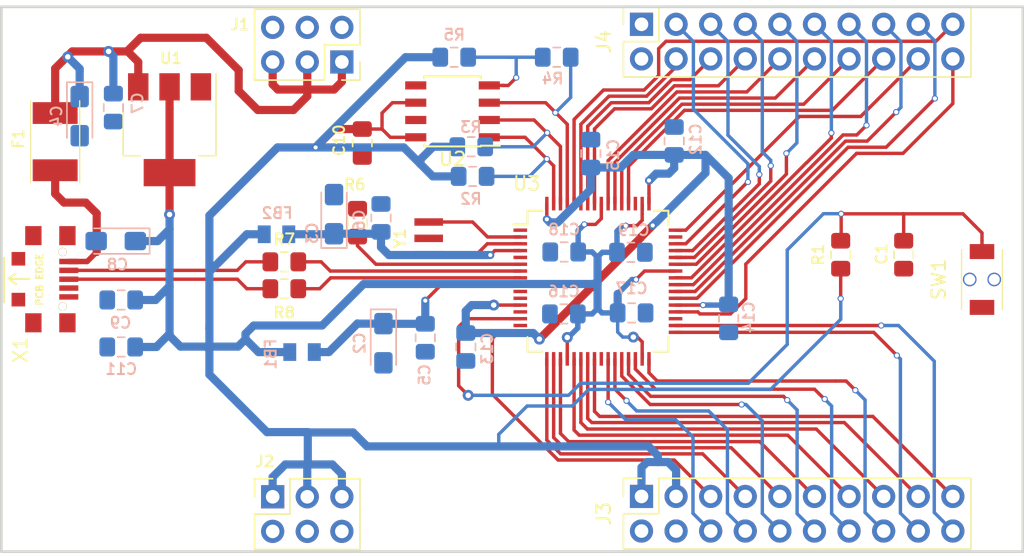
<source format=kicad_pcb>
(kicad_pcb (version 20171130) (host pcbnew 5.0.0-fee4fd1~66~ubuntu16.04.1)

  (general
    (thickness 1.6)
    (drawings 4)
    (tracks 539)
    (zones 0)
    (modules 40)
    (nets 54)
  )

  (page A4)
  (layers
    (0 F.Cu signal)
    (31 B.Cu signal)
    (32 B.Adhes user)
    (33 F.Adhes user)
    (34 B.Paste user)
    (35 F.Paste user)
    (36 B.SilkS user)
    (37 F.SilkS user)
    (38 B.Mask user)
    (39 F.Mask user)
    (40 Dwgs.User user)
    (41 Cmts.User user)
    (42 Eco1.User user)
    (43 Eco2.User user)
    (44 Edge.Cuts user)
    (45 Margin user)
    (46 B.CrtYd user)
    (47 F.CrtYd user)
    (48 B.Fab user)
    (49 F.Fab user)
  )

  (setup
    (last_trace_width 0.25)
    (user_trace_width 0.4)
    (user_trace_width 0.6)
    (trace_clearance 0.2)
    (zone_clearance 0.2)
    (zone_45_only no)
    (trace_min 0.2)
    (segment_width 0.2)
    (edge_width 0.2)
    (via_size 0.8)
    (via_drill 0.4)
    (via_min_size 0.4)
    (via_min_drill 0.3)
    (user_via 0.45 0.3)
    (uvia_size 0.3)
    (uvia_drill 0.1)
    (uvias_allowed no)
    (uvia_min_size 0.2)
    (uvia_min_drill 0.1)
    (pcb_text_width 0.3)
    (pcb_text_size 1.5 1.5)
    (mod_edge_width 0.15)
    (mod_text_size 1 1)
    (mod_text_width 0.15)
    (pad_size 1.524 1.524)
    (pad_drill 0.762)
    (pad_to_mask_clearance 0.2)
    (aux_axis_origin 0 0)
    (visible_elements FFFFFF7F)
    (pcbplotparams
      (layerselection 0x010fc_ffffffff)
      (usegerberextensions false)
      (usegerberattributes false)
      (usegerberadvancedattributes false)
      (creategerberjobfile false)
      (excludeedgelayer true)
      (linewidth 0.100000)
      (plotframeref false)
      (viasonmask false)
      (mode 1)
      (useauxorigin false)
      (hpglpennumber 1)
      (hpglpenspeed 20)
      (hpglpendiameter 15.000000)
      (psnegative false)
      (psa4output false)
      (plotreference true)
      (plotvalue true)
      (plotinvisibletext false)
      (padsonsilk false)
      (subtractmaskfromsilk false)
      (outputformat 1)
      (mirror false)
      (drillshape 1)
      (scaleselection 1)
      (outputdirectory ""))
  )

  (net 0 "")
  (net 1 /rst)
  (net 2 Earth)
  (net 3 /VPLL)
  (net 4 /VPHY)
  (net 5 /5V_out)
  (net 6 /3.3V)
  (net 7 /1.8V)
  (net 8 "Net-(F1-Pad1)")
  (net 9 /ADBUS0)
  (net 10 /ACBUS0)
  (net 11 /ADBUS1)
  (net 12 /ACBUS1)
  (net 13 /ADBUS2)
  (net 14 /ACBUS2)
  (net 15 /ADBUS3)
  (net 16 /ACBUS3)
  (net 17 /ADBUS4)
  (net 18 /ACBUS4)
  (net 19 /ADBUS5)
  (net 20 /ACBUS5)
  (net 21 /ADBUS6)
  (net 22 /ACBUS6)
  (net 23 /ADBUS7)
  (net 24 /ACBUS7)
  (net 25 /BDBUS0)
  (net 26 /BCBUS0)
  (net 27 /BDBUS1)
  (net 28 /BCBUS1)
  (net 29 /BDBUS2)
  (net 30 /BCBUS2)
  (net 31 /BDBUS3)
  (net 32 /BCBUS3)
  (net 33 /BDBUS4)
  (net 34 /BCBUS4)
  (net 35 /BDBUS5)
  (net 36 /BCBUS5)
  (net 37 /BDBUS6)
  (net 38 /BCBUS6)
  (net 39 /BDBUS7)
  (net 40 /BCBUS7)
  (net 41 /pwren)
  (net 42 /suspend)
  (net 43 /CS)
  (net 44 /CLK)
  (net 45 /Data)
  (net 46 "Net-(R4-Pad2)")
  (net 47 "Net-(R6-Pad2)")
  (net 48 /osci)
  (net 49 /osco)
  (net 50 "Net-(R7-Pad2)")
  (net 51 "Net-(R8-Pad2)")
  (net 52 /DM_N)
  (net 53 /DP_P)

  (net_class Default "This is the default net class."
    (clearance 0.2)
    (trace_width 0.25)
    (via_dia 0.8)
    (via_drill 0.4)
    (uvia_dia 0.3)
    (uvia_drill 0.1)
    (add_net /1.8V)
    (add_net /3.3V)
    (add_net /5V_out)
    (add_net /ACBUS0)
    (add_net /ACBUS1)
    (add_net /ACBUS2)
    (add_net /ACBUS3)
    (add_net /ACBUS4)
    (add_net /ACBUS5)
    (add_net /ACBUS6)
    (add_net /ACBUS7)
    (add_net /ADBUS0)
    (add_net /ADBUS1)
    (add_net /ADBUS2)
    (add_net /ADBUS3)
    (add_net /ADBUS4)
    (add_net /ADBUS5)
    (add_net /ADBUS6)
    (add_net /ADBUS7)
    (add_net /BCBUS0)
    (add_net /BCBUS1)
    (add_net /BCBUS2)
    (add_net /BCBUS3)
    (add_net /BCBUS4)
    (add_net /BCBUS5)
    (add_net /BCBUS6)
    (add_net /BCBUS7)
    (add_net /BDBUS0)
    (add_net /BDBUS1)
    (add_net /BDBUS2)
    (add_net /BDBUS3)
    (add_net /BDBUS4)
    (add_net /BDBUS5)
    (add_net /BDBUS6)
    (add_net /BDBUS7)
    (add_net /CLK)
    (add_net /CS)
    (add_net /DM_N)
    (add_net /DP_P)
    (add_net /Data)
    (add_net /VPHY)
    (add_net /VPLL)
    (add_net /osci)
    (add_net /osco)
    (add_net /pwren)
    (add_net /rst)
    (add_net /suspend)
    (add_net Earth)
    (add_net "Net-(F1-Pad1)")
    (add_net "Net-(R4-Pad2)")
    (add_net "Net-(R6-Pad2)")
    (add_net "Net-(R7-Pad2)")
    (add_net "Net-(R8-Pad2)")
  )

  (module Package_QFP:LQFP-64_10x10mm_P0.5mm (layer F.Cu) (tedit 5BBC892F) (tstamp 5BF03CA0)
    (at 103.8 100.15)
    (descr "64 LEAD LQFP 10x10mm (see MICREL LQFP10x10-64LD-PL-1.pdf)")
    (tags "QFP 0.5")
    (path /5B729FAA)
    (attr smd)
    (fp_text reference U3 (at -5.225 -7.175) (layer F.SilkS)
      (effects (font (size 1 1) (thickness 0.15)))
    )
    (fp_text value FT2232H (at 0 7.2) (layer F.Fab) hide
      (effects (font (size 1 1) (thickness 0.15)))
    )
    (fp_text user %R (at -0.55 0.675) (layer F.Fab)
      (effects (font (size 1 1) (thickness 0.15)))
    )
    (fp_line (start -4 -5) (end 5 -5) (layer F.Fab) (width 0.15))
    (fp_line (start 5 -5) (end 5 5) (layer F.Fab) (width 0.15))
    (fp_line (start 5 5) (end -5 5) (layer F.Fab) (width 0.15))
    (fp_line (start -5 5) (end -5 -4) (layer F.Fab) (width 0.15))
    (fp_line (start -5 -4) (end -4 -5) (layer F.Fab) (width 0.15))
    (fp_line (start -6.45 -6.45) (end -6.45 6.45) (layer F.CrtYd) (width 0.05))
    (fp_line (start 6.45 -6.45) (end 6.45 6.45) (layer F.CrtYd) (width 0.05))
    (fp_line (start -6.45 -6.45) (end 6.45 -6.45) (layer F.CrtYd) (width 0.05))
    (fp_line (start -6.45 6.45) (end 6.45 6.45) (layer F.CrtYd) (width 0.05))
    (fp_line (start -5.175 -5.175) (end -5.175 -4.175) (layer F.SilkS) (width 0.15))
    (fp_line (start 5.175 -5.175) (end 5.175 -4.1) (layer F.SilkS) (width 0.15))
    (fp_line (start 5.175 5.175) (end 5.175 4.1) (layer F.SilkS) (width 0.15))
    (fp_line (start -5.175 5.175) (end -5.175 4.1) (layer F.SilkS) (width 0.15))
    (fp_line (start -5.175 -5.175) (end -4.1 -5.175) (layer F.SilkS) (width 0.15))
    (fp_line (start -5.175 5.175) (end -4.1 5.175) (layer F.SilkS) (width 0.15))
    (fp_line (start 5.175 5.175) (end 4.1 5.175) (layer F.SilkS) (width 0.15))
    (fp_line (start 5.175 -5.175) (end 4.1 -5.175) (layer F.SilkS) (width 0.15))
    (fp_line (start -5.175 -4.175) (end -6.2 -4.175) (layer F.SilkS) (width 0.15))
    (pad 1 smd rect (at -5.7 -3.75) (size 1 0.25) (layers F.Cu F.Paste F.Mask)
      (net 2 Earth))
    (pad 2 smd rect (at -5.7 -3.25) (size 1 0.25) (layers F.Cu F.Paste F.Mask)
      (net 48 /osci))
    (pad 3 smd rect (at -5.7 -2.75) (size 1 0.25) (layers F.Cu F.Paste F.Mask)
      (net 49 /osco))
    (pad 4 smd rect (at -5.7 -2.25) (size 1 0.25) (layers F.Cu F.Paste F.Mask)
      (net 4 /VPHY))
    (pad 5 smd rect (at -5.7 -1.75) (size 1 0.25) (layers F.Cu F.Paste F.Mask)
      (net 2 Earth))
    (pad 6 smd rect (at -5.7 -1.25) (size 1 0.25) (layers F.Cu F.Paste F.Mask)
      (net 47 "Net-(R6-Pad2)"))
    (pad 7 smd rect (at -5.7 -0.75) (size 1 0.25) (layers F.Cu F.Paste F.Mask)
      (net 50 "Net-(R7-Pad2)"))
    (pad 8 smd rect (at -5.7 -0.25) (size 1 0.25) (layers F.Cu F.Paste F.Mask)
      (net 51 "Net-(R8-Pad2)"))
    (pad 9 smd rect (at -5.7 0.25) (size 1 0.25) (layers F.Cu F.Paste F.Mask)
      (net 3 /VPLL))
    (pad 10 smd rect (at -5.7 0.75) (size 1 0.25) (layers F.Cu F.Paste F.Mask)
      (net 2 Earth))
    (pad 11 smd rect (at -5.7 1.25) (size 1 0.25) (layers F.Cu F.Paste F.Mask)
      (net 2 Earth))
    (pad 12 smd rect (at -5.7 1.75) (size 1 0.25) (layers F.Cu F.Paste F.Mask)
      (net 7 /1.8V))
    (pad 13 smd rect (at -5.7 2.25) (size 1 0.25) (layers F.Cu F.Paste F.Mask)
      (net 2 Earth))
    (pad 14 smd rect (at -5.7 2.75) (size 1 0.25) (layers F.Cu F.Paste F.Mask)
      (net 1 /rst))
    (pad 15 smd rect (at -5.7 3.25) (size 1 0.25) (layers F.Cu F.Paste F.Mask)
      (net 2 Earth))
    (pad 16 smd rect (at -5.7 3.75) (size 1 0.25) (layers F.Cu F.Paste F.Mask)
      (net 9 /ADBUS0))
    (pad 17 smd rect (at -3.75 5.7 90) (size 1 0.25) (layers F.Cu F.Paste F.Mask)
      (net 11 /ADBUS1))
    (pad 18 smd rect (at -3.25 5.7 90) (size 1 0.25) (layers F.Cu F.Paste F.Mask)
      (net 13 /ADBUS2))
    (pad 19 smd rect (at -2.75 5.7 90) (size 1 0.25) (layers F.Cu F.Paste F.Mask)
      (net 15 /ADBUS3))
    (pad 20 smd rect (at -2.25 5.7 90) (size 1 0.25) (layers F.Cu F.Paste F.Mask)
      (net 6 /3.3V))
    (pad 21 smd rect (at -1.75 5.7 90) (size 1 0.25) (layers F.Cu F.Paste F.Mask)
      (net 17 /ADBUS4))
    (pad 22 smd rect (at -1.25 5.7 90) (size 1 0.25) (layers F.Cu F.Paste F.Mask)
      (net 19 /ADBUS5))
    (pad 23 smd rect (at -0.75 5.7 90) (size 1 0.25) (layers F.Cu F.Paste F.Mask)
      (net 21 /ADBUS6))
    (pad 24 smd rect (at -0.25 5.7 90) (size 1 0.25) (layers F.Cu F.Paste F.Mask)
      (net 23 /ADBUS7))
    (pad 25 smd rect (at 0.25 5.7 90) (size 1 0.25) (layers F.Cu F.Paste F.Mask)
      (net 2 Earth))
    (pad 26 smd rect (at 0.75 5.7 90) (size 1 0.25) (layers F.Cu F.Paste F.Mask)
      (net 10 /ACBUS0))
    (pad 27 smd rect (at 1.25 5.7 90) (size 1 0.25) (layers F.Cu F.Paste F.Mask)
      (net 12 /ACBUS1))
    (pad 28 smd rect (at 1.75 5.7 90) (size 1 0.25) (layers F.Cu F.Paste F.Mask)
      (net 14 /ACBUS2))
    (pad 29 smd rect (at 2.25 5.7 90) (size 1 0.25) (layers F.Cu F.Paste F.Mask)
      (net 16 /ACBUS3))
    (pad 30 smd rect (at 2.75 5.7 90) (size 1 0.25) (layers F.Cu F.Paste F.Mask)
      (net 18 /ACBUS4))
    (pad 31 smd rect (at 3.25 5.7 90) (size 1 0.25) (layers F.Cu F.Paste F.Mask)
      (net 6 /3.3V))
    (pad 32 smd rect (at 3.75 5.7 90) (size 1 0.25) (layers F.Cu F.Paste F.Mask)
      (net 20 /ACBUS5))
    (pad 33 smd rect (at 5.7 3.75) (size 1 0.25) (layers F.Cu F.Paste F.Mask)
      (net 22 /ACBUS6))
    (pad 34 smd rect (at 5.7 3.25) (size 1 0.25) (layers F.Cu F.Paste F.Mask)
      (net 24 /ACBUS7))
    (pad 35 smd rect (at 5.7 2.75) (size 1 0.25) (layers F.Cu F.Paste F.Mask)
      (net 2 Earth))
    (pad 36 smd rect (at 5.7 2.25) (size 1 0.25) (layers F.Cu F.Paste F.Mask)
      (net 42 /suspend))
    (pad 37 smd rect (at 5.7 1.75) (size 1 0.25) (layers F.Cu F.Paste F.Mask)
      (net 7 /1.8V))
    (pad 38 smd rect (at 5.7 1.25) (size 1 0.25) (layers F.Cu F.Paste F.Mask)
      (net 25 /BDBUS0))
    (pad 39 smd rect (at 5.7 0.75) (size 1 0.25) (layers F.Cu F.Paste F.Mask)
      (net 27 /BDBUS1))
    (pad 40 smd rect (at 5.7 0.25) (size 1 0.25) (layers F.Cu F.Paste F.Mask)
      (net 29 /BDBUS2))
    (pad 41 smd rect (at 5.7 -0.25) (size 1 0.25) (layers F.Cu F.Paste F.Mask)
      (net 31 /BDBUS3))
    (pad 42 smd rect (at 5.7 -0.75) (size 1 0.25) (layers F.Cu F.Paste F.Mask)
      (net 6 /3.3V))
    (pad 43 smd rect (at 5.7 -1.25) (size 1 0.25) (layers F.Cu F.Paste F.Mask)
      (net 33 /BDBUS4))
    (pad 44 smd rect (at 5.7 -1.75) (size 1 0.25) (layers F.Cu F.Paste F.Mask)
      (net 35 /BDBUS5))
    (pad 45 smd rect (at 5.7 -2.25) (size 1 0.25) (layers F.Cu F.Paste F.Mask)
      (net 37 /BDBUS6))
    (pad 46 smd rect (at 5.7 -2.75) (size 1 0.25) (layers F.Cu F.Paste F.Mask)
      (net 39 /BDBUS7))
    (pad 47 smd rect (at 5.7 -3.25) (size 1 0.25) (layers F.Cu F.Paste F.Mask)
      (net 2 Earth))
    (pad 48 smd rect (at 5.7 -3.75) (size 1 0.25) (layers F.Cu F.Paste F.Mask)
      (net 26 /BCBUS0))
    (pad 49 smd rect (at 3.75 -5.7 90) (size 1 0.25) (layers F.Cu F.Paste F.Mask)
      (net 7 /1.8V))
    (pad 50 smd rect (at 3.25 -5.7 90) (size 1 0.25) (layers F.Cu F.Paste F.Mask)
      (net 6 /3.3V))
    (pad 51 smd rect (at 2.75 -5.7 90) (size 1 0.25) (layers F.Cu F.Paste F.Mask)
      (net 2 Earth))
    (pad 52 smd rect (at 2.25 -5.7 90) (size 1 0.25) (layers F.Cu F.Paste F.Mask)
      (net 28 /BCBUS1))
    (pad 53 smd rect (at 1.75 -5.7 90) (size 1 0.25) (layers F.Cu F.Paste F.Mask)
      (net 30 /BCBUS2))
    (pad 54 smd rect (at 1.25 -5.7 90) (size 1 0.25) (layers F.Cu F.Paste F.Mask)
      (net 32 /BCBUS3))
    (pad 55 smd rect (at 0.75 -5.7 90) (size 1 0.25) (layers F.Cu F.Paste F.Mask)
      (net 34 /BCBUS4))
    (pad 56 smd rect (at 0.25 -5.7 90) (size 1 0.25) (layers F.Cu F.Paste F.Mask)
      (net 6 /3.3V))
    (pad 57 smd rect (at -0.25 -5.7 90) (size 1 0.25) (layers F.Cu F.Paste F.Mask)
      (net 36 /BCBUS5))
    (pad 58 smd rect (at -0.75 -5.7 90) (size 1 0.25) (layers F.Cu F.Paste F.Mask)
      (net 38 /BCBUS6))
    (pad 59 smd rect (at -1.25 -5.7 90) (size 1 0.25) (layers F.Cu F.Paste F.Mask)
      (net 40 /BCBUS7))
    (pad 60 smd rect (at -1.75 -5.7 90) (size 1 0.25) (layers F.Cu F.Paste F.Mask)
      (net 41 /pwren))
    (pad 61 smd rect (at -2.25 -5.7 90) (size 1 0.25) (layers F.Cu F.Paste F.Mask)
      (net 45 /Data))
    (pad 62 smd rect (at -2.75 -5.7 90) (size 1 0.25) (layers F.Cu F.Paste F.Mask)
      (net 44 /CLK))
    (pad 63 smd rect (at -3.25 -5.7 90) (size 1 0.25) (layers F.Cu F.Paste F.Mask)
      (net 43 /CS))
    (pad 64 smd rect (at -3.75 -5.7 90) (size 1 0.25) (layers F.Cu F.Paste F.Mask)
      (net 7 /1.8V))
    (model /home/xarlan/git/kicad-packages3D/Package_QFP.3dshapes/HTQFP-64-1EP_10x10mm_P0.5mm_EP8x8mm.step
      (at (xyz 0 0 0))
      (scale (xyz 1 1 1))
      (rotate (xyz 0 0 0))
    )
  )

  (module Capacitor_SMD:C_0805_2012Metric_Pad1.15x1.40mm_HandSolder (layer F.Cu) (tedit 5BBCAFE3) (tstamp 5BF039C9)
    (at 126.25 98.2 270)
    (descr "Capacitor SMD 0805 (2012 Metric), square (rectangular) end terminal, IPC_7351 nominal with elongated pad for handsoldering. (Body size source: https://docs.google.com/spreadsheets/d/1BsfQQcO9C6DZCsRaXUlFlo91Tg2WpOkGARC1WS5S8t0/edit?usp=sharing), generated with kicad-footprint-generator")
    (tags "capacitor handsolder")
    (path /5BC2B564)
    (attr smd)
    (fp_text reference C1 (at -0.05 1.625 270) (layer F.SilkS)
      (effects (font (size 0.8 0.8) (thickness 0.15)))
    )
    (fp_text value 0.1uF/50V (at 0 1.65 270) (layer F.Fab) hide
      (effects (font (size 1 1) (thickness 0.15)))
    )
    (fp_line (start -1 0.6) (end -1 -0.6) (layer F.Fab) (width 0.1))
    (fp_line (start -1 -0.6) (end 1 -0.6) (layer F.Fab) (width 0.1))
    (fp_line (start 1 -0.6) (end 1 0.6) (layer F.Fab) (width 0.1))
    (fp_line (start 1 0.6) (end -1 0.6) (layer F.Fab) (width 0.1))
    (fp_line (start -0.261252 -0.71) (end 0.261252 -0.71) (layer F.SilkS) (width 0.12))
    (fp_line (start -0.261252 0.71) (end 0.261252 0.71) (layer F.SilkS) (width 0.12))
    (fp_line (start -1.85 0.95) (end -1.85 -0.95) (layer F.CrtYd) (width 0.05))
    (fp_line (start -1.85 -0.95) (end 1.85 -0.95) (layer F.CrtYd) (width 0.05))
    (fp_line (start 1.85 -0.95) (end 1.85 0.95) (layer F.CrtYd) (width 0.05))
    (fp_line (start 1.85 0.95) (end -1.85 0.95) (layer F.CrtYd) (width 0.05))
    (fp_text user %R (at 0 0 270) (layer F.Fab)
      (effects (font (size 0.5 0.5) (thickness 0.08)))
    )
    (pad 1 smd roundrect (at -1.025 0 270) (size 1.15 1.4) (layers F.Cu F.Paste F.Mask) (roundrect_rratio 0.217391)
      (net 1 /rst))
    (pad 2 smd roundrect (at 1.025 0 270) (size 1.15 1.4) (layers F.Cu F.Paste F.Mask) (roundrect_rratio 0.217391)
      (net 2 Earth))
  )

  (module Capacitor_Tantalum_SMD:CP_EIA-3216-18_Kemet-A_Pad1.58x1.35mm_HandSolder (layer B.Cu) (tedit 5BBC8BEF) (tstamp 5BF039DC)
    (at 88.05 104.7 270)
    (descr "Tantalum Capacitor SMD Kemet-A (3216-18 Metric), IPC_7351 nominal, (Body size from: http://www.kemet.com/Lists/ProductCatalog/Attachments/253/KEM_TC101_STD.pdf), generated with kicad-footprint-generator")
    (tags "capacitor tantalum")
    (path /5BB8C0F4)
    (attr smd)
    (fp_text reference C2 (at 0 1.75 270) (layer B.SilkS)
      (effects (font (size 0.8 0.8) (thickness 0.15)) (justify mirror))
    )
    (fp_text value 4.7uF/10V (at 0 -1.75 270) (layer B.Fab) hide
      (effects (font (size 1 1) (thickness 0.15)) (justify mirror))
    )
    (fp_line (start 1.6 0.8) (end -1.2 0.8) (layer B.Fab) (width 0.1))
    (fp_line (start -1.2 0.8) (end -1.6 0.4) (layer B.Fab) (width 0.1))
    (fp_line (start -1.6 0.4) (end -1.6 -0.8) (layer B.Fab) (width 0.1))
    (fp_line (start -1.6 -0.8) (end 1.6 -0.8) (layer B.Fab) (width 0.1))
    (fp_line (start 1.6 -0.8) (end 1.6 0.8) (layer B.Fab) (width 0.1))
    (fp_line (start 1.6 0.935) (end -2.485 0.935) (layer B.SilkS) (width 0.12))
    (fp_line (start -2.485 0.935) (end -2.485 -0.935) (layer B.SilkS) (width 0.12))
    (fp_line (start -2.485 -0.935) (end 1.6 -0.935) (layer B.SilkS) (width 0.12))
    (fp_line (start -2.48 -1.05) (end -2.48 1.05) (layer B.CrtYd) (width 0.05))
    (fp_line (start -2.48 1.05) (end 2.48 1.05) (layer B.CrtYd) (width 0.05))
    (fp_line (start 2.48 1.05) (end 2.48 -1.05) (layer B.CrtYd) (width 0.05))
    (fp_line (start 2.48 -1.05) (end -2.48 -1.05) (layer B.CrtYd) (width 0.05))
    (fp_text user %R (at 0 0 270) (layer B.Fab)
      (effects (font (size 0.8 0.8) (thickness 0.12)) (justify mirror))
    )
    (pad 1 smd roundrect (at -1.4375 0 270) (size 1.575 1.35) (layers B.Cu B.Paste B.Mask) (roundrect_rratio 0.185185)
      (net 3 /VPLL))
    (pad 2 smd roundrect (at 1.4375 0 270) (size 1.575 1.35) (layers B.Cu B.Paste B.Mask) (roundrect_rratio 0.185185)
      (net 2 Earth))
    (model /home/xarlan/git/kicad-packages3D/Capacitor_Tantalum_SMD.3dshapes/CP_EIA-3216-12_Kemet-S.wrl
      (at (xyz 0 0 0))
      (scale (xyz 1 1 1))
      (rotate (xyz 0 0 0))
    )
  )

  (module Capacitor_Tantalum_SMD:CP_EIA-3216-18_Kemet-A_Pad1.58x1.35mm_HandSolder (layer B.Cu) (tedit 5BBC9058) (tstamp 5BF039EF)
    (at 84.425 95.225 90)
    (descr "Tantalum Capacitor SMD Kemet-A (3216-18 Metric), IPC_7351 nominal, (Body size from: http://www.kemet.com/Lists/ProductCatalog/Attachments/253/KEM_TC101_STD.pdf), generated with kicad-footprint-generator")
    (tags "capacitor tantalum")
    (path /5BB8C3C1)
    (attr smd)
    (fp_text reference C3 (at -1.4 -1.6 90) (layer B.SilkS)
      (effects (font (size 0.8 0.8) (thickness 0.15)) (justify mirror))
    )
    (fp_text value 4.7uF/10V (at 0 -1.75 90) (layer B.Fab) hide
      (effects (font (size 1 1) (thickness 0.15)) (justify mirror))
    )
    (fp_line (start 1.6 0.8) (end -1.2 0.8) (layer B.Fab) (width 0.1))
    (fp_line (start -1.2 0.8) (end -1.6 0.4) (layer B.Fab) (width 0.1))
    (fp_line (start -1.6 0.4) (end -1.6 -0.8) (layer B.Fab) (width 0.1))
    (fp_line (start -1.6 -0.8) (end 1.6 -0.8) (layer B.Fab) (width 0.1))
    (fp_line (start 1.6 -0.8) (end 1.6 0.8) (layer B.Fab) (width 0.1))
    (fp_line (start 1.6 0.935) (end -2.485 0.935) (layer B.SilkS) (width 0.12))
    (fp_line (start -2.485 0.935) (end -2.485 -0.935) (layer B.SilkS) (width 0.12))
    (fp_line (start -2.485 -0.935) (end 1.6 -0.935) (layer B.SilkS) (width 0.12))
    (fp_line (start -2.48 -1.05) (end -2.48 1.05) (layer B.CrtYd) (width 0.05))
    (fp_line (start -2.48 1.05) (end 2.48 1.05) (layer B.CrtYd) (width 0.05))
    (fp_line (start 2.48 1.05) (end 2.48 -1.05) (layer B.CrtYd) (width 0.05))
    (fp_line (start 2.48 -1.05) (end -2.48 -1.05) (layer B.CrtYd) (width 0.05))
    (fp_text user %R (at 0 0 90) (layer B.Fab)
      (effects (font (size 0.8 0.8) (thickness 0.12)) (justify mirror))
    )
    (pad 1 smd roundrect (at -1.4375 0 90) (size 1.575 1.35) (layers B.Cu B.Paste B.Mask) (roundrect_rratio 0.185185)
      (net 4 /VPHY))
    (pad 2 smd roundrect (at 1.4375 0 90) (size 1.575 1.35) (layers B.Cu B.Paste B.Mask) (roundrect_rratio 0.185185)
      (net 2 Earth))
    (model /home/xarlan/git/kicad-packages3D/Capacitor_Tantalum_SMD.3dshapes/CP_EIA-3216-12_Kemet-S.wrl
      (at (xyz 0 0 0))
      (scale (xyz 1 1 1))
      (rotate (xyz 0 0 0))
    )
  )

  (module Capacitor_Tantalum_SMD:CP_EIA-3216-18_Kemet-A_Pad1.58x1.35mm_HandSolder (layer B.Cu) (tedit 5BBC9DA5) (tstamp 5BF03A02)
    (at 65.75 88.025 270)
    (descr "Tantalum Capacitor SMD Kemet-A (3216-18 Metric), IPC_7351 nominal, (Body size from: http://www.kemet.com/Lists/ProductCatalog/Attachments/253/KEM_TC101_STD.pdf), generated with kicad-footprint-generator")
    (tags "capacitor tantalum")
    (path /5B72BA0B)
    (attr smd)
    (fp_text reference C4 (at 0 1.7 90) (layer B.SilkS)
      (effects (font (size 0.8 0.8) (thickness 0.15)) (justify mirror))
    )
    (fp_text value 4.7uF/10V (at 0 -1.75 270) (layer B.Fab) hide
      (effects (font (size 1 1) (thickness 0.15)) (justify mirror))
    )
    (fp_text user %R (at 0 0 270) (layer B.Fab)
      (effects (font (size 0.8 0.8) (thickness 0.12)) (justify mirror))
    )
    (fp_line (start 2.48 -1.05) (end -2.48 -1.05) (layer B.CrtYd) (width 0.05))
    (fp_line (start 2.48 1.05) (end 2.48 -1.05) (layer B.CrtYd) (width 0.05))
    (fp_line (start -2.48 1.05) (end 2.48 1.05) (layer B.CrtYd) (width 0.05))
    (fp_line (start -2.48 -1.05) (end -2.48 1.05) (layer B.CrtYd) (width 0.05))
    (fp_line (start -2.485 -0.935) (end 1.6 -0.935) (layer B.SilkS) (width 0.12))
    (fp_line (start -2.485 0.935) (end -2.485 -0.935) (layer B.SilkS) (width 0.12))
    (fp_line (start 1.6 0.935) (end -2.485 0.935) (layer B.SilkS) (width 0.12))
    (fp_line (start 1.6 -0.8) (end 1.6 0.8) (layer B.Fab) (width 0.1))
    (fp_line (start -1.6 -0.8) (end 1.6 -0.8) (layer B.Fab) (width 0.1))
    (fp_line (start -1.6 0.4) (end -1.6 -0.8) (layer B.Fab) (width 0.1))
    (fp_line (start -1.2 0.8) (end -1.6 0.4) (layer B.Fab) (width 0.1))
    (fp_line (start 1.6 0.8) (end -1.2 0.8) (layer B.Fab) (width 0.1))
    (pad 2 smd roundrect (at 1.4375 0 270) (size 1.575 1.35) (layers B.Cu B.Paste B.Mask) (roundrect_rratio 0.185185)
      (net 2 Earth))
    (pad 1 smd roundrect (at -1.4375 0 270) (size 1.575 1.35) (layers B.Cu B.Paste B.Mask) (roundrect_rratio 0.185185)
      (net 5 /5V_out))
    (model /home/xarlan/git/kicad-packages3D/Capacitor_Tantalum_SMD.3dshapes/CP_EIA-3216-12_Kemet-S.step
      (at (xyz 0 0 0))
      (scale (xyz 1 1 1))
      (rotate (xyz 0 0 0))
    )
  )

  (module Capacitor_SMD:C_0805_2012Metric_Pad1.15x1.40mm_HandSolder (layer B.Cu) (tedit 5BBC8C11) (tstamp 5BF03A13)
    (at 91.125 104.3 270)
    (descr "Capacitor SMD 0805 (2012 Metric), square (rectangular) end terminal, IPC_7351 nominal with elongated pad for handsoldering. (Body size source: https://docs.google.com/spreadsheets/d/1BsfQQcO9C6DZCsRaXUlFlo91Tg2WpOkGARC1WS5S8t0/edit?usp=sharing), generated with kicad-footprint-generator")
    (tags "capacitor handsolder")
    (path /5BB8C1DE)
    (attr smd)
    (fp_text reference C5 (at 2.725 0.05 270) (layer B.SilkS)
      (effects (font (size 0.8 0.8) (thickness 0.15)) (justify mirror))
    )
    (fp_text value 0.1uF/50V (at 0 -1.65 270) (layer B.Fab) hide
      (effects (font (size 1 1) (thickness 0.15)) (justify mirror))
    )
    (fp_text user %R (at 0 0 270) (layer B.Fab)
      (effects (font (size 0.5 0.5) (thickness 0.08)) (justify mirror))
    )
    (fp_line (start 1.85 -0.95) (end -1.85 -0.95) (layer B.CrtYd) (width 0.05))
    (fp_line (start 1.85 0.95) (end 1.85 -0.95) (layer B.CrtYd) (width 0.05))
    (fp_line (start -1.85 0.95) (end 1.85 0.95) (layer B.CrtYd) (width 0.05))
    (fp_line (start -1.85 -0.95) (end -1.85 0.95) (layer B.CrtYd) (width 0.05))
    (fp_line (start -0.261252 -0.71) (end 0.261252 -0.71) (layer B.SilkS) (width 0.12))
    (fp_line (start -0.261252 0.71) (end 0.261252 0.71) (layer B.SilkS) (width 0.12))
    (fp_line (start 1 -0.6) (end -1 -0.6) (layer B.Fab) (width 0.1))
    (fp_line (start 1 0.6) (end 1 -0.6) (layer B.Fab) (width 0.1))
    (fp_line (start -1 0.6) (end 1 0.6) (layer B.Fab) (width 0.1))
    (fp_line (start -1 -0.6) (end -1 0.6) (layer B.Fab) (width 0.1))
    (pad 2 smd roundrect (at 1.025 0 270) (size 1.15 1.4) (layers B.Cu B.Paste B.Mask) (roundrect_rratio 0.217391)
      (net 2 Earth))
    (pad 1 smd roundrect (at -1.025 0 270) (size 1.15 1.4) (layers B.Cu B.Paste B.Mask) (roundrect_rratio 0.217391)
      (net 3 /VPLL))
    (model /home/xarlan/git/kicad-packages3D/Capacitor_SMD.3dshapes/C_0805_2012Metric.step
      (at (xyz 0 0 0))
      (scale (xyz 1 1 1))
      (rotate (xyz 0 0 0))
    )
  )

  (module Capacitor_SMD:C_0805_2012Metric_Pad1.15x1.40mm_HandSolder (layer B.Cu) (tedit 5BBC90B2) (tstamp 5BF03A24)
    (at 87.875 95.5 90)
    (descr "Capacitor SMD 0805 (2012 Metric), square (rectangular) end terminal, IPC_7351 nominal with elongated pad for handsoldering. (Body size source: https://docs.google.com/spreadsheets/d/1BsfQQcO9C6DZCsRaXUlFlo91Tg2WpOkGARC1WS5S8t0/edit?usp=sharing), generated with kicad-footprint-generator")
    (tags "capacitor handsolder")
    (path /5BB8C4A5)
    (attr smd)
    (fp_text reference C6 (at -0.175 -1.6 90) (layer B.SilkS)
      (effects (font (size 0.8 0.8) (thickness 0.15)) (justify mirror))
    )
    (fp_text value 0.1uF/50V (at 0 -1.65 90) (layer B.Fab) hide
      (effects (font (size 1 1) (thickness 0.15)) (justify mirror))
    )
    (fp_line (start -1 -0.6) (end -1 0.6) (layer B.Fab) (width 0.1))
    (fp_line (start -1 0.6) (end 1 0.6) (layer B.Fab) (width 0.1))
    (fp_line (start 1 0.6) (end 1 -0.6) (layer B.Fab) (width 0.1))
    (fp_line (start 1 -0.6) (end -1 -0.6) (layer B.Fab) (width 0.1))
    (fp_line (start -0.261252 0.71) (end 0.261252 0.71) (layer B.SilkS) (width 0.12))
    (fp_line (start -0.261252 -0.71) (end 0.261252 -0.71) (layer B.SilkS) (width 0.12))
    (fp_line (start -1.85 -0.95) (end -1.85 0.95) (layer B.CrtYd) (width 0.05))
    (fp_line (start -1.85 0.95) (end 1.85 0.95) (layer B.CrtYd) (width 0.05))
    (fp_line (start 1.85 0.95) (end 1.85 -0.95) (layer B.CrtYd) (width 0.05))
    (fp_line (start 1.85 -0.95) (end -1.85 -0.95) (layer B.CrtYd) (width 0.05))
    (fp_text user %R (at 0 0 90) (layer B.Fab)
      (effects (font (size 0.5 0.5) (thickness 0.08)) (justify mirror))
    )
    (pad 1 smd roundrect (at -1.025 0 90) (size 1.15 1.4) (layers B.Cu B.Paste B.Mask) (roundrect_rratio 0.217391)
      (net 4 /VPHY))
    (pad 2 smd roundrect (at 1.025 0 90) (size 1.15 1.4) (layers B.Cu B.Paste B.Mask) (roundrect_rratio 0.217391)
      (net 2 Earth))
    (model /home/xarlan/git/kicad-packages3D/Capacitor_SMD.3dshapes/C_0805_2012Metric.step
      (at (xyz 0 0 0))
      (scale (xyz 1 1 1))
      (rotate (xyz 0 0 0))
    )
  )

  (module Capacitor_SMD:C_0805_2012Metric_Pad1.15x1.40mm_HandSolder (layer B.Cu) (tedit 5BBC9DAC) (tstamp 5BF03A35)
    (at 68.225 87.4 270)
    (descr "Capacitor SMD 0805 (2012 Metric), square (rectangular) end terminal, IPC_7351 nominal with elongated pad for handsoldering. (Body size source: https://docs.google.com/spreadsheets/d/1BsfQQcO9C6DZCsRaXUlFlo91Tg2WpOkGARC1WS5S8t0/edit?usp=sharing), generated with kicad-footprint-generator")
    (tags "capacitor handsolder")
    (path /5B72BB5A)
    (attr smd)
    (fp_text reference C7 (at -0.325 -1.775 90) (layer B.SilkS)
      (effects (font (size 0.8 0.8) (thickness 0.15)) (justify mirror))
    )
    (fp_text value 0.1uF/50V (at 0 -1.65 270) (layer B.Fab) hide
      (effects (font (size 1 1) (thickness 0.15)) (justify mirror))
    )
    (fp_text user %R (at 0 0 270) (layer B.Fab)
      (effects (font (size 0.5 0.5) (thickness 0.08)) (justify mirror))
    )
    (fp_line (start 1.85 -0.95) (end -1.85 -0.95) (layer B.CrtYd) (width 0.05))
    (fp_line (start 1.85 0.95) (end 1.85 -0.95) (layer B.CrtYd) (width 0.05))
    (fp_line (start -1.85 0.95) (end 1.85 0.95) (layer B.CrtYd) (width 0.05))
    (fp_line (start -1.85 -0.95) (end -1.85 0.95) (layer B.CrtYd) (width 0.05))
    (fp_line (start -0.261252 -0.71) (end 0.261252 -0.71) (layer B.SilkS) (width 0.12))
    (fp_line (start -0.261252 0.71) (end 0.261252 0.71) (layer B.SilkS) (width 0.12))
    (fp_line (start 1 -0.6) (end -1 -0.6) (layer B.Fab) (width 0.1))
    (fp_line (start 1 0.6) (end 1 -0.6) (layer B.Fab) (width 0.1))
    (fp_line (start -1 0.6) (end 1 0.6) (layer B.Fab) (width 0.1))
    (fp_line (start -1 -0.6) (end -1 0.6) (layer B.Fab) (width 0.1))
    (pad 2 smd roundrect (at 1.025 0 270) (size 1.15 1.4) (layers B.Cu B.Paste B.Mask) (roundrect_rratio 0.217391)
      (net 2 Earth))
    (pad 1 smd roundrect (at -1.025 0 270) (size 1.15 1.4) (layers B.Cu B.Paste B.Mask) (roundrect_rratio 0.217391)
      (net 5 /5V_out))
    (model /home/xarlan/git/kicad-packages3D/Capacitor_SMD.3dshapes/C_0805_2012Metric.step
      (at (xyz 0 0 0))
      (scale (xyz 1 1 1))
      (rotate (xyz 0 0 0))
    )
  )

  (module Capacitor_Tantalum_SMD:CP_EIA-3216-18_Kemet-A_Pad1.58x1.35mm_HandSolder (layer B.Cu) (tedit 5BBC9F69) (tstamp 5BF03A48)
    (at 68.4 97.2 180)
    (descr "Tantalum Capacitor SMD Kemet-A (3216-18 Metric), IPC_7351 nominal, (Body size from: http://www.kemet.com/Lists/ProductCatalog/Attachments/253/KEM_TC101_STD.pdf), generated with kicad-footprint-generator")
    (tags "capacitor tantalum")
    (path /5B7CBA99)
    (attr smd)
    (fp_text reference C8 (at -0.125 -1.725) (layer B.SilkS)
      (effects (font (size 0.8 0.8) (thickness 0.15)) (justify mirror))
    )
    (fp_text value 4.7uF/10V (at 0 -1.75 180) (layer B.Fab) hide
      (effects (font (size 1 1) (thickness 0.15)) (justify mirror))
    )
    (fp_text user %R (at 0 0) (layer B.Fab)
      (effects (font (size 0.8 0.8) (thickness 0.12)) (justify mirror))
    )
    (fp_line (start 2.48 -1.05) (end -2.48 -1.05) (layer B.CrtYd) (width 0.05))
    (fp_line (start 2.48 1.05) (end 2.48 -1.05) (layer B.CrtYd) (width 0.05))
    (fp_line (start -2.48 1.05) (end 2.48 1.05) (layer B.CrtYd) (width 0.05))
    (fp_line (start -2.48 -1.05) (end -2.48 1.05) (layer B.CrtYd) (width 0.05))
    (fp_line (start -2.485 -0.935) (end 1.6 -0.935) (layer B.SilkS) (width 0.12))
    (fp_line (start -2.485 0.935) (end -2.485 -0.935) (layer B.SilkS) (width 0.12))
    (fp_line (start 1.6 0.935) (end -2.485 0.935) (layer B.SilkS) (width 0.12))
    (fp_line (start 1.6 -0.8) (end 1.6 0.8) (layer B.Fab) (width 0.1))
    (fp_line (start -1.6 -0.8) (end 1.6 -0.8) (layer B.Fab) (width 0.1))
    (fp_line (start -1.6 0.4) (end -1.6 -0.8) (layer B.Fab) (width 0.1))
    (fp_line (start -1.2 0.8) (end -1.6 0.4) (layer B.Fab) (width 0.1))
    (fp_line (start 1.6 0.8) (end -1.2 0.8) (layer B.Fab) (width 0.1))
    (pad 2 smd roundrect (at 1.4375 0 180) (size 1.575 1.35) (layers B.Cu B.Paste B.Mask) (roundrect_rratio 0.185185)
      (net 2 Earth))
    (pad 1 smd roundrect (at -1.4375 0 180) (size 1.575 1.35) (layers B.Cu B.Paste B.Mask) (roundrect_rratio 0.185185)
      (net 6 /3.3V))
    (model /home/xarlan/git/kicad-packages3D/Capacitor_Tantalum_SMD.3dshapes/CP_EIA-3216-12_Kemet-S.step
      (at (xyz 0 0 0))
      (scale (xyz 1 1 1))
      (rotate (xyz 0 0 0))
    )
  )

  (module Capacitor_SMD:C_0805_2012Metric_Pad1.15x1.40mm_HandSolder (layer B.Cu) (tedit 5BBC9F73) (tstamp 5BF03A59)
    (at 68.8 101.525 180)
    (descr "Capacitor SMD 0805 (2012 Metric), square (rectangular) end terminal, IPC_7351 nominal with elongated pad for handsoldering. (Body size source: https://docs.google.com/spreadsheets/d/1BsfQQcO9C6DZCsRaXUlFlo91Tg2WpOkGARC1WS5S8t0/edit?usp=sharing), generated with kicad-footprint-generator")
    (tags "capacitor handsolder")
    (path /5B7CBDBA)
    (attr smd)
    (fp_text reference C9 (at 0.05 -1.675 180) (layer B.SilkS)
      (effects (font (size 0.8 0.8) (thickness 0.15)) (justify mirror))
    )
    (fp_text value 0.1uF/50V (at 0 -1.65 180) (layer B.Fab) hide
      (effects (font (size 1 1) (thickness 0.15)) (justify mirror))
    )
    (fp_line (start -1 -0.6) (end -1 0.6) (layer B.Fab) (width 0.1))
    (fp_line (start -1 0.6) (end 1 0.6) (layer B.Fab) (width 0.1))
    (fp_line (start 1 0.6) (end 1 -0.6) (layer B.Fab) (width 0.1))
    (fp_line (start 1 -0.6) (end -1 -0.6) (layer B.Fab) (width 0.1))
    (fp_line (start -0.261252 0.71) (end 0.261252 0.71) (layer B.SilkS) (width 0.12))
    (fp_line (start -0.261252 -0.71) (end 0.261252 -0.71) (layer B.SilkS) (width 0.12))
    (fp_line (start -1.85 -0.95) (end -1.85 0.95) (layer B.CrtYd) (width 0.05))
    (fp_line (start -1.85 0.95) (end 1.85 0.95) (layer B.CrtYd) (width 0.05))
    (fp_line (start 1.85 0.95) (end 1.85 -0.95) (layer B.CrtYd) (width 0.05))
    (fp_line (start 1.85 -0.95) (end -1.85 -0.95) (layer B.CrtYd) (width 0.05))
    (fp_text user %R (at 0.075 -0.1 180) (layer B.Fab)
      (effects (font (size 0.5 0.5) (thickness 0.08)) (justify mirror))
    )
    (pad 1 smd roundrect (at -1.025 0 180) (size 1.15 1.4) (layers B.Cu B.Paste B.Mask) (roundrect_rratio 0.217391)
      (net 6 /3.3V))
    (pad 2 smd roundrect (at 1.025 0 180) (size 1.15 1.4) (layers B.Cu B.Paste B.Mask) (roundrect_rratio 0.217391)
      (net 2 Earth))
    (model /home/xarlan/git/kicad-packages3D/Capacitor_SMD.3dshapes/C_0805_2012Metric.step
      (at (xyz 0 0 0))
      (scale (xyz 1 1 1))
      (rotate (xyz 0 0 0))
    )
  )

  (module Capacitor_SMD:C_0805_2012Metric_Pad1.15x1.40mm_HandSolder (layer F.Cu) (tedit 5BBC9D48) (tstamp 5BF03A6A)
    (at 86.5 90 270)
    (descr "Capacitor SMD 0805 (2012 Metric), square (rectangular) end terminal, IPC_7351 nominal with elongated pad for handsoldering. (Body size source: https://docs.google.com/spreadsheets/d/1BsfQQcO9C6DZCsRaXUlFlo91Tg2WpOkGARC1WS5S8t0/edit?usp=sharing), generated with kicad-footprint-generator")
    (tags "capacitor handsolder")
    (path /5BB8D0DF)
    (attr smd)
    (fp_text reference C10 (at -0.2 1.7 270) (layer F.SilkS)
      (effects (font (size 0.8 0.8) (thickness 0.15)))
    )
    (fp_text value 0.1uF/50V (at 0 1.65 270) (layer F.Fab) hide
      (effects (font (size 1 1) (thickness 0.15)))
    )
    (fp_line (start -1 0.6) (end -1 -0.6) (layer F.Fab) (width 0.1))
    (fp_line (start -1 -0.6) (end 1 -0.6) (layer F.Fab) (width 0.1))
    (fp_line (start 1 -0.6) (end 1 0.6) (layer F.Fab) (width 0.1))
    (fp_line (start 1 0.6) (end -1 0.6) (layer F.Fab) (width 0.1))
    (fp_line (start -0.261252 -0.71) (end 0.261252 -0.71) (layer F.SilkS) (width 0.12))
    (fp_line (start -0.261252 0.71) (end 0.261252 0.71) (layer F.SilkS) (width 0.12))
    (fp_line (start -1.85 0.95) (end -1.85 -0.95) (layer F.CrtYd) (width 0.05))
    (fp_line (start -1.85 -0.95) (end 1.85 -0.95) (layer F.CrtYd) (width 0.05))
    (fp_line (start 1.85 -0.95) (end 1.85 0.95) (layer F.CrtYd) (width 0.05))
    (fp_line (start 1.85 0.95) (end -1.85 0.95) (layer F.CrtYd) (width 0.05))
    (fp_text user %R (at 0 0 270) (layer F.Fab)
      (effects (font (size 0.5 0.5) (thickness 0.08)))
    )
    (pad 1 smd roundrect (at -1.025 0 270) (size 1.15 1.4) (layers F.Cu F.Paste F.Mask) (roundrect_rratio 0.217391)
      (net 6 /3.3V))
    (pad 2 smd roundrect (at 1.025 0 270) (size 1.15 1.4) (layers F.Cu F.Paste F.Mask) (roundrect_rratio 0.217391)
      (net 2 Earth))
    (model /home/xarlan/git/kicad-packages3D/Capacitor_SMD.3dshapes/C_0805_2012Metric.step
      (at (xyz 0 0 0))
      (scale (xyz 1 1 1))
      (rotate (xyz 0 0 0))
    )
  )

  (module Capacitor_SMD:C_0805_2012Metric_Pad1.15x1.40mm_HandSolder (layer B.Cu) (tedit 5BBCAFBB) (tstamp 5BF03A7B)
    (at 68.8 104.975 180)
    (descr "Capacitor SMD 0805 (2012 Metric), square (rectangular) end terminal, IPC_7351 nominal with elongated pad for handsoldering. (Body size source: https://docs.google.com/spreadsheets/d/1BsfQQcO9C6DZCsRaXUlFlo91Tg2WpOkGARC1WS5S8t0/edit?usp=sharing), generated with kicad-footprint-generator")
    (tags "capacitor handsolder")
    (path /5B7CBF25)
    (attr smd)
    (fp_text reference C11 (at 0 -1.625 180) (layer B.SilkS)
      (effects (font (size 0.8 0.8) (thickness 0.15)) (justify mirror))
    )
    (fp_text value 0.1uF/50V (at 0 -1.65 180) (layer B.Fab) hide
      (effects (font (size 1 1) (thickness 0.15)) (justify mirror))
    )
    (fp_line (start -1 -0.6) (end -1 0.6) (layer B.Fab) (width 0.1))
    (fp_line (start -1 0.6) (end 1 0.6) (layer B.Fab) (width 0.1))
    (fp_line (start 1 0.6) (end 1 -0.6) (layer B.Fab) (width 0.1))
    (fp_line (start 1 -0.6) (end -1 -0.6) (layer B.Fab) (width 0.1))
    (fp_line (start -0.261252 0.71) (end 0.261252 0.71) (layer B.SilkS) (width 0.12))
    (fp_line (start -0.261252 -0.71) (end 0.261252 -0.71) (layer B.SilkS) (width 0.12))
    (fp_line (start -1.85 -0.95) (end -1.85 0.95) (layer B.CrtYd) (width 0.05))
    (fp_line (start -1.85 0.95) (end 1.85 0.95) (layer B.CrtYd) (width 0.05))
    (fp_line (start 1.85 0.95) (end 1.85 -0.95) (layer B.CrtYd) (width 0.05))
    (fp_line (start 1.85 -0.95) (end -1.85 -0.95) (layer B.CrtYd) (width 0.05))
    (fp_text user %R (at 0 0 180) (layer B.Fab)
      (effects (font (size 0.5 0.5) (thickness 0.08)) (justify mirror))
    )
    (pad 1 smd roundrect (at -1.025 0 180) (size 1.15 1.4) (layers B.Cu B.Paste B.Mask) (roundrect_rratio 0.217391)
      (net 6 /3.3V))
    (pad 2 smd roundrect (at 1.025 0 180) (size 1.15 1.4) (layers B.Cu B.Paste B.Mask) (roundrect_rratio 0.217391)
      (net 2 Earth))
    (model /home/xarlan/git/kicad-packages3D/Capacitor_SMD.3dshapes/C_0805_2012Metric.step
      (at (xyz 0 0 0))
      (scale (xyz 1 1 1))
      (rotate (xyz 0 0 0))
    )
  )

  (module Capacitor_SMD:C_0805_2012Metric_Pad1.15x1.40mm_HandSolder (layer B.Cu) (tedit 5BBC89ED) (tstamp 5BF03A8C)
    (at 109.4 89.85 90)
    (descr "Capacitor SMD 0805 (2012 Metric), square (rectangular) end terminal, IPC_7351 nominal with elongated pad for handsoldering. (Body size source: https://docs.google.com/spreadsheets/d/1BsfQQcO9C6DZCsRaXUlFlo91Tg2WpOkGARC1WS5S8t0/edit?usp=sharing), generated with kicad-footprint-generator")
    (tags "capacitor handsolder")
    (path /5B72C774)
    (attr smd)
    (fp_text reference C12 (at 0.125 1.575 90) (layer B.SilkS)
      (effects (font (size 0.8 0.8) (thickness 0.15)) (justify mirror))
    )
    (fp_text value 3.3uF (at 0 -1.65 90) (layer B.Fab) hide
      (effects (font (size 1 1) (thickness 0.15)) (justify mirror))
    )
    (fp_text user %R (at 0 0 90) (layer B.Fab)
      (effects (font (size 0.5 0.5) (thickness 0.08)) (justify mirror))
    )
    (fp_line (start 1.85 -0.95) (end -1.85 -0.95) (layer B.CrtYd) (width 0.05))
    (fp_line (start 1.85 0.95) (end 1.85 -0.95) (layer B.CrtYd) (width 0.05))
    (fp_line (start -1.85 0.95) (end 1.85 0.95) (layer B.CrtYd) (width 0.05))
    (fp_line (start -1.85 -0.95) (end -1.85 0.95) (layer B.CrtYd) (width 0.05))
    (fp_line (start -0.261252 -0.71) (end 0.261252 -0.71) (layer B.SilkS) (width 0.12))
    (fp_line (start -0.261252 0.71) (end 0.261252 0.71) (layer B.SilkS) (width 0.12))
    (fp_line (start 1 -0.6) (end -1 -0.6) (layer B.Fab) (width 0.1))
    (fp_line (start 1 0.6) (end 1 -0.6) (layer B.Fab) (width 0.1))
    (fp_line (start -1 0.6) (end 1 0.6) (layer B.Fab) (width 0.1))
    (fp_line (start -1 -0.6) (end -1 0.6) (layer B.Fab) (width 0.1))
    (pad 2 smd roundrect (at 1.025 0 90) (size 1.15 1.4) (layers B.Cu B.Paste B.Mask) (roundrect_rratio 0.217391)
      (net 2 Earth))
    (pad 1 smd roundrect (at -1.025 0 90) (size 1.15 1.4) (layers B.Cu B.Paste B.Mask) (roundrect_rratio 0.217391)
      (net 7 /1.8V))
    (model /home/xarlan/git/kicad-packages3D/Capacitor_SMD.3dshapes/C_0805_2012Metric.step
      (at (xyz 0 0 0))
      (scale (xyz 1 1 1))
      (rotate (xyz 0 0 0))
    )
  )

  (module Capacitor_SMD:C_0805_2012Metric_Pad1.15x1.40mm_HandSolder (layer B.Cu) (tedit 5BBCACEE) (tstamp 5BF03A9D)
    (at 94.1 104.975 270)
    (descr "Capacitor SMD 0805 (2012 Metric), square (rectangular) end terminal, IPC_7351 nominal with elongated pad for handsoldering. (Body size source: https://docs.google.com/spreadsheets/d/1BsfQQcO9C6DZCsRaXUlFlo91Tg2WpOkGARC1WS5S8t0/edit?usp=sharing), generated with kicad-footprint-generator")
    (tags "capacitor handsolder")
    (path /5BB8E29C)
    (attr smd)
    (fp_text reference C13 (at 0.125 -1.575 270) (layer B.SilkS)
      (effects (font (size 0.8 0.8) (thickness 0.15)) (justify mirror))
    )
    (fp_text value 0.1uF/50V (at 0 -1.65 270) (layer B.Fab) hide
      (effects (font (size 1 1) (thickness 0.15)) (justify mirror))
    )
    (fp_text user %R (at 0 0 270) (layer B.Fab)
      (effects (font (size 0.5 0.5) (thickness 0.08)) (justify mirror))
    )
    (fp_line (start 1.85 -0.95) (end -1.85 -0.95) (layer B.CrtYd) (width 0.05))
    (fp_line (start 1.85 0.95) (end 1.85 -0.95) (layer B.CrtYd) (width 0.05))
    (fp_line (start -1.85 0.95) (end 1.85 0.95) (layer B.CrtYd) (width 0.05))
    (fp_line (start -1.85 -0.95) (end -1.85 0.95) (layer B.CrtYd) (width 0.05))
    (fp_line (start -0.261252 -0.71) (end 0.261252 -0.71) (layer B.SilkS) (width 0.12))
    (fp_line (start -0.261252 0.71) (end 0.261252 0.71) (layer B.SilkS) (width 0.12))
    (fp_line (start 1 -0.6) (end -1 -0.6) (layer B.Fab) (width 0.1))
    (fp_line (start 1 0.6) (end 1 -0.6) (layer B.Fab) (width 0.1))
    (fp_line (start -1 0.6) (end 1 0.6) (layer B.Fab) (width 0.1))
    (fp_line (start -1 -0.6) (end -1 0.6) (layer B.Fab) (width 0.1))
    (pad 2 smd roundrect (at 1.025 0 270) (size 1.15 1.4) (layers B.Cu B.Paste B.Mask) (roundrect_rratio 0.217391)
      (net 2 Earth))
    (pad 1 smd roundrect (at -1.025 0 270) (size 1.15 1.4) (layers B.Cu B.Paste B.Mask) (roundrect_rratio 0.217391)
      (net 7 /1.8V))
    (model /home/xarlan/git/kicad-packages3D/Capacitor_SMD.3dshapes/C_0805_2012Metric.step
      (at (xyz 0 0 0))
      (scale (xyz 1 1 1))
      (rotate (xyz 0 0 0))
    )
  )

  (module Capacitor_SMD:C_0805_2012Metric_Pad1.15x1.40mm_HandSolder (layer B.Cu) (tedit 5BBCAD39) (tstamp 5BF03AAE)
    (at 113.4 102.875 270)
    (descr "Capacitor SMD 0805 (2012 Metric), square (rectangular) end terminal, IPC_7351 nominal with elongated pad for handsoldering. (Body size source: https://docs.google.com/spreadsheets/d/1BsfQQcO9C6DZCsRaXUlFlo91Tg2WpOkGARC1WS5S8t0/edit?usp=sharing), generated with kicad-footprint-generator")
    (tags "capacitor handsolder")
    (path /5BB8E354)
    (attr smd)
    (fp_text reference C14 (at -0.075 -1.475 270) (layer B.SilkS)
      (effects (font (size 0.8 0.8) (thickness 0.15)) (justify mirror))
    )
    (fp_text value 0.1uF/50V (at 0 -1.65 270) (layer B.Fab) hide
      (effects (font (size 1 1) (thickness 0.15)) (justify mirror))
    )
    (fp_line (start -1 -0.6) (end -1 0.6) (layer B.Fab) (width 0.1))
    (fp_line (start -1 0.6) (end 1 0.6) (layer B.Fab) (width 0.1))
    (fp_line (start 1 0.6) (end 1 -0.6) (layer B.Fab) (width 0.1))
    (fp_line (start 1 -0.6) (end -1 -0.6) (layer B.Fab) (width 0.1))
    (fp_line (start -0.261252 0.71) (end 0.261252 0.71) (layer B.SilkS) (width 0.12))
    (fp_line (start -0.261252 -0.71) (end 0.261252 -0.71) (layer B.SilkS) (width 0.12))
    (fp_line (start -1.85 -0.95) (end -1.85 0.95) (layer B.CrtYd) (width 0.05))
    (fp_line (start -1.85 0.95) (end 1.85 0.95) (layer B.CrtYd) (width 0.05))
    (fp_line (start 1.85 0.95) (end 1.85 -0.95) (layer B.CrtYd) (width 0.05))
    (fp_line (start 1.85 -0.95) (end -1.85 -0.95) (layer B.CrtYd) (width 0.05))
    (fp_text user %R (at 0 0 270) (layer B.Fab)
      (effects (font (size 0.5 0.5) (thickness 0.08)) (justify mirror))
    )
    (pad 1 smd roundrect (at -1.025 0 270) (size 1.15 1.4) (layers B.Cu B.Paste B.Mask) (roundrect_rratio 0.217391)
      (net 7 /1.8V))
    (pad 2 smd roundrect (at 1.025 0 270) (size 1.15 1.4) (layers B.Cu B.Paste B.Mask) (roundrect_rratio 0.217391)
      (net 2 Earth))
    (model /home/xarlan/git/kicad-packages3D/Capacitor_SMD.3dshapes/C_0805_2012Metric.step
      (at (xyz 0 0 0))
      (scale (xyz 1 1 1))
      (rotate (xyz 0 0 0))
    )
  )

  (module Capacitor_SMD:C_0805_2012Metric_Pad1.15x1.40mm_HandSolder (layer B.Cu) (tedit 5BBCAD85) (tstamp 5BF03ABF)
    (at 103.275 90.775 90)
    (descr "Capacitor SMD 0805 (2012 Metric), square (rectangular) end terminal, IPC_7351 nominal with elongated pad for handsoldering. (Body size source: https://docs.google.com/spreadsheets/d/1BsfQQcO9C6DZCsRaXUlFlo91Tg2WpOkGARC1WS5S8t0/edit?usp=sharing), generated with kicad-footprint-generator")
    (tags "capacitor handsolder")
    (path /5BB8E3C6)
    (attr smd)
    (fp_text reference C15 (at -0.1 1.65 90) (layer B.SilkS)
      (effects (font (size 0.8 0.8) (thickness 0.15)) (justify mirror))
    )
    (fp_text value 0.1uF/50V (at 0 -1.65 90) (layer B.Fab) hide
      (effects (font (size 1 1) (thickness 0.15)) (justify mirror))
    )
    (fp_text user %R (at 0 0 90) (layer B.Fab)
      (effects (font (size 0.5 0.5) (thickness 0.08)) (justify mirror))
    )
    (fp_line (start 1.85 -0.95) (end -1.85 -0.95) (layer B.CrtYd) (width 0.05))
    (fp_line (start 1.85 0.95) (end 1.85 -0.95) (layer B.CrtYd) (width 0.05))
    (fp_line (start -1.85 0.95) (end 1.85 0.95) (layer B.CrtYd) (width 0.05))
    (fp_line (start -1.85 -0.95) (end -1.85 0.95) (layer B.CrtYd) (width 0.05))
    (fp_line (start -0.261252 -0.71) (end 0.261252 -0.71) (layer B.SilkS) (width 0.12))
    (fp_line (start -0.261252 0.71) (end 0.261252 0.71) (layer B.SilkS) (width 0.12))
    (fp_line (start 1 -0.6) (end -1 -0.6) (layer B.Fab) (width 0.1))
    (fp_line (start 1 0.6) (end 1 -0.6) (layer B.Fab) (width 0.1))
    (fp_line (start -1 0.6) (end 1 0.6) (layer B.Fab) (width 0.1))
    (fp_line (start -1 -0.6) (end -1 0.6) (layer B.Fab) (width 0.1))
    (pad 2 smd roundrect (at 1.025 0 90) (size 1.15 1.4) (layers B.Cu B.Paste B.Mask) (roundrect_rratio 0.217391)
      (net 2 Earth))
    (pad 1 smd roundrect (at -1.025 0 90) (size 1.15 1.4) (layers B.Cu B.Paste B.Mask) (roundrect_rratio 0.217391)
      (net 7 /1.8V))
    (model /home/xarlan/git/kicad-packages3D/Capacitor_SMD.3dshapes/C_0805_2012Metric.step
      (at (xyz 0 0 0))
      (scale (xyz 1 1 1))
      (rotate (xyz 0 0 0))
    )
  )

  (module Capacitor_SMD:C_0805_2012Metric_Pad1.15x1.40mm_HandSolder (layer B.Cu) (tedit 5BBCAECD) (tstamp 5BF03AD0)
    (at 101.3 102.55 180)
    (descr "Capacitor SMD 0805 (2012 Metric), square (rectangular) end terminal, IPC_7351 nominal with elongated pad for handsoldering. (Body size source: https://docs.google.com/spreadsheets/d/1BsfQQcO9C6DZCsRaXUlFlo91Tg2WpOkGARC1WS5S8t0/edit?usp=sharing), generated with kicad-footprint-generator")
    (tags "capacitor handsolder")
    (path /5BB8E436)
    (attr smd)
    (fp_text reference C16 (at 0 1.65 180) (layer B.SilkS)
      (effects (font (size 0.8 0.8) (thickness 0.15)) (justify mirror))
    )
    (fp_text value 0.1uF/50V (at 0 -1.65 180) (layer B.Fab) hide
      (effects (font (size 1 1) (thickness 0.15)) (justify mirror))
    )
    (fp_line (start -1 -0.6) (end -1 0.6) (layer B.Fab) (width 0.1))
    (fp_line (start -1 0.6) (end 1 0.6) (layer B.Fab) (width 0.1))
    (fp_line (start 1 0.6) (end 1 -0.6) (layer B.Fab) (width 0.1))
    (fp_line (start 1 -0.6) (end -1 -0.6) (layer B.Fab) (width 0.1))
    (fp_line (start -0.261252 0.71) (end 0.261252 0.71) (layer B.SilkS) (width 0.12))
    (fp_line (start -0.261252 -0.71) (end 0.261252 -0.71) (layer B.SilkS) (width 0.12))
    (fp_line (start -1.85 -0.95) (end -1.85 0.95) (layer B.CrtYd) (width 0.05))
    (fp_line (start -1.85 0.95) (end 1.85 0.95) (layer B.CrtYd) (width 0.05))
    (fp_line (start 1.85 0.95) (end 1.85 -0.95) (layer B.CrtYd) (width 0.05))
    (fp_line (start 1.85 -0.95) (end -1.85 -0.95) (layer B.CrtYd) (width 0.05))
    (fp_text user %R (at 0.1 -0.1 180) (layer B.Fab)
      (effects (font (size 0.5 0.5) (thickness 0.08)) (justify mirror))
    )
    (pad 1 smd roundrect (at -1.025 0 180) (size 1.15 1.4) (layers B.Cu B.Paste B.Mask) (roundrect_rratio 0.217391)
      (net 6 /3.3V))
    (pad 2 smd roundrect (at 1.025 0 180) (size 1.15 1.4) (layers B.Cu B.Paste B.Mask) (roundrect_rratio 0.217391)
      (net 2 Earth))
    (model /home/xarlan/git/kicad-packages3D/Capacitor_SMD.3dshapes/C_0805_2012Metric.step
      (at (xyz 0 0 0))
      (scale (xyz 1 1 1))
      (rotate (xyz 0 0 0))
    )
  )

  (module Capacitor_SMD:C_0805_2012Metric_Pad1.15x1.40mm_HandSolder (layer B.Cu) (tedit 5BBCAE68) (tstamp 5BF03AE1)
    (at 106.275 102.475)
    (descr "Capacitor SMD 0805 (2012 Metric), square (rectangular) end terminal, IPC_7351 nominal with elongated pad for handsoldering. (Body size source: https://docs.google.com/spreadsheets/d/1BsfQQcO9C6DZCsRaXUlFlo91Tg2WpOkGARC1WS5S8t0/edit?usp=sharing), generated with kicad-footprint-generator")
    (tags "capacitor handsolder")
    (path /5BB8E4E0)
    (attr smd)
    (fp_text reference C17 (at 0 -1.8) (layer B.SilkS)
      (effects (font (size 0.8 0.8) (thickness 0.15)) (justify mirror))
    )
    (fp_text value 0.1uF/50V (at 0 -1.65) (layer B.Fab) hide
      (effects (font (size 1 1) (thickness 0.15)) (justify mirror))
    )
    (fp_text user %R (at 0 0) (layer B.Fab)
      (effects (font (size 0.5 0.5) (thickness 0.08)) (justify mirror))
    )
    (fp_line (start 1.85 -0.95) (end -1.85 -0.95) (layer B.CrtYd) (width 0.05))
    (fp_line (start 1.85 0.95) (end 1.85 -0.95) (layer B.CrtYd) (width 0.05))
    (fp_line (start -1.85 0.95) (end 1.85 0.95) (layer B.CrtYd) (width 0.05))
    (fp_line (start -1.85 -0.95) (end -1.85 0.95) (layer B.CrtYd) (width 0.05))
    (fp_line (start -0.261252 -0.71) (end 0.261252 -0.71) (layer B.SilkS) (width 0.12))
    (fp_line (start -0.261252 0.71) (end 0.261252 0.71) (layer B.SilkS) (width 0.12))
    (fp_line (start 1 -0.6) (end -1 -0.6) (layer B.Fab) (width 0.1))
    (fp_line (start 1 0.6) (end 1 -0.6) (layer B.Fab) (width 0.1))
    (fp_line (start -1 0.6) (end 1 0.6) (layer B.Fab) (width 0.1))
    (fp_line (start -1 -0.6) (end -1 0.6) (layer B.Fab) (width 0.1))
    (pad 2 smd roundrect (at 1.025 0) (size 1.15 1.4) (layers B.Cu B.Paste B.Mask) (roundrect_rratio 0.217391)
      (net 2 Earth))
    (pad 1 smd roundrect (at -1.025 0) (size 1.15 1.4) (layers B.Cu B.Paste B.Mask) (roundrect_rratio 0.217391)
      (net 6 /3.3V))
    (model /home/xarlan/git/kicad-packages3D/Capacitor_SMD.3dshapes/C_0805_2012Metric.step
      (at (xyz 0 0 0))
      (scale (xyz 1 1 1))
      (rotate (xyz 0 0 0))
    )
  )

  (module Capacitor_SMD:C_0805_2012Metric_Pad1.15x1.40mm_HandSolder (layer B.Cu) (tedit 5BBCAF1B) (tstamp 5BF03AF2)
    (at 101.325 98 180)
    (descr "Capacitor SMD 0805 (2012 Metric), square (rectangular) end terminal, IPC_7351 nominal with elongated pad for handsoldering. (Body size source: https://docs.google.com/spreadsheets/d/1BsfQQcO9C6DZCsRaXUlFlo91Tg2WpOkGARC1WS5S8t0/edit?usp=sharing), generated with kicad-footprint-generator")
    (tags "capacitor handsolder")
    (path /5BB8E552)
    (attr smd)
    (fp_text reference C18 (at 0 1.65 180) (layer B.SilkS)
      (effects (font (size 0.8 0.8) (thickness 0.15)) (justify mirror))
    )
    (fp_text value 0.1uF/50V (at 0 -1.65 180) (layer B.Fab) hide
      (effects (font (size 1 1) (thickness 0.15)) (justify mirror))
    )
    (fp_line (start -1 -0.6) (end -1 0.6) (layer B.Fab) (width 0.1))
    (fp_line (start -1 0.6) (end 1 0.6) (layer B.Fab) (width 0.1))
    (fp_line (start 1 0.6) (end 1 -0.6) (layer B.Fab) (width 0.1))
    (fp_line (start 1 -0.6) (end -1 -0.6) (layer B.Fab) (width 0.1))
    (fp_line (start -0.261252 0.71) (end 0.261252 0.71) (layer B.SilkS) (width 0.12))
    (fp_line (start -0.261252 -0.71) (end 0.261252 -0.71) (layer B.SilkS) (width 0.12))
    (fp_line (start -1.85 -0.95) (end -1.85 0.95) (layer B.CrtYd) (width 0.05))
    (fp_line (start -1.85 0.95) (end 1.85 0.95) (layer B.CrtYd) (width 0.05))
    (fp_line (start 1.85 0.95) (end 1.85 -0.95) (layer B.CrtYd) (width 0.05))
    (fp_line (start 1.85 -0.95) (end -1.85 -0.95) (layer B.CrtYd) (width 0.05))
    (fp_text user %R (at 0 0 180) (layer B.Fab)
      (effects (font (size 0.5 0.5) (thickness 0.08)) (justify mirror))
    )
    (pad 1 smd roundrect (at -1.025 0 180) (size 1.15 1.4) (layers B.Cu B.Paste B.Mask) (roundrect_rratio 0.217391)
      (net 6 /3.3V))
    (pad 2 smd roundrect (at 1.025 0 180) (size 1.15 1.4) (layers B.Cu B.Paste B.Mask) (roundrect_rratio 0.217391)
      (net 2 Earth))
    (model /home/xarlan/git/kicad-packages3D/Capacitor_SMD.3dshapes/C_0805_2012Metric.step
      (at (xyz 0 0 0))
      (scale (xyz 1 1 1))
      (rotate (xyz 0 0 0))
    )
  )

  (module Capacitor_SMD:C_0805_2012Metric_Pad1.15x1.40mm_HandSolder (layer B.Cu) (tedit 5BBCAF62) (tstamp 5BF03B03)
    (at 106.225 98.025)
    (descr "Capacitor SMD 0805 (2012 Metric), square (rectangular) end terminal, IPC_7351 nominal with elongated pad for handsoldering. (Body size source: https://docs.google.com/spreadsheets/d/1BsfQQcO9C6DZCsRaXUlFlo91Tg2WpOkGARC1WS5S8t0/edit?usp=sharing), generated with kicad-footprint-generator")
    (tags "capacitor handsolder")
    (path /5BB8E5C8)
    (attr smd)
    (fp_text reference C19 (at 0.2 -1.625) (layer B.SilkS)
      (effects (font (size 0.8 0.8) (thickness 0.15)) (justify mirror))
    )
    (fp_text value 0.1uF/50V (at 0 -1.65) (layer B.Fab) hide
      (effects (font (size 1 1) (thickness 0.15)) (justify mirror))
    )
    (fp_text user %R (at 0 0) (layer B.Fab)
      (effects (font (size 0.5 0.5) (thickness 0.08)) (justify mirror))
    )
    (fp_line (start 1.85 -0.95) (end -1.85 -0.95) (layer B.CrtYd) (width 0.05))
    (fp_line (start 1.85 0.95) (end 1.85 -0.95) (layer B.CrtYd) (width 0.05))
    (fp_line (start -1.85 0.95) (end 1.85 0.95) (layer B.CrtYd) (width 0.05))
    (fp_line (start -1.85 -0.95) (end -1.85 0.95) (layer B.CrtYd) (width 0.05))
    (fp_line (start -0.261252 -0.71) (end 0.261252 -0.71) (layer B.SilkS) (width 0.12))
    (fp_line (start -0.261252 0.71) (end 0.261252 0.71) (layer B.SilkS) (width 0.12))
    (fp_line (start 1 -0.6) (end -1 -0.6) (layer B.Fab) (width 0.1))
    (fp_line (start 1 0.6) (end 1 -0.6) (layer B.Fab) (width 0.1))
    (fp_line (start -1 0.6) (end 1 0.6) (layer B.Fab) (width 0.1))
    (fp_line (start -1 -0.6) (end -1 0.6) (layer B.Fab) (width 0.1))
    (pad 2 smd roundrect (at 1.025 0) (size 1.15 1.4) (layers B.Cu B.Paste B.Mask) (roundrect_rratio 0.217391)
      (net 2 Earth))
    (pad 1 smd roundrect (at -1.025 0) (size 1.15 1.4) (layers B.Cu B.Paste B.Mask) (roundrect_rratio 0.217391)
      (net 6 /3.3V))
    (model /home/xarlan/git/kicad-packages3D/Capacitor_SMD.3dshapes/C_0805_2012Metric.step
      (at (xyz 0 0 0))
      (scale (xyz 1 1 1))
      (rotate (xyz 0 0 0))
    )
  )

  (module footprints:MF-MSMF050 (layer F.Cu) (tedit 5BBC9D7F) (tstamp 5BF03B0B)
    (at 63.95 89.9 90)
    (tags "Resettable Fuses")
    (path /5B72A1DC)
    (fp_text reference F1 (at 0.2 -2.7 90) (layer F.SilkS)
      (effects (font (size 0.8 0.8) (thickness 0.15)))
    )
    (fp_text value F_Small (at 0 3.175 90) (layer F.Fab) hide
      (effects (font (size 1 1) (thickness 0.15)))
    )
    (fp_line (start -3 -1.8) (end 3 -1.8) (layer F.SilkS) (width 0.1))
    (fp_line (start 3 1.8) (end -3 1.8) (layer F.SilkS) (width 0.1))
    (pad 1 smd rect (at -2.1 0 90) (size 1.6 3.3) (layers F.Cu F.Paste F.Mask)
      (net 8 "Net-(F1-Pad1)"))
    (pad 2 smd rect (at 2.1 0 90) (size 1.6 3.3) (layers F.Cu F.Paste F.Mask)
      (net 5 /5V_out))
  )

  (module footprints:FerriteBead (layer B.Cu) (tedit 5BBC9069) (tstamp 5BF03B15)
    (at 82.075 105.35)
    (path /5B768FE9)
    (fp_text reference FB1 (at -2.3 0.15 90) (layer B.SilkS)
      (effects (font (size 0.8 0.8) (thickness 0.15)) (justify mirror))
    )
    (fp_text value FerriteB (at 0 -2.0955) (layer B.Fab) hide
      (effects (font (size 1 1) (thickness 0.15)) (justify mirror))
    )
    (fp_line (start -1.45 -0.8) (end -1.45 0.8) (layer B.CrtYd) (width 0.1))
    (fp_line (start 1.45 -0.8) (end -1.45 -0.8) (layer B.CrtYd) (width 0.1))
    (fp_line (start 1.45 0.8) (end 1.45 -0.8) (layer B.CrtYd) (width 0.1))
    (fp_line (start -1.45 0.8) (end 1.45 0.8) (layer B.CrtYd) (width 0.1))
    (pad 2 smd rect (at 0.9 0) (size 0.95 1.3) (layers B.Cu B.Paste B.Mask)
      (net 3 /VPLL))
    (pad 1 smd rect (at -0.9 0) (size 0.95 1.3) (layers B.Cu B.Paste B.Mask)
      (net 6 /3.3V))
    (model /home/xarlan/git/kicad-packages3D/Inductor_SMD.3dshapes/L_0805_2012Metric.wrl
      (at (xyz 0 0 0))
      (scale (xyz 1 1 1))
      (rotate (xyz 0 0 0))
    )
  )

  (module footprints:FerriteBead (layer B.Cu) (tedit 5BBC905F) (tstamp 5BF03B1F)
    (at 80.2 96.7)
    (path /5BB8CB00)
    (fp_text reference FB2 (at 0.05 -1.55) (layer B.SilkS)
      (effects (font (size 0.8 0.8) (thickness 0.15)) (justify mirror))
    )
    (fp_text value FerriteB (at 0 -2.0955) (layer B.Fab) hide
      (effects (font (size 1 1) (thickness 0.15)) (justify mirror))
    )
    (fp_line (start -1.45 0.8) (end 1.45 0.8) (layer B.CrtYd) (width 0.1))
    (fp_line (start 1.45 0.8) (end 1.45 -0.8) (layer B.CrtYd) (width 0.1))
    (fp_line (start 1.45 -0.8) (end -1.45 -0.8) (layer B.CrtYd) (width 0.1))
    (fp_line (start -1.45 -0.8) (end -1.45 0.8) (layer B.CrtYd) (width 0.1))
    (pad 1 smd rect (at -0.9 0) (size 0.95 1.3) (layers B.Cu B.Paste B.Mask)
      (net 6 /3.3V))
    (pad 2 smd rect (at 0.9 0) (size 0.95 1.3) (layers B.Cu B.Paste B.Mask)
      (net 4 /VPHY))
    (model /home/xarlan/git/kicad-packages3D/Inductor_SMD.3dshapes/L_0805_2012Metric.wrl
      (at (xyz 0 0 0))
      (scale (xyz 1 1 1))
      (rotate (xyz 0 0 0))
    )
  )

  (module Connector_PinSocket_2.54mm:PinSocket_2x03_P2.54mm_Vertical (layer F.Cu) (tedit 5BBCAA65) (tstamp 5BF03B3B)
    (at 85 84.05 270)
    (descr "Through hole straight socket strip, 2x03, 2.54mm pitch, double cols (from Kicad 4.0.7), script generated")
    (tags "Through hole socket strip THT 2x03 2.54mm double row")
    (path /5BC4AC8D)
    (fp_text reference J1 (at -2.75 7.475) (layer F.SilkS)
      (effects (font (size 0.8 0.8) (thickness 0.15)))
    )
    (fp_text value PBD-6 (at -1.27 7.85 270) (layer F.Fab) hide
      (effects (font (size 1 1) (thickness 0.15)))
    )
    (fp_text user %R (at -1.27 2.54) (layer F.Fab)
      (effects (font (size 1 1) (thickness 0.15)))
    )
    (fp_line (start -4.34 6.85) (end -4.34 -1.8) (layer F.CrtYd) (width 0.05))
    (fp_line (start 1.76 6.85) (end -4.34 6.85) (layer F.CrtYd) (width 0.05))
    (fp_line (start 1.76 -1.8) (end 1.76 6.85) (layer F.CrtYd) (width 0.05))
    (fp_line (start -4.34 -1.8) (end 1.76 -1.8) (layer F.CrtYd) (width 0.05))
    (fp_line (start 0 -1.33) (end 1.33 -1.33) (layer F.SilkS) (width 0.12))
    (fp_line (start 1.33 -1.33) (end 1.33 0) (layer F.SilkS) (width 0.12))
    (fp_line (start -1.27 -1.33) (end -1.27 1.27) (layer F.SilkS) (width 0.12))
    (fp_line (start -1.27 1.27) (end 1.33 1.27) (layer F.SilkS) (width 0.12))
    (fp_line (start 1.33 1.27) (end 1.33 6.41) (layer F.SilkS) (width 0.12))
    (fp_line (start -3.87 6.41) (end 1.33 6.41) (layer F.SilkS) (width 0.12))
    (fp_line (start -3.87 -1.33) (end -3.87 6.41) (layer F.SilkS) (width 0.12))
    (fp_line (start -3.87 -1.33) (end -1.27 -1.33) (layer F.SilkS) (width 0.12))
    (fp_line (start -3.81 6.35) (end -3.81 -1.27) (layer F.Fab) (width 0.1))
    (fp_line (start 1.27 6.35) (end -3.81 6.35) (layer F.Fab) (width 0.1))
    (fp_line (start 1.27 -0.27) (end 1.27 6.35) (layer F.Fab) (width 0.1))
    (fp_line (start 0.27 -1.27) (end 1.27 -0.27) (layer F.Fab) (width 0.1))
    (fp_line (start -3.81 -1.27) (end 0.27 -1.27) (layer F.Fab) (width 0.1))
    (pad 6 thru_hole oval (at -2.54 5.08 270) (size 1.7 1.7) (drill 1) (layers *.Cu *.Mask)
      (net 2 Earth))
    (pad 5 thru_hole oval (at 0 5.08 270) (size 1.7 1.7) (drill 1) (layers *.Cu *.Mask)
      (net 5 /5V_out))
    (pad 4 thru_hole oval (at -2.54 2.54 270) (size 1.7 1.7) (drill 1) (layers *.Cu *.Mask)
      (net 2 Earth))
    (pad 3 thru_hole oval (at 0 2.54 270) (size 1.7 1.7) (drill 1) (layers *.Cu *.Mask)
      (net 5 /5V_out))
    (pad 2 thru_hole oval (at -2.54 0 270) (size 1.7 1.7) (drill 1) (layers *.Cu *.Mask)
      (net 2 Earth))
    (pad 1 thru_hole rect (at 0 0 270) (size 1.7 1.7) (drill 1) (layers *.Cu *.Mask)
      (net 5 /5V_out))
    (model /home/xarlan/git/kicad-packages3D/Connector_PinSocket_2.54mm.3dshapes/PinSocket_2x03_P2.54mm_Vertical.step
      (at (xyz 0 0 0))
      (scale (xyz 1 1 1))
      (rotate (xyz 0 0 0))
    )
  )

  (module Connector_PinSocket_2.54mm:PinSocket_2x03_P2.54mm_Vertical (layer F.Cu) (tedit 5BBCAA5B) (tstamp 5BF03B57)
    (at 79.92 115.975 90)
    (descr "Through hole straight socket strip, 2x03, 2.54mm pitch, double cols (from Kicad 4.0.7), script generated")
    (tags "Through hole socket strip THT 2x03 2.54mm double row")
    (path /5BC4B353)
    (fp_text reference J2 (at 2.6 -0.575 180) (layer F.SilkS)
      (effects (font (size 0.8 0.8) (thickness 0.15)))
    )
    (fp_text value PBD-6 (at -1.27 7.85 90) (layer F.Fab) hide
      (effects (font (size 1 1) (thickness 0.15)))
    )
    (fp_line (start -3.81 -1.27) (end 0.27 -1.27) (layer F.Fab) (width 0.1))
    (fp_line (start 0.27 -1.27) (end 1.27 -0.27) (layer F.Fab) (width 0.1))
    (fp_line (start 1.27 -0.27) (end 1.27 6.35) (layer F.Fab) (width 0.1))
    (fp_line (start 1.27 6.35) (end -3.81 6.35) (layer F.Fab) (width 0.1))
    (fp_line (start -3.81 6.35) (end -3.81 -1.27) (layer F.Fab) (width 0.1))
    (fp_line (start -3.87 -1.33) (end -1.27 -1.33) (layer F.SilkS) (width 0.12))
    (fp_line (start -3.87 -1.33) (end -3.87 6.41) (layer F.SilkS) (width 0.12))
    (fp_line (start -3.87 6.41) (end 1.33 6.41) (layer F.SilkS) (width 0.12))
    (fp_line (start 1.33 1.27) (end 1.33 6.41) (layer F.SilkS) (width 0.12))
    (fp_line (start -1.27 1.27) (end 1.33 1.27) (layer F.SilkS) (width 0.12))
    (fp_line (start -1.27 -1.33) (end -1.27 1.27) (layer F.SilkS) (width 0.12))
    (fp_line (start 1.33 -1.33) (end 1.33 0) (layer F.SilkS) (width 0.12))
    (fp_line (start 0 -1.33) (end 1.33 -1.33) (layer F.SilkS) (width 0.12))
    (fp_line (start -4.34 -1.8) (end 1.76 -1.8) (layer F.CrtYd) (width 0.05))
    (fp_line (start 1.76 -1.8) (end 1.76 6.85) (layer F.CrtYd) (width 0.05))
    (fp_line (start 1.76 6.85) (end -4.34 6.85) (layer F.CrtYd) (width 0.05))
    (fp_line (start -4.34 6.85) (end -4.34 -1.8) (layer F.CrtYd) (width 0.05))
    (fp_text user %R (at -1.27 2.54 180) (layer F.Fab)
      (effects (font (size 1 1) (thickness 0.15)))
    )
    (pad 1 thru_hole rect (at 0 0 90) (size 1.7 1.7) (drill 1) (layers *.Cu *.Mask)
      (net 6 /3.3V))
    (pad 2 thru_hole oval (at -2.54 0 90) (size 1.7 1.7) (drill 1) (layers *.Cu *.Mask)
      (net 2 Earth))
    (pad 3 thru_hole oval (at 0 2.54 90) (size 1.7 1.7) (drill 1) (layers *.Cu *.Mask)
      (net 6 /3.3V))
    (pad 4 thru_hole oval (at -2.54 2.54 90) (size 1.7 1.7) (drill 1) (layers *.Cu *.Mask)
      (net 2 Earth))
    (pad 5 thru_hole oval (at 0 5.08 90) (size 1.7 1.7) (drill 1) (layers *.Cu *.Mask)
      (net 6 /3.3V))
    (pad 6 thru_hole oval (at -2.54 5.08 90) (size 1.7 1.7) (drill 1) (layers *.Cu *.Mask)
      (net 2 Earth))
    (model /home/xarlan/git/kicad-packages3D/Connector_PinSocket_2.54mm.3dshapes/PinSocket_2x03_P2.54mm_Vertical.step
      (at (xyz 0 0 0))
      (scale (xyz 1 1 1))
      (rotate (xyz 0 0 0))
    )
  )

  (module Resistor_SMD:R_0805_2012Metric_Pad1.15x1.40mm_HandSolder (layer F.Cu) (tedit 5BBCB1F1) (tstamp 5BF03BBE)
    (at 121.625 98.2 90)
    (descr "Resistor SMD 0805 (2012 Metric), square (rectangular) end terminal, IPC_7351 nominal with elongated pad for handsoldering. (Body size source: https://docs.google.com/spreadsheets/d/1BsfQQcO9C6DZCsRaXUlFlo91Tg2WpOkGARC1WS5S8t0/edit?usp=sharing), generated with kicad-footprint-generator")
    (tags "resistor handsolder")
    (path /5B76A6FC)
    (attr smd)
    (fp_text reference R1 (at 0 -1.65 90) (layer F.SilkS)
      (effects (font (size 0.8 0.8) (thickness 0.15)))
    )
    (fp_text value 1kOhm (at 0 1.65 90) (layer F.Fab) hide
      (effects (font (size 1 1) (thickness 0.15)))
    )
    (fp_text user %R (at 0 0 90) (layer F.Fab)
      (effects (font (size 0.5 0.5) (thickness 0.08)))
    )
    (fp_line (start 1.85 0.95) (end -1.85 0.95) (layer F.CrtYd) (width 0.05))
    (fp_line (start 1.85 -0.95) (end 1.85 0.95) (layer F.CrtYd) (width 0.05))
    (fp_line (start -1.85 -0.95) (end 1.85 -0.95) (layer F.CrtYd) (width 0.05))
    (fp_line (start -1.85 0.95) (end -1.85 -0.95) (layer F.CrtYd) (width 0.05))
    (fp_line (start -0.261252 0.71) (end 0.261252 0.71) (layer F.SilkS) (width 0.12))
    (fp_line (start -0.261252 -0.71) (end 0.261252 -0.71) (layer F.SilkS) (width 0.12))
    (fp_line (start 1 0.6) (end -1 0.6) (layer F.Fab) (width 0.1))
    (fp_line (start 1 -0.6) (end 1 0.6) (layer F.Fab) (width 0.1))
    (fp_line (start -1 -0.6) (end 1 -0.6) (layer F.Fab) (width 0.1))
    (fp_line (start -1 0.6) (end -1 -0.6) (layer F.Fab) (width 0.1))
    (pad 2 smd roundrect (at 1.025 0 90) (size 1.15 1.4) (layers F.Cu F.Paste F.Mask) (roundrect_rratio 0.217391)
      (net 1 /rst))
    (pad 1 smd roundrect (at -1.025 0 90) (size 1.15 1.4) (layers F.Cu F.Paste F.Mask) (roundrect_rratio 0.217391)
      (net 6 /3.3V))
    (model /home/xarlan/git/kicad-packages3D/Resistor_SMD.3dshapes/R_0805_2012Metric.step
      (at (xyz 0 0 0))
      (scale (xyz 1 1 1))
      (rotate (xyz 0 0 0))
    )
  )

  (module Resistor_SMD:R_0805_2012Metric_Pad1.15x1.40mm_HandSolder (layer B.Cu) (tedit 5BBCAE05) (tstamp 5BF03BCF)
    (at 94.6 92.45 180)
    (descr "Resistor SMD 0805 (2012 Metric), square (rectangular) end terminal, IPC_7351 nominal with elongated pad for handsoldering. (Body size source: https://docs.google.com/spreadsheets/d/1BsfQQcO9C6DZCsRaXUlFlo91Tg2WpOkGARC1WS5S8t0/edit?usp=sharing), generated with kicad-footprint-generator")
    (tags "resistor handsolder")
    (path /5B7AFF95)
    (attr smd)
    (fp_text reference R2 (at 0.125 -1.65 180) (layer B.SilkS)
      (effects (font (size 0.8 0.8) (thickness 0.15)) (justify mirror))
    )
    (fp_text value 10kOhm (at 0 -1.65 180) (layer B.Fab) hide
      (effects (font (size 1 1) (thickness 0.15)) (justify mirror))
    )
    (fp_text user %R (at 0 0 180) (layer B.Fab)
      (effects (font (size 0.5 0.5) (thickness 0.08)) (justify mirror))
    )
    (fp_line (start 1.85 -0.95) (end -1.85 -0.95) (layer B.CrtYd) (width 0.05))
    (fp_line (start 1.85 0.95) (end 1.85 -0.95) (layer B.CrtYd) (width 0.05))
    (fp_line (start -1.85 0.95) (end 1.85 0.95) (layer B.CrtYd) (width 0.05))
    (fp_line (start -1.85 -0.95) (end -1.85 0.95) (layer B.CrtYd) (width 0.05))
    (fp_line (start -0.261252 -0.71) (end 0.261252 -0.71) (layer B.SilkS) (width 0.12))
    (fp_line (start -0.261252 0.71) (end 0.261252 0.71) (layer B.SilkS) (width 0.12))
    (fp_line (start 1 -0.6) (end -1 -0.6) (layer B.Fab) (width 0.1))
    (fp_line (start 1 0.6) (end 1 -0.6) (layer B.Fab) (width 0.1))
    (fp_line (start -1 0.6) (end 1 0.6) (layer B.Fab) (width 0.1))
    (fp_line (start -1 -0.6) (end -1 0.6) (layer B.Fab) (width 0.1))
    (pad 2 smd roundrect (at 1.025 0 180) (size 1.15 1.4) (layers B.Cu B.Paste B.Mask) (roundrect_rratio 0.217391)
      (net 6 /3.3V))
    (pad 1 smd roundrect (at -1.025 0 180) (size 1.15 1.4) (layers B.Cu B.Paste B.Mask) (roundrect_rratio 0.217391)
      (net 43 /CS))
    (model /home/xarlan/git/kicad-packages3D/Resistor_SMD.3dshapes/R_0805_2012Metric.step
      (at (xyz 0 0 0))
      (scale (xyz 1 1 1))
      (rotate (xyz 0 0 0))
    )
  )

  (module Resistor_SMD:R_0805_2012Metric_Pad1.15x1.40mm_HandSolder (layer B.Cu) (tedit 5BBCB01C) (tstamp 5BF03BE0)
    (at 94.5 90.275 180)
    (descr "Resistor SMD 0805 (2012 Metric), square (rectangular) end terminal, IPC_7351 nominal with elongated pad for handsoldering. (Body size source: https://docs.google.com/spreadsheets/d/1BsfQQcO9C6DZCsRaXUlFlo91Tg2WpOkGARC1WS5S8t0/edit?usp=sharing), generated with kicad-footprint-generator")
    (tags "resistor handsolder")
    (path /5BC2BC6F)
    (attr smd)
    (fp_text reference R3 (at 0.025 1.45 180) (layer B.SilkS)
      (effects (font (size 0.8 0.8) (thickness 0.15)) (justify mirror))
    )
    (fp_text value 10kOhm (at 0 -1.65 180) (layer B.Fab) hide
      (effects (font (size 1 1) (thickness 0.15)) (justify mirror))
    )
    (fp_text user %R (at 0 0 180) (layer B.Fab)
      (effects (font (size 0.5 0.5) (thickness 0.08)) (justify mirror))
    )
    (fp_line (start 1.85 -0.95) (end -1.85 -0.95) (layer B.CrtYd) (width 0.05))
    (fp_line (start 1.85 0.95) (end 1.85 -0.95) (layer B.CrtYd) (width 0.05))
    (fp_line (start -1.85 0.95) (end 1.85 0.95) (layer B.CrtYd) (width 0.05))
    (fp_line (start -1.85 -0.95) (end -1.85 0.95) (layer B.CrtYd) (width 0.05))
    (fp_line (start -0.261252 -0.71) (end 0.261252 -0.71) (layer B.SilkS) (width 0.12))
    (fp_line (start -0.261252 0.71) (end 0.261252 0.71) (layer B.SilkS) (width 0.12))
    (fp_line (start 1 -0.6) (end -1 -0.6) (layer B.Fab) (width 0.1))
    (fp_line (start 1 0.6) (end 1 -0.6) (layer B.Fab) (width 0.1))
    (fp_line (start -1 0.6) (end 1 0.6) (layer B.Fab) (width 0.1))
    (fp_line (start -1 -0.6) (end -1 0.6) (layer B.Fab) (width 0.1))
    (pad 2 smd roundrect (at 1.025 0 180) (size 1.15 1.4) (layers B.Cu B.Paste B.Mask) (roundrect_rratio 0.217391)
      (net 6 /3.3V))
    (pad 1 smd roundrect (at -1.025 0 180) (size 1.15 1.4) (layers B.Cu B.Paste B.Mask) (roundrect_rratio 0.217391)
      (net 44 /CLK))
    (model /home/xarlan/git/kicad-packages3D/Resistor_SMD.3dshapes/R_0805_2012Metric.step
      (at (xyz 0 0 0))
      (scale (xyz 1 1 1))
      (rotate (xyz 0 0 0))
    )
  )

  (module Resistor_SMD:R_0805_2012Metric_Pad1.15x1.40mm_HandSolder (layer B.Cu) (tedit 5BBCA659) (tstamp 5BF03BF1)
    (at 100.775 83.7 180)
    (descr "Resistor SMD 0805 (2012 Metric), square (rectangular) end terminal, IPC_7351 nominal with elongated pad for handsoldering. (Body size source: https://docs.google.com/spreadsheets/d/1BsfQQcO9C6DZCsRaXUlFlo91Tg2WpOkGARC1WS5S8t0/edit?usp=sharing), generated with kicad-footprint-generator")
    (tags "resistor handsolder")
    (path /5B7B1296)
    (attr smd)
    (fp_text reference R4 (at 0.3 -1.575 180) (layer B.SilkS)
      (effects (font (size 0.8 0.8) (thickness 0.15)) (justify mirror))
    )
    (fp_text value 2kOhm (at 0 -1.65 180) (layer B.Fab) hide
      (effects (font (size 1 1) (thickness 0.15)) (justify mirror))
    )
    (fp_line (start -1 -0.6) (end -1 0.6) (layer B.Fab) (width 0.1))
    (fp_line (start -1 0.6) (end 1 0.6) (layer B.Fab) (width 0.1))
    (fp_line (start 1 0.6) (end 1 -0.6) (layer B.Fab) (width 0.1))
    (fp_line (start 1 -0.6) (end -1 -0.6) (layer B.Fab) (width 0.1))
    (fp_line (start -0.261252 0.71) (end 0.261252 0.71) (layer B.SilkS) (width 0.12))
    (fp_line (start -0.261252 -0.71) (end 0.261252 -0.71) (layer B.SilkS) (width 0.12))
    (fp_line (start -1.85 -0.95) (end -1.85 0.95) (layer B.CrtYd) (width 0.05))
    (fp_line (start -1.85 0.95) (end 1.85 0.95) (layer B.CrtYd) (width 0.05))
    (fp_line (start 1.85 0.95) (end 1.85 -0.95) (layer B.CrtYd) (width 0.05))
    (fp_line (start 1.85 -0.95) (end -1.85 -0.95) (layer B.CrtYd) (width 0.05))
    (fp_text user %R (at 0 0 180) (layer B.Fab)
      (effects (font (size 0.5 0.5) (thickness 0.08)) (justify mirror))
    )
    (pad 1 smd roundrect (at -1.025 0 180) (size 1.15 1.4) (layers B.Cu B.Paste B.Mask) (roundrect_rratio 0.217391)
      (net 45 /Data))
    (pad 2 smd roundrect (at 1.025 0 180) (size 1.15 1.4) (layers B.Cu B.Paste B.Mask) (roundrect_rratio 0.217391)
      (net 46 "Net-(R4-Pad2)"))
    (model /home/xarlan/git/kicad-packages3D/Resistor_SMD.3dshapes/R_0805_2012Metric.wrl
      (at (xyz 0 0 0))
      (scale (xyz 1 1 1))
      (rotate (xyz 0 0 0))
    )
  )

  (module Resistor_SMD:R_0805_2012Metric_Pad1.15x1.40mm_HandSolder (layer B.Cu) (tedit 5BC5AB01) (tstamp 5BF03C02)
    (at 93.25 83.7 180)
    (descr "Resistor SMD 0805 (2012 Metric), square (rectangular) end terminal, IPC_7351 nominal with elongated pad for handsoldering. (Body size source: https://docs.google.com/spreadsheets/d/1BsfQQcO9C6DZCsRaXUlFlo91Tg2WpOkGARC1WS5S8t0/edit?usp=sharing), generated with kicad-footprint-generator")
    (tags "resistor handsolder")
    (path /5BC2BCE5)
    (attr smd)
    (fp_text reference R5 (at 0 1.65 180) (layer B.SilkS)
      (effects (font (size 0.8 0.8) (thickness 0.15)) (justify mirror))
    )
    (fp_text value 10kOhm (at 0 -1.65 180) (layer B.Fab) hide
      (effects (font (size 1 1) (thickness 0.15)) (justify mirror))
    )
    (fp_line (start -1 -0.6) (end -1 0.6) (layer B.Fab) (width 0.1))
    (fp_line (start -1 0.6) (end 1 0.6) (layer B.Fab) (width 0.1))
    (fp_line (start 1 0.6) (end 1 -0.6) (layer B.Fab) (width 0.1))
    (fp_line (start 1 -0.6) (end -1 -0.6) (layer B.Fab) (width 0.1))
    (fp_line (start -0.261252 0.71) (end 0.261252 0.71) (layer B.SilkS) (width 0.12))
    (fp_line (start -0.261252 -0.71) (end 0.261252 -0.71) (layer B.SilkS) (width 0.12))
    (fp_line (start -1.85 -0.95) (end -1.85 0.95) (layer B.CrtYd) (width 0.05))
    (fp_line (start -1.85 0.95) (end 1.85 0.95) (layer B.CrtYd) (width 0.05))
    (fp_line (start 1.85 0.95) (end 1.85 -0.95) (layer B.CrtYd) (width 0.05))
    (fp_line (start 1.85 -0.95) (end -1.85 -0.95) (layer B.CrtYd) (width 0.05))
    (fp_text user %R (at 0 0 180) (layer B.Fab)
      (effects (font (size 0.5 0.5) (thickness 0.08)) (justify mirror))
    )
    (pad 1 smd roundrect (at -1.025 0 180) (size 1.15 1.4) (layers B.Cu B.Paste B.Mask) (roundrect_rratio 0.217391)
      (net 46 "Net-(R4-Pad2)"))
    (pad 2 smd roundrect (at 1.025 0 180) (size 1.15 1.4) (layers B.Cu B.Paste B.Mask) (roundrect_rratio 0.217391)
      (net 6 /3.3V))
    (model /home/xarlan/git/kicad-packages3D/Resistor_SMD.3dshapes/R_0805_2012Metric.step
      (at (xyz 0 0 0))
      (scale (xyz 1 1 1))
      (rotate (xyz 0 0 0))
    )
  )

  (module Resistor_SMD:R_0805_2012Metric_Pad1.15x1.40mm_HandSolder (layer F.Cu) (tedit 5BBC9674) (tstamp 5BF03C13)
    (at 86.15 95.85 270)
    (descr "Resistor SMD 0805 (2012 Metric), square (rectangular) end terminal, IPC_7351 nominal with elongated pad for handsoldering. (Body size source: https://docs.google.com/spreadsheets/d/1BsfQQcO9C6DZCsRaXUlFlo91Tg2WpOkGARC1WS5S8t0/edit?usp=sharing), generated with kicad-footprint-generator")
    (tags "resistor handsolder")
    (path /5B72FCD2)
    (attr smd)
    (fp_text reference R6 (at -2.8 0.2) (layer F.SilkS)
      (effects (font (size 0.8 0.8) (thickness 0.15)))
    )
    (fp_text value 12kOhm (at 0 1.65 270) (layer F.Fab) hide
      (effects (font (size 1 1) (thickness 0.15)))
    )
    (fp_line (start -1 0.6) (end -1 -0.6) (layer F.Fab) (width 0.1))
    (fp_line (start -1 -0.6) (end 1 -0.6) (layer F.Fab) (width 0.1))
    (fp_line (start 1 -0.6) (end 1 0.6) (layer F.Fab) (width 0.1))
    (fp_line (start 1 0.6) (end -1 0.6) (layer F.Fab) (width 0.1))
    (fp_line (start -0.261252 -0.71) (end 0.261252 -0.71) (layer F.SilkS) (width 0.12))
    (fp_line (start -0.261252 0.71) (end 0.261252 0.71) (layer F.SilkS) (width 0.12))
    (fp_line (start -1.85 0.95) (end -1.85 -0.95) (layer F.CrtYd) (width 0.05))
    (fp_line (start -1.85 -0.95) (end 1.85 -0.95) (layer F.CrtYd) (width 0.05))
    (fp_line (start 1.85 -0.95) (end 1.85 0.95) (layer F.CrtYd) (width 0.05))
    (fp_line (start 1.85 0.95) (end -1.85 0.95) (layer F.CrtYd) (width 0.05))
    (fp_text user %R (at 0 0 270) (layer F.Fab)
      (effects (font (size 0.5 0.5) (thickness 0.08)))
    )
    (pad 1 smd roundrect (at -1.025 0 270) (size 1.15 1.4) (layers F.Cu F.Paste F.Mask) (roundrect_rratio 0.217391)
      (net 2 Earth))
    (pad 2 smd roundrect (at 1.025 0 270) (size 1.15 1.4) (layers F.Cu F.Paste F.Mask) (roundrect_rratio 0.217391)
      (net 47 "Net-(R6-Pad2)"))
    (model /home/xarlan/git/kicad-packages3D/Resistor_SMD.3dshapes/R_0805_2012Metric.wrl
      (at (xyz 0 0 0))
      (scale (xyz 1 1 1))
      (rotate (xyz 0 0 0))
    )
  )

  (module footprints:IT-1185AP (layer F.Cu) (tedit 5BBC8AB5) (tstamp 5BF03C1D)
    (at 132 100.02 90)
    (tags IT-1185AP)
    (path /5B76B715)
    (fp_text reference SW1 (at 0 -3.175 90) (layer F.SilkS)
      (effects (font (size 1 1) (thickness 0.15)))
    )
    (fp_text value SW_PUSH_SMALL (at 0 3.2385 90) (layer F.Fab) hide
      (effects (font (size 1 1) (thickness 0.15)))
    )
    (fp_line (start -2.2 -1.5) (end 2.2 -1.5) (layer F.SilkS) (width 0.1))
    (fp_line (start 2.2 1.5) (end -2.2 1.5) (layer F.SilkS) (width 0.1))
    (pad 1 smd rect (at -2.05 0 90) (size 1.1 1.8) (layers F.Cu F.Paste F.Mask)
      (net 2 Earth))
    (pad 2 smd rect (at 2.05 0 90) (size 1.1 1.8) (layers F.Cu F.Paste F.Mask)
      (net 1 /rst))
    (pad 0 thru_hole circle (at 0 -0.9 90) (size 1 1) (drill 0.8) (layers *.Cu *.Mask))
    (pad 0 thru_hole circle (at 0 0.9 90) (size 1 1) (drill 0.8) (layers *.Cu *.Mask))
  )

  (module Package_TO_SOT_SMD:SOT-223 (layer F.Cu) (tedit 5BBCC986) (tstamp 5BF03C33)
    (at 72.35 89.025 270)
    (descr "module CMS SOT223 4 pins")
    (tags "CMS SOT")
    (path /5B72A3EE)
    (attr smd)
    (fp_text reference U1 (at -5.25 -0.1) (layer F.SilkS)
      (effects (font (size 0.8 0.8) (thickness 0.15)))
    )
    (fp_text value AMS1117 (at 0 4.5 270) (layer F.Fab) hide
      (effects (font (size 1 1) (thickness 0.15)))
    )
    (fp_text user %R (at 0 0) (layer F.Fab)
      (effects (font (size 0.8 0.8) (thickness 0.12)))
    )
    (fp_line (start -1.85 -2.3) (end -0.8 -3.35) (layer F.Fab) (width 0.1))
    (fp_line (start 1.91 3.41) (end 1.91 2.15) (layer F.SilkS) (width 0.12))
    (fp_line (start 1.91 -3.41) (end 1.91 -2.15) (layer F.SilkS) (width 0.12))
    (fp_line (start 4.4 -3.6) (end -4.4 -3.6) (layer F.CrtYd) (width 0.05))
    (fp_line (start 4.4 3.6) (end 4.4 -3.6) (layer F.CrtYd) (width 0.05))
    (fp_line (start -4.4 3.6) (end 4.4 3.6) (layer F.CrtYd) (width 0.05))
    (fp_line (start -4.4 -3.6) (end -4.4 3.6) (layer F.CrtYd) (width 0.05))
    (fp_line (start -1.85 -2.3) (end -1.85 3.35) (layer F.Fab) (width 0.1))
    (fp_line (start -1.85 3.41) (end 1.91 3.41) (layer F.SilkS) (width 0.12))
    (fp_line (start -0.8 -3.35) (end 1.85 -3.35) (layer F.Fab) (width 0.1))
    (fp_line (start -4.1 -3.41) (end 1.91 -3.41) (layer F.SilkS) (width 0.12))
    (fp_line (start -1.85 3.35) (end 1.85 3.35) (layer F.Fab) (width 0.1))
    (fp_line (start 1.85 -3.35) (end 1.85 3.35) (layer F.Fab) (width 0.1))
    (pad 4 smd rect (at 3.15 0 270) (size 2 3.8) (layers F.Cu F.Paste F.Mask)
      (net 6 /3.3V))
    (pad 2 smd rect (at -3.15 0 270) (size 2 1.5) (layers F.Cu F.Paste F.Mask)
      (net 6 /3.3V))
    (pad 3 smd rect (at -3.15 2.3 270) (size 2 1.5) (layers F.Cu F.Paste F.Mask)
      (net 5 /5V_out))
    (pad 1 smd rect (at -3.15 -2.3 270) (size 2 1.5) (layers F.Cu F.Paste F.Mask)
      (net 2 Earth))
    (model /home/xarlan/git/kicad-packages3D/Package_TO_SOT_SMD.3dshapes/SOT-223.step
      (at (xyz 0 0 0))
      (scale (xyz 1 1 1))
      (rotate (xyz 0 0 0))
    )
  )

  (module footprints:micro_USB_KLS1-233-0-0-1-T (layer F.Cu) (tedit 5BBC7916) (tstamp 5BF03CBB)
    (at 60.2 100 270)
    (path /5B72A058)
    (fp_text reference X1 (at 5.2 -1.2 270) (layer F.SilkS)
      (effects (font (size 1 1) (thickness 0.15)))
    )
    (fp_text value micro_USB (at 0.127 1.524 270) (layer F.Fab) hide
      (effects (font (size 1 1) (thickness 0.15)))
    )
    (fp_line (start -0.0508 -0.3302) (end -0.4064 -0.8382) (layer F.SilkS) (width 0.15))
    (fp_line (start -0.0254 -1.8796) (end -0.0254 -0.3556) (layer F.SilkS) (width 0.15))
    (fp_line (start -0.0254 -0.3556) (end 0.3556 -0.8636) (layer F.SilkS) (width 0.15))
    (fp_line (start 0.3556 -0.8636) (end 0.1016 -0.508) (layer F.SilkS) (width 0.15))
    (fp_line (start 1.7018 0) (end -1.5748 0) (layer F.SilkS) (width 0.15))
    (fp_text user "PCB EDGE" (at 0.0254 -2.6 270) (layer F.SilkS)
      (effects (font (size 0.5 0.5) (thickness 0.125)))
    )
    (fp_line (start 3.9 0) (end 3.9 -5.42) (layer F.CrtYd) (width 0.15))
    (fp_line (start 3.9 -5.42) (end -3.9 -5.42) (layer F.CrtYd) (width 0.15))
    (fp_line (start -3.9 -5.42) (end -3.9 0) (layer F.CrtYd) (width 0.15))
    (fp_line (start -3.9 0) (end 3.9 0) (layer F.CrtYd) (width 0.2))
    (pad 5 smd rect (at 1.3 -4.75 270) (size 0.4 1.4) (layers F.Cu F.Paste F.Mask)
      (net 2 Earth))
    (pad 4 smd rect (at 0.65 -4.75 270) (size 0.4 1.4) (layers F.Cu F.Paste F.Mask))
    (pad 3 smd rect (at 0 -4.75 270) (size 0.4 1.4) (layers F.Cu F.Paste F.Mask)
      (net 53 /DP_P))
    (pad 2 smd rect (at -0.65 -4.75 270) (size 0.4 1.4) (layers F.Cu F.Paste F.Mask)
      (net 52 /DM_N))
    (pad 1 smd rect (at -1.3 -4.75 270) (size 0.4 1.4) (layers F.Cu F.Paste F.Mask)
      (net 8 "Net-(F1-Pad1)"))
    (pad 0 thru_hole circle (at 2 -4.3 270) (size 0.6 0.6) (drill 0.55) (layers *.Cu *.Mask F.SilkS)
      (net 2 Earth))
    (pad 0 thru_hole circle (at -2 -4.3 270) (size 0.6 0.6) (drill 0.55) (layers *.Cu *.Mask F.SilkS)
      (net 2 Earth))
    (pad 0 smd rect (at 3.2 -4.65 270) (size 1.4 1.2) (layers F.Cu F.Paste F.Mask)
      (net 2 Earth))
    (pad 0 smd rect (at -3.2 -4.65 270) (size 1.4 1.2) (layers F.Cu F.Paste F.Mask)
      (net 2 Earth))
    (pad 0 smd rect (at 3.2 -2.15 270) (size 1.4 1.2) (layers F.Cu F.Paste F.Mask)
      (net 2 Earth))
    (pad 0 smd rect (at -3.2 -2.15 270) (size 1.4 1.2) (layers F.Cu F.Paste F.Mask)
      (net 2 Earth))
    (pad 0 smd rect (at 1.5 -1.05 270) (size 1 1) (layers F.Cu F.Paste F.Mask)
      (net 2 Earth))
    (pad 0 smd rect (at -1.5 -1.05 270) (size 1 1) (layers F.Cu F.Paste F.Mask)
      (net 2 Earth))
    (model /home/xarlan/git/kicad-packages3D/Connector_USB.3dshapes/USB_Micro-B_Molex_47346-0001.wrl
      (offset (xyz 0 3.5 0))
      (scale (xyz 1 1 1))
      (rotate (xyz 0 0 0))
    )
  )

  (module footprints:CSTCE_G15C (layer F.Cu) (tedit 5BBDB95B) (tstamp 5BF03CC6)
    (at 91.375 97 270)
    (tags "Ceramic Resonators")
    (path /5BBC789B)
    (fp_text reference Y1 (at 0 2.1 270) (layer F.SilkS)
      (effects (font (size 0.8 0.8) (thickness 0.15)))
    )
    (fp_text value 12MHz (at 0.1905 2.7305 270) (layer F.Fab) hide
      (effects (font (size 1 1) (thickness 0.15)))
    )
    (fp_line (start -1.675 -1.15) (end 1.675 -1.15) (layer F.CrtYd) (width 0.1))
    (fp_line (start 1.675 1.15) (end 1.675 -1.15) (layer F.CrtYd) (width 0.1))
    (fp_line (start 1.675 1.15) (end -1.675 1.15) (layer F.CrtYd) (width 0.1))
    (fp_line (start -1.675 -1.15) (end -1.675 1.15) (layer F.CrtYd) (width 0.1))
    (pad 1 smd rect (at -1.2 0 270) (size 0.55 2.1) (layers F.Cu F.Paste F.Mask)
      (net 48 /osci))
    (pad 2 smd rect (at 0 0 270) (size 0.55 2.1) (layers F.Cu F.Paste F.Mask)
      (net 2 Earth))
    (pad 3 smd rect (at 1.2 0 270) (size 0.55 2.1) (layers F.Cu F.Paste F.Mask)
      (net 49 /osco))
  )

  (module Resistor_SMD:R_0805_2012Metric_Pad1.15x1.40mm_HandSolder (layer F.Cu) (tedit 5BBCD482) (tstamp 5BF0C548)
    (at 80.775 98.725)
    (descr "Resistor SMD 0805 (2012 Metric), square (rectangular) end terminal, IPC_7351 nominal with elongated pad for handsoldering. (Body size source: https://docs.google.com/spreadsheets/d/1BsfQQcO9C6DZCsRaXUlFlo91Tg2WpOkGARC1WS5S8t0/edit?usp=sharing), generated with kicad-footprint-generator")
    (tags "resistor handsolder")
    (path /5BCAB6AC)
    (attr smd)
    (fp_text reference R7 (at 0 -1.65) (layer F.SilkS)
      (effects (font (size 0.8 0.8) (thickness 0.15)))
    )
    (fp_text value "10 Ohm" (at 0 1.65) (layer F.Fab) hide
      (effects (font (size 1 1) (thickness 0.15)))
    )
    (fp_text user %R (at 0 0) (layer F.Fab)
      (effects (font (size 0.5 0.5) (thickness 0.08)))
    )
    (fp_line (start 1.85 0.95) (end -1.85 0.95) (layer F.CrtYd) (width 0.05))
    (fp_line (start 1.85 -0.95) (end 1.85 0.95) (layer F.CrtYd) (width 0.05))
    (fp_line (start -1.85 -0.95) (end 1.85 -0.95) (layer F.CrtYd) (width 0.05))
    (fp_line (start -1.85 0.95) (end -1.85 -0.95) (layer F.CrtYd) (width 0.05))
    (fp_line (start -0.261252 0.71) (end 0.261252 0.71) (layer F.SilkS) (width 0.12))
    (fp_line (start -0.261252 -0.71) (end 0.261252 -0.71) (layer F.SilkS) (width 0.12))
    (fp_line (start 1 0.6) (end -1 0.6) (layer F.Fab) (width 0.1))
    (fp_line (start 1 -0.6) (end 1 0.6) (layer F.Fab) (width 0.1))
    (fp_line (start -1 -0.6) (end 1 -0.6) (layer F.Fab) (width 0.1))
    (fp_line (start -1 0.6) (end -1 -0.6) (layer F.Fab) (width 0.1))
    (pad 2 smd roundrect (at 1.025 0) (size 1.15 1.4) (layers F.Cu F.Paste F.Mask) (roundrect_rratio 0.217391)
      (net 50 "Net-(R7-Pad2)"))
    (pad 1 smd roundrect (at -1.025 0) (size 1.15 1.4) (layers F.Cu F.Paste F.Mask) (roundrect_rratio 0.217391)
      (net 52 /DM_N))
    (model /home/xarlan/git/kicad-packages3D/Resistor_SMD.3dshapes/R_0805_2012Metric.step
      (at (xyz 0 0 0))
      (scale (xyz 1 1 1))
      (rotate (xyz 0 0 0))
    )
  )

  (module Resistor_SMD:R_0805_2012Metric_Pad1.15x1.40mm_HandSolder (layer F.Cu) (tedit 5BBCD487) (tstamp 5BF0C559)
    (at 80.775 100.7)
    (descr "Resistor SMD 0805 (2012 Metric), square (rectangular) end terminal, IPC_7351 nominal with elongated pad for handsoldering. (Body size source: https://docs.google.com/spreadsheets/d/1BsfQQcO9C6DZCsRaXUlFlo91Tg2WpOkGARC1WS5S8t0/edit?usp=sharing), generated with kicad-footprint-generator")
    (tags "resistor handsolder")
    (path /5BCBECE3)
    (attr smd)
    (fp_text reference R8 (at 0 1.75) (layer F.SilkS)
      (effects (font (size 0.8 0.8) (thickness 0.15)))
    )
    (fp_text value "10 Ohm" (at 0 1.65) (layer F.Fab) hide
      (effects (font (size 1 1) (thickness 0.15)))
    )
    (fp_line (start -1 0.6) (end -1 -0.6) (layer F.Fab) (width 0.1))
    (fp_line (start -1 -0.6) (end 1 -0.6) (layer F.Fab) (width 0.1))
    (fp_line (start 1 -0.6) (end 1 0.6) (layer F.Fab) (width 0.1))
    (fp_line (start 1 0.6) (end -1 0.6) (layer F.Fab) (width 0.1))
    (fp_line (start -0.261252 -0.71) (end 0.261252 -0.71) (layer F.SilkS) (width 0.12))
    (fp_line (start -0.261252 0.71) (end 0.261252 0.71) (layer F.SilkS) (width 0.12))
    (fp_line (start -1.85 0.95) (end -1.85 -0.95) (layer F.CrtYd) (width 0.05))
    (fp_line (start -1.85 -0.95) (end 1.85 -0.95) (layer F.CrtYd) (width 0.05))
    (fp_line (start 1.85 -0.95) (end 1.85 0.95) (layer F.CrtYd) (width 0.05))
    (fp_line (start 1.85 0.95) (end -1.85 0.95) (layer F.CrtYd) (width 0.05))
    (fp_text user %R (at 0 0) (layer F.Fab)
      (effects (font (size 0.5 0.5) (thickness 0.08)))
    )
    (pad 1 smd roundrect (at -1.025 0) (size 1.15 1.4) (layers F.Cu F.Paste F.Mask) (roundrect_rratio 0.217391)
      (net 53 /DP_P))
    (pad 2 smd roundrect (at 1.025 0) (size 1.15 1.4) (layers F.Cu F.Paste F.Mask) (roundrect_rratio 0.217391)
      (net 51 "Net-(R8-Pad2)"))
    (model /home/xarlan/git/kicad-packages3D/Resistor_SMD.3dshapes/R_0805_2012Metric.step
      (at (xyz 0 0 0))
      (scale (xyz 1 1 1))
      (rotate (xyz 0 0 0))
    )
  )

  (module Connector_PinSocket_2.54mm:PinSocket_2x10_P2.54mm_Vertical (layer F.Cu) (tedit 5BC72DDF) (tstamp 5BC01404)
    (at 107 115.95 90)
    (descr "Through hole straight socket strip, 2x10, 2.54mm pitch, double cols (from Kicad 4.0.7), script generated")
    (tags "Through hole socket strip THT 2x10 2.54mm double row")
    (path /5BC0B142)
    (fp_text reference J3 (at -1.27 -2.77 90) (layer F.SilkS)
      (effects (font (size 1 1) (thickness 0.15)))
    )
    (fp_text value PBD-2x10 (at -1.27 25.63 90) (layer F.Fab) hide
      (effects (font (size 1 1) (thickness 0.15)))
    )
    (fp_text user %R (at -1.27 11.43 180) (layer F.Fab)
      (effects (font (size 1 1) (thickness 0.15)))
    )
    (fp_line (start -4.34 24.6) (end -4.34 -1.8) (layer F.CrtYd) (width 0.05))
    (fp_line (start 1.76 24.6) (end -4.34 24.6) (layer F.CrtYd) (width 0.05))
    (fp_line (start 1.76 -1.8) (end 1.76 24.6) (layer F.CrtYd) (width 0.05))
    (fp_line (start -4.34 -1.8) (end 1.76 -1.8) (layer F.CrtYd) (width 0.05))
    (fp_line (start 0 -1.33) (end 1.33 -1.33) (layer F.SilkS) (width 0.12))
    (fp_line (start 1.33 -1.33) (end 1.33 0) (layer F.SilkS) (width 0.12))
    (fp_line (start -1.27 -1.33) (end -1.27 1.27) (layer F.SilkS) (width 0.12))
    (fp_line (start -1.27 1.27) (end 1.33 1.27) (layer F.SilkS) (width 0.12))
    (fp_line (start 1.33 1.27) (end 1.33 24.19) (layer F.SilkS) (width 0.12))
    (fp_line (start -3.87 24.19) (end 1.33 24.19) (layer F.SilkS) (width 0.12))
    (fp_line (start -3.87 -1.33) (end -3.87 24.19) (layer F.SilkS) (width 0.12))
    (fp_line (start -3.87 -1.33) (end -1.27 -1.33) (layer F.SilkS) (width 0.12))
    (fp_line (start -3.81 24.13) (end -3.81 -1.27) (layer F.Fab) (width 0.1))
    (fp_line (start 1.27 24.13) (end -3.81 24.13) (layer F.Fab) (width 0.1))
    (fp_line (start 1.27 -0.27) (end 1.27 24.13) (layer F.Fab) (width 0.1))
    (fp_line (start 0.27 -1.27) (end 1.27 -0.27) (layer F.Fab) (width 0.1))
    (fp_line (start -3.81 -1.27) (end 0.27 -1.27) (layer F.Fab) (width 0.1))
    (pad 20 thru_hole oval (at -2.54 22.86 90) (size 1.7 1.7) (drill 1) (layers *.Cu *.Mask)
      (net 24 /ACBUS7))
    (pad 19 thru_hole oval (at 0 22.86 90) (size 1.7 1.7) (drill 1) (layers *.Cu *.Mask)
      (net 23 /ADBUS7))
    (pad 18 thru_hole oval (at -2.54 20.32 90) (size 1.7 1.7) (drill 1) (layers *.Cu *.Mask)
      (net 22 /ACBUS6))
    (pad 17 thru_hole oval (at 0 20.32 90) (size 1.7 1.7) (drill 1) (layers *.Cu *.Mask)
      (net 21 /ADBUS6))
    (pad 16 thru_hole oval (at -2.54 17.78 90) (size 1.7 1.7) (drill 1) (layers *.Cu *.Mask)
      (net 20 /ACBUS5))
    (pad 15 thru_hole oval (at 0 17.78 90) (size 1.7 1.7) (drill 1) (layers *.Cu *.Mask)
      (net 19 /ADBUS5))
    (pad 14 thru_hole oval (at -2.54 15.24 90) (size 1.7 1.7) (drill 1) (layers *.Cu *.Mask)
      (net 18 /ACBUS4))
    (pad 13 thru_hole oval (at 0 15.24 90) (size 1.7 1.7) (drill 1) (layers *.Cu *.Mask)
      (net 17 /ADBUS4))
    (pad 12 thru_hole oval (at -2.54 12.7 90) (size 1.7 1.7) (drill 1) (layers *.Cu *.Mask)
      (net 16 /ACBUS3))
    (pad 11 thru_hole oval (at 0 12.7 90) (size 1.7 1.7) (drill 1) (layers *.Cu *.Mask)
      (net 15 /ADBUS3))
    (pad 10 thru_hole oval (at -2.54 10.16 90) (size 1.7 1.7) (drill 1) (layers *.Cu *.Mask)
      (net 14 /ACBUS2))
    (pad 9 thru_hole oval (at 0 10.16 90) (size 1.7 1.7) (drill 1) (layers *.Cu *.Mask)
      (net 13 /ADBUS2))
    (pad 8 thru_hole oval (at -2.54 7.62 90) (size 1.7 1.7) (drill 1) (layers *.Cu *.Mask)
      (net 12 /ACBUS1))
    (pad 7 thru_hole oval (at 0 7.62 90) (size 1.7 1.7) (drill 1) (layers *.Cu *.Mask)
      (net 11 /ADBUS1))
    (pad 6 thru_hole oval (at -2.54 5.08 90) (size 1.7 1.7) (drill 1) (layers *.Cu *.Mask)
      (net 10 /ACBUS0))
    (pad 5 thru_hole oval (at 0 5.08 90) (size 1.7 1.7) (drill 1) (layers *.Cu *.Mask)
      (net 9 /ADBUS0))
    (pad 4 thru_hole oval (at -2.54 2.54 90) (size 1.7 1.7) (drill 1) (layers *.Cu *.Mask)
      (net 2 Earth))
    (pad 3 thru_hole oval (at 0 2.54 90) (size 1.7 1.7) (drill 1) (layers *.Cu *.Mask)
      (net 6 /3.3V))
    (pad 2 thru_hole oval (at -2.54 0 90) (size 1.7 1.7) (drill 1) (layers *.Cu *.Mask)
      (net 2 Earth))
    (pad 1 thru_hole rect (at 0 0 90) (size 1.7 1.7) (drill 1) (layers *.Cu *.Mask)
      (net 6 /3.3V))
    (model /home/xarlan/git/kicad-packages3D/Connector_PinSocket_2.54mm.3dshapes/PinSocket_2x10_P2.54mm_Vertical.step
      (at (xyz 0 0 0))
      (scale (xyz 1 1 1))
      (rotate (xyz 0 0 0))
    )
  )

  (module Connector_PinSocket_2.54mm:PinSocket_2x10_P2.54mm_Vertical (layer F.Cu) (tedit 5BBF5399) (tstamp 5BC0142D)
    (at 107 81.285 90)
    (descr "Through hole straight socket strip, 2x10, 2.54mm pitch, double cols (from Kicad 4.0.7), script generated")
    (tags "Through hole socket strip THT 2x10 2.54mm double row")
    (path /5BC0A9AB)
    (fp_text reference J4 (at -1.27 -2.77 90) (layer F.SilkS)
      (effects (font (size 1 1) (thickness 0.15)))
    )
    (fp_text value PBD-2x10 (at -1.27 25.63 90) (layer F.Fab) hide
      (effects (font (size 1 1) (thickness 0.15)))
    )
    (fp_line (start -3.81 -1.27) (end 0.27 -1.27) (layer F.Fab) (width 0.1))
    (fp_line (start 0.27 -1.27) (end 1.27 -0.27) (layer F.Fab) (width 0.1))
    (fp_line (start 1.27 -0.27) (end 1.27 24.13) (layer F.Fab) (width 0.1))
    (fp_line (start 1.27 24.13) (end -3.81 24.13) (layer F.Fab) (width 0.1))
    (fp_line (start -3.81 24.13) (end -3.81 -1.27) (layer F.Fab) (width 0.1))
    (fp_line (start -3.87 -1.33) (end -1.27 -1.33) (layer F.SilkS) (width 0.12))
    (fp_line (start -3.87 -1.33) (end -3.87 24.19) (layer F.SilkS) (width 0.12))
    (fp_line (start -3.87 24.19) (end 1.33 24.19) (layer F.SilkS) (width 0.12))
    (fp_line (start 1.33 1.27) (end 1.33 24.19) (layer F.SilkS) (width 0.12))
    (fp_line (start -1.27 1.27) (end 1.33 1.27) (layer F.SilkS) (width 0.12))
    (fp_line (start -1.27 -1.33) (end -1.27 1.27) (layer F.SilkS) (width 0.12))
    (fp_line (start 1.33 -1.33) (end 1.33 0) (layer F.SilkS) (width 0.12))
    (fp_line (start 0 -1.33) (end 1.33 -1.33) (layer F.SilkS) (width 0.12))
    (fp_line (start -4.34 -1.8) (end 1.76 -1.8) (layer F.CrtYd) (width 0.05))
    (fp_line (start 1.76 -1.8) (end 1.76 24.6) (layer F.CrtYd) (width 0.05))
    (fp_line (start 1.76 24.6) (end -4.34 24.6) (layer F.CrtYd) (width 0.05))
    (fp_line (start -4.34 24.6) (end -4.34 -1.8) (layer F.CrtYd) (width 0.05))
    (fp_text user %R (at -1.27 11.43 180) (layer F.Fab)
      (effects (font (size 1 1) (thickness 0.15)))
    )
    (pad 1 thru_hole rect (at 0 0 90) (size 1.7 1.7) (drill 1) (layers *.Cu *.Mask)
      (net 2 Earth))
    (pad 2 thru_hole oval (at -2.54 0 90) (size 1.7 1.7) (drill 1) (layers *.Cu *.Mask)
      (net 6 /3.3V))
    (pad 3 thru_hole oval (at 0 2.54 90) (size 1.7 1.7) (drill 1) (layers *.Cu *.Mask)
      (net 39 /BDBUS7))
    (pad 4 thru_hole oval (at -2.54 2.54 90) (size 1.7 1.7) (drill 1) (layers *.Cu *.Mask)
      (net 40 /BCBUS7))
    (pad 5 thru_hole oval (at 0 5.08 90) (size 1.7 1.7) (drill 1) (layers *.Cu *.Mask)
      (net 37 /BDBUS6))
    (pad 6 thru_hole oval (at -2.54 5.08 90) (size 1.7 1.7) (drill 1) (layers *.Cu *.Mask)
      (net 38 /BCBUS6))
    (pad 7 thru_hole oval (at 0 7.62 90) (size 1.7 1.7) (drill 1) (layers *.Cu *.Mask)
      (net 35 /BDBUS5))
    (pad 8 thru_hole oval (at -2.54 7.62 90) (size 1.7 1.7) (drill 1) (layers *.Cu *.Mask)
      (net 36 /BCBUS5))
    (pad 9 thru_hole oval (at 0 10.16 90) (size 1.7 1.7) (drill 1) (layers *.Cu *.Mask)
      (net 33 /BDBUS4))
    (pad 10 thru_hole oval (at -2.54 10.16 90) (size 1.7 1.7) (drill 1) (layers *.Cu *.Mask)
      (net 34 /BCBUS4))
    (pad 11 thru_hole oval (at 0 12.7 90) (size 1.7 1.7) (drill 1) (layers *.Cu *.Mask)
      (net 31 /BDBUS3))
    (pad 12 thru_hole oval (at -2.54 12.7 90) (size 1.7 1.7) (drill 1) (layers *.Cu *.Mask)
      (net 32 /BCBUS3))
    (pad 13 thru_hole oval (at 0 15.24 90) (size 1.7 1.7) (drill 1) (layers *.Cu *.Mask)
      (net 29 /BDBUS2))
    (pad 14 thru_hole oval (at -2.54 15.24 90) (size 1.7 1.7) (drill 1) (layers *.Cu *.Mask)
      (net 30 /BCBUS2))
    (pad 15 thru_hole oval (at 0 17.78 90) (size 1.7 1.7) (drill 1) (layers *.Cu *.Mask)
      (net 27 /BDBUS1))
    (pad 16 thru_hole oval (at -2.54 17.78 90) (size 1.7 1.7) (drill 1) (layers *.Cu *.Mask)
      (net 28 /BCBUS1))
    (pad 17 thru_hole oval (at 0 20.32 90) (size 1.7 1.7) (drill 1) (layers *.Cu *.Mask)
      (net 25 /BDBUS0))
    (pad 18 thru_hole oval (at -2.54 20.32 90) (size 1.7 1.7) (drill 1) (layers *.Cu *.Mask)
      (net 26 /BCBUS0))
    (pad 19 thru_hole oval (at 0 22.86 90) (size 1.7 1.7) (drill 1) (layers *.Cu *.Mask)
      (net 41 /pwren))
    (pad 20 thru_hole oval (at -2.54 22.86 90) (size 1.7 1.7) (drill 1) (layers *.Cu *.Mask)
      (net 42 /suspend))
    (model /home/xarlan/git/kicad-packages3D/Connector_PinSocket_2.54mm.3dshapes/PinSocket_2x10_P2.54mm_Vertical.step
      (at (xyz 0 0 0))
      (scale (xyz 1 1 1))
      (rotate (xyz 0 0 0))
    )
  )

  (module Package_SO:SOIC-8_3.9x4.9mm_P1.27mm (layer F.Cu) (tedit 5BC4B349) (tstamp 5BC47B9F)
    (at 93.125 87.675 180)
    (descr "8-Lead Plastic Small Outline (SN) - Narrow, 3.90 mm Body [SOIC] (see Microchip Packaging Specification 00000049BS.pdf)")
    (tags "SOIC 1.27")
    (path /5BC59ED7)
    (attr smd)
    (fp_text reference U2 (at 0 -3.5 180) (layer F.SilkS)
      (effects (font (size 1 1) (thickness 0.15)))
    )
    (fp_text value eeprom_93C46 (at 0 3.5 180) (layer F.Fab) hide
      (effects (font (size 1 1) (thickness 0.15)))
    )
    (fp_text user %R (at 0 0 180) (layer F.Fab)
      (effects (font (size 1 1) (thickness 0.15)))
    )
    (fp_line (start -0.95 -2.45) (end 1.95 -2.45) (layer F.Fab) (width 0.1))
    (fp_line (start 1.95 -2.45) (end 1.95 2.45) (layer F.Fab) (width 0.1))
    (fp_line (start 1.95 2.45) (end -1.95 2.45) (layer F.Fab) (width 0.1))
    (fp_line (start -1.95 2.45) (end -1.95 -1.45) (layer F.Fab) (width 0.1))
    (fp_line (start -1.95 -1.45) (end -0.95 -2.45) (layer F.Fab) (width 0.1))
    (fp_line (start -3.73 -2.7) (end -3.73 2.7) (layer F.CrtYd) (width 0.05))
    (fp_line (start 3.73 -2.7) (end 3.73 2.7) (layer F.CrtYd) (width 0.05))
    (fp_line (start -3.73 -2.7) (end 3.73 -2.7) (layer F.CrtYd) (width 0.05))
    (fp_line (start -3.73 2.7) (end 3.73 2.7) (layer F.CrtYd) (width 0.05))
    (fp_line (start -2.075 -2.575) (end -2.075 -2.525) (layer F.SilkS) (width 0.15))
    (fp_line (start 2.075 -2.575) (end 2.075 -2.43) (layer F.SilkS) (width 0.15))
    (fp_line (start 2.075 2.575) (end 2.075 2.43) (layer F.SilkS) (width 0.15))
    (fp_line (start -2.075 2.575) (end -2.075 2.43) (layer F.SilkS) (width 0.15))
    (fp_line (start -2.075 -2.575) (end 2.075 -2.575) (layer F.SilkS) (width 0.15))
    (fp_line (start -2.075 2.575) (end 2.075 2.575) (layer F.SilkS) (width 0.15))
    (fp_line (start -2.075 -2.525) (end -3.475 -2.525) (layer F.SilkS) (width 0.15))
    (pad 1 smd rect (at -2.7 -1.905 180) (size 1.55 0.6) (layers F.Cu F.Paste F.Mask)
      (net 43 /CS))
    (pad 2 smd rect (at -2.7 -0.635 180) (size 1.55 0.6) (layers F.Cu F.Paste F.Mask)
      (net 44 /CLK))
    (pad 3 smd rect (at -2.7 0.635 180) (size 1.55 0.6) (layers F.Cu F.Paste F.Mask)
      (net 45 /Data))
    (pad 4 smd rect (at -2.7 1.905 180) (size 1.55 0.6) (layers F.Cu F.Paste F.Mask)
      (net 46 "Net-(R4-Pad2)"))
    (pad 5 smd rect (at 2.7 1.905 180) (size 1.55 0.6) (layers F.Cu F.Paste F.Mask)
      (net 2 Earth))
    (pad 6 smd rect (at 2.7 0.635 180) (size 1.55 0.6) (layers F.Cu F.Paste F.Mask)
      (net 6 /3.3V))
    (pad 7 smd rect (at 2.7 -0.635 180) (size 1.55 0.6) (layers F.Cu F.Paste F.Mask))
    (pad 8 smd rect (at 2.7 -1.905 180) (size 1.55 0.6) (layers F.Cu F.Paste F.Mask)
      (net 6 /3.3V))
    (model /home/xarlan/git/kicad-packages3D/Package_SO.3dshapes/SOIC-8_3.9x4.9mm_P1.27mm.wrl
      (at (xyz 0 0 0))
      (scale (xyz 1 1 1))
      (rotate (xyz 0 0 0))
    )
  )

  (gr_line (start 135 80) (end 135 120) (layer Edge.Cuts) (width 0.2))
  (gr_line (start 60 80) (end 135 80) (layer Edge.Cuts) (width 0.2))
  (gr_line (start 60 120) (end 135 120) (layer Edge.Cuts) (width 0.2))
  (gr_line (start 60 80) (end 60 120) (layer Edge.Cuts) (width 0.2))

  (segment (start 98.1 102.9) (end 97.35 102.9) (width 0.25) (layer F.Cu) (net 1) (status 10))
  (segment (start 97.35 102.9) (end 94.175 102.9) (width 0.25) (layer F.Cu) (net 1))
  (segment (start 94.175 102.9) (end 93.575 103.5) (width 0.25) (layer F.Cu) (net 1))
  (segment (start 93.575 103.5) (end 93.575 107.7) (width 0.25) (layer F.Cu) (net 1))
  (segment (start 93.575 107.7) (end 93.575 107.825) (width 0.25) (layer F.Cu) (net 1))
  (via (at 94.275 108.525) (size 0.8) (drill 0.4) (layers F.Cu B.Cu) (net 1))
  (segment (start 93.575 107.825) (end 94.275 108.525) (width 0.25) (layer F.Cu) (net 1))
  (segment (start 132 97.97) (end 132 97.17) (width 0.25) (layer F.Cu) (net 1))
  (segment (start 132 97.17) (end 132 96.6) (width 0.25) (layer F.Cu) (net 1))
  (segment (start 132 96.6) (end 130.6 95.2) (width 0.25) (layer F.Cu) (net 1))
  (segment (start 126.25 95.22) (end 126.23 95.2) (width 0.25) (layer F.Cu) (net 1))
  (segment (start 126.25 97.175) (end 126.25 95.22) (width 0.25) (layer F.Cu) (net 1))
  (segment (start 126.23 95.2) (end 121.66 95.2) (width 0.25) (layer F.Cu) (net 1))
  (segment (start 130.6 95.2) (end 126.23 95.2) (width 0.25) (layer F.Cu) (net 1))
  (segment (start 120.36 95.19) (end 121.65 95.19) (width 0.25) (layer B.Cu) (net 1))
  (segment (start 121.65 95.19) (end 121.66 95.2) (width 0.25) (layer B.Cu) (net 1))
  (segment (start 117.7 97.85) (end 120.36 95.19) (width 0.25) (layer B.Cu) (net 1))
  (segment (start 117.7 104.79) (end 117.7 97.85) (width 0.25) (layer B.Cu) (net 1))
  (via (at 121.66 95.2) (size 0.45) (drill 0.3) (layers F.Cu B.Cu) (net 1))
  (segment (start 94.275 108.525) (end 101.645 108.525) (width 0.25) (layer B.Cu) (net 1))
  (segment (start 114.85 107.64) (end 117.7 104.79) (width 0.25) (layer B.Cu) (net 1))
  (segment (start 101.645 108.525) (end 102.53 107.64) (width 0.25) (layer B.Cu) (net 1))
  (segment (start 102.53 107.64) (end 114.85 107.64) (width 0.25) (layer B.Cu) (net 1))
  (segment (start 121.66 97.14) (end 121.625 97.175) (width 0.25) (layer F.Cu) (net 1))
  (segment (start 121.66 95.2) (end 121.66 97.14) (width 0.25) (layer F.Cu) (net 1))
  (segment (start 98.1 100.4) (end 92.3 100.4) (width 0.25) (layer F.Cu) (net 3) (status 10))
  (segment (start 92.3 100.4) (end 91.125 101.575) (width 0.25) (layer F.Cu) (net 3))
  (via (at 91.125 101.575) (size 0.45) (drill 0.3) (layers F.Cu B.Cu) (net 3))
  (segment (start 91.125 101.575) (end 91.125 103.275) (width 0.6) (layer B.Cu) (net 3) (status 20))
  (segment (start 88.0625 103.275) (end 88.05 103.2625) (width 0.6) (layer B.Cu) (net 3) (status 30))
  (segment (start 91.125 103.275) (end 88.0625 103.275) (width 0.6) (layer B.Cu) (net 3) (status 30))
  (segment (start 86.1625 103.2625) (end 88.05 103.2625) (width 0.6) (layer B.Cu) (net 3) (status 20))
  (segment (start 84.05 105.35) (end 86.15 103.25) (width 0.6) (layer B.Cu) (net 3))
  (segment (start 86.15 103.25) (end 86.1625 103.2625) (width 0.6) (layer B.Cu) (net 3))
  (segment (start 82.975 105.35) (end 84.05 105.35) (width 0.6) (layer B.Cu) (net 3) (status 10))
  (segment (start 84.2875 96.7) (end 84.45 96.5375) (width 0.6) (layer B.Cu) (net 4) (status 30))
  (segment (start 84.3875 96.7) (end 84.425 96.6625) (width 0.6) (layer B.Cu) (net 4) (status 30))
  (segment (start 81.1 96.7) (end 84.3875 96.7) (width 0.6) (layer B.Cu) (net 4) (status 30))
  (segment (start 87.7375 96.6625) (end 87.875 96.525) (width 0.6) (layer B.Cu) (net 4) (status 30))
  (segment (start 84.425 96.6625) (end 87.7375 96.6625) (width 0.6) (layer B.Cu) (net 4) (status 30))
  (segment (start 98.1 97.9) (end 96.225 97.9) (width 0.25) (layer F.Cu) (net 4) (status 10))
  (segment (start 96.225 97.9) (end 95.9 98.225) (width 0.25) (layer F.Cu) (net 4))
  (via (at 95.9 98.225) (size 0.45) (drill 0.3) (layers F.Cu B.Cu) (net 4))
  (segment (start 95.9 98.225) (end 88.45 98.225) (width 0.6) (layer B.Cu) (net 4))
  (segment (start 87.875 97.65) (end 87.875 96.525) (width 0.6) (layer B.Cu) (net 4) (status 20))
  (segment (start 88.45 98.225) (end 87.875 97.65) (width 0.6) (layer B.Cu) (net 4))
  (segment (start 63.95 87.8) (end 63.95 84.525) (width 0.6) (layer F.Cu) (net 5) (status 10))
  (segment (start 63.95 84.525) (end 65.2 83.275) (width 0.6) (layer F.Cu) (net 5))
  (segment (start 65.2 83.275) (end 69.275 83.275) (width 0.6) (layer F.Cu) (net 5))
  (segment (start 70.05 84.05) (end 70.05 85.875) (width 0.6) (layer F.Cu) (net 5) (status 20))
  (segment (start 69.275 83.275) (end 70.05 84.05) (width 0.6) (layer F.Cu) (net 5))
  (segment (start 65.75 86.5875) (end 65.75 84.75) (width 0.6) (layer B.Cu) (net 5) (status 10))
  (segment (start 65.75 84.75) (end 65.75 84.55) (width 0.6) (layer B.Cu) (net 5))
  (segment (start 65.75 84.55) (end 64.875 83.675) (width 0.6) (layer B.Cu) (net 5))
  (via (at 64.875 83.675) (size 0.8) (drill 0.4) (layers F.Cu B.Cu) (net 5))
  (segment (start 68.225 86.375) (end 68.225 83.625) (width 0.6) (layer B.Cu) (net 5) (status 10))
  (segment (start 68.225 83.625) (end 67.875 83.275) (width 0.6) (layer B.Cu) (net 5))
  (via (at 67.875 83.275) (size 0.8) (drill 0.4) (layers F.Cu B.Cu) (net 5))
  (segment (start 81.45 87.575) (end 82.46 86.565) (width 0.6) (layer F.Cu) (net 5))
  (segment (start 78.825 87.575) (end 81.45 87.575) (width 0.6) (layer F.Cu) (net 5))
  (segment (start 77.425 86.175) (end 78.825 87.575) (width 0.6) (layer F.Cu) (net 5))
  (segment (start 77.425 84.65) (end 77.425 86.175) (width 0.6) (layer F.Cu) (net 5))
  (segment (start 69.275 83.275) (end 69.275 83.225) (width 0.6) (layer F.Cu) (net 5))
  (segment (start 69.275 83.225) (end 70.225 82.275) (width 0.6) (layer F.Cu) (net 5))
  (segment (start 70.225 82.275) (end 75.05 82.275) (width 0.6) (layer F.Cu) (net 5))
  (segment (start 75.05 82.275) (end 77.425 84.65) (width 0.6) (layer F.Cu) (net 5))
  (segment (start 82.46 86.565) (end 82.46 86.075) (width 0.6) (layer F.Cu) (net 5))
  (segment (start 82.46 86.075) (end 82.46 84.05) (width 0.6) (layer F.Cu) (net 5) (status 20))
  (segment (start 85 85.5) (end 85 84.05) (width 0.6) (layer F.Cu) (net 5) (status 20))
  (segment (start 84.425 86.075) (end 85 85.5) (width 0.6) (layer F.Cu) (net 5))
  (segment (start 82.46 86.075) (end 84.425 86.075) (width 0.6) (layer F.Cu) (net 5))
  (segment (start 82.46 86.075) (end 80.3 86.075) (width 0.6) (layer F.Cu) (net 5))
  (segment (start 79.92 85.695) (end 79.92 84.05) (width 0.6) (layer F.Cu) (net 5) (status 20))
  (segment (start 80.3 86.075) (end 79.92 85.695) (width 0.6) (layer F.Cu) (net 5))
  (segment (start 103.775 100.35) (end 103.775 102.15) (width 0.6) (layer B.Cu) (net 6))
  (segment (start 103.375 102.55) (end 102.325 102.55) (width 0.4) (layer B.Cu) (net 6) (status 20))
  (segment (start 103.775 102.15) (end 103.375 102.55) (width 0.4) (layer B.Cu) (net 6))
  (segment (start 104.1 102.475) (end 105.25 102.475) (width 0.4) (layer B.Cu) (net 6) (status 20))
  (segment (start 103.775 102.15) (end 104.1 102.475) (width 0.4) (layer B.Cu) (net 6))
  (segment (start 102.325 102.55) (end 102.325 103.35) (width 0.4) (layer B.Cu) (net 6) (status 10))
  (segment (start 102.325 103.35) (end 102.325 103.575) (width 0.4) (layer B.Cu) (net 6))
  (segment (start 102.325 103.575) (end 101.675 104.225) (width 0.4) (layer B.Cu) (net 6))
  (segment (start 101.55 105.85) (end 101.55 104.275) (width 0.25) (layer F.Cu) (net 6) (status 10))
  (via (at 101.55 104.275) (size 0.8) (drill 0.4) (layers F.Cu B.Cu) (net 6))
  (segment (start 107.05 105.85) (end 107.05 104.6) (width 0.25) (layer F.Cu) (net 6) (status 10))
  (segment (start 107.05 104.6) (end 106.7 104.25) (width 0.25) (layer F.Cu) (net 6))
  (via (at 106.4 104.25) (size 0.8) (drill 0.4) (layers F.Cu B.Cu) (net 6))
  (segment (start 106.7 104.25) (end 106.4 104.25) (width 0.25) (layer F.Cu) (net 6))
  (segment (start 105.25 103.875) (end 105.25 102.475) (width 0.25) (layer B.Cu) (net 6) (status 20))
  (segment (start 105.625 104.25) (end 105.25 103.875) (width 0.25) (layer B.Cu) (net 6))
  (segment (start 106.4 104.25) (end 105.625 104.25) (width 0.25) (layer B.Cu) (net 6))
  (segment (start 103.375 98) (end 102.35 98) (width 0.4) (layer B.Cu) (net 6) (status 20))
  (segment (start 103.775 98.4) (end 103.375 98) (width 0.4) (layer B.Cu) (net 6))
  (segment (start 103.775 100.35) (end 103.775 98.4) (width 0.6) (layer B.Cu) (net 6))
  (segment (start 103.775 98.4) (end 103.775 98.375) (width 0.4) (layer B.Cu) (net 6))
  (segment (start 104.125 98.025) (end 105.2 98.025) (width 0.4) (layer B.Cu) (net 6) (status 20))
  (segment (start 103.775 98.375) (end 104.125 98.025) (width 0.4) (layer B.Cu) (net 6))
  (segment (start 102.35 98) (end 102.35 96.475) (width 0.4) (layer B.Cu) (net 6) (status 10))
  (segment (start 102.35 96.475) (end 102.35 96.425) (width 0.4) (layer B.Cu) (net 6))
  (segment (start 102.35 96.425) (end 102.8 95.975) (width 0.4) (layer B.Cu) (net 6))
  (via (at 102.8 95.975) (size 0.45) (drill 0.3) (layers F.Cu B.Cu) (net 6))
  (segment (start 104.05 95.55) (end 104.05 94.45) (width 0.25) (layer F.Cu) (net 6) (status 20))
  (segment (start 103.625 95.975) (end 104.05 95.55) (width 0.25) (layer F.Cu) (net 6))
  (segment (start 102.8 95.975) (end 103.625 95.975) (width 0.25) (layer F.Cu) (net 6))
  (segment (start 107.05 94.45) (end 107.05 95.2) (width 0.25) (layer F.Cu) (net 6) (status 10))
  (segment (start 107.05 95.2) (end 107.05 95.675) (width 0.25) (layer F.Cu) (net 6))
  (segment (start 107.05 95.675) (end 106.65 96.075) (width 0.25) (layer F.Cu) (net 6))
  (via (at 105.85 96.075) (size 0.45) (drill 0.3) (layers F.Cu B.Cu) (net 6))
  (segment (start 106.65 96.075) (end 105.85 96.075) (width 0.25) (layer F.Cu) (net 6))
  (segment (start 105.85 96.075) (end 105.6 96.075) (width 0.4) (layer B.Cu) (net 6))
  (segment (start 105.2 96.475) (end 105.2 98.025) (width 0.4) (layer B.Cu) (net 6) (status 20))
  (segment (start 105.6 96.075) (end 105.2 96.475) (width 0.4) (layer B.Cu) (net 6))
  (segment (start 103.775 100.35) (end 86.6 100.35) (width 0.6) (layer B.Cu) (net 6))
  (segment (start 86.6 100.35) (end 83.55 103.4) (width 0.6) (layer B.Cu) (net 6))
  (segment (start 72.35 87.475) (end 72.35 92.175) (width 0.6) (layer F.Cu) (net 6) (status 20))
  (segment (start 72.35 85.875) (end 72.35 87.475) (width 0.6) (layer F.Cu) (net 6) (status 10))
  (segment (start 72.35 92.175) (end 72.35 95.25) (width 0.6) (layer F.Cu) (net 6) (status 10))
  (via (at 72.35 95.25) (size 0.8) (drill 0.4) (layers F.Cu B.Cu) (net 6))
  (segment (start 69.8375 97.2) (end 71.475 97.2) (width 0.6) (layer B.Cu) (net 6) (status 10))
  (segment (start 71.475 97.2) (end 72.35 96.325) (width 0.6) (layer B.Cu) (net 6))
  (segment (start 72.35 95.25) (end 72.35 96.325) (width 0.6) (layer B.Cu) (net 6))
  (segment (start 69.825 101.525) (end 71.325 101.525) (width 0.6) (layer B.Cu) (net 6) (status 10))
  (segment (start 72.3 100.55) (end 72.35 100.55) (width 0.6) (layer B.Cu) (net 6))
  (segment (start 71.325 101.525) (end 72.3 100.55) (width 0.6) (layer B.Cu) (net 6))
  (segment (start 72.35 96.325) (end 72.35 100.55) (width 0.6) (layer B.Cu) (net 6))
  (segment (start 69.825 104.975) (end 71.4 104.975) (width 0.6) (layer B.Cu) (net 6) (status 10))
  (segment (start 71.4 104.95) (end 72.35 104) (width 0.6) (layer B.Cu) (net 6))
  (segment (start 71.4 104.975) (end 71.4 104.95) (width 0.6) (layer B.Cu) (net 6))
  (segment (start 72.35 100.55) (end 72.35 104) (width 0.6) (layer B.Cu) (net 6))
  (segment (start 75.275 103.65) (end 75.275 103.4) (width 0.6) (layer B.Cu) (net 6))
  (segment (start 78.025 96.7) (end 79.3 96.7) (width 0.6) (layer B.Cu) (net 6) (status 20))
  (segment (start 75.275 99.45) (end 78.025 96.7) (width 0.6) (layer B.Cu) (net 6))
  (segment (start 75.275 103.65) (end 75.275 99.45) (width 0.6) (layer B.Cu) (net 6))
  (segment (start 75.275 99.45) (end 75.275 95.325) (width 0.6) (layer B.Cu) (net 6))
  (segment (start 75.275 95.325) (end 80.275 90.325) (width 0.6) (layer B.Cu) (net 6))
  (via (at 83.075 90.325) (size 0.45) (drill 0.3) (layers F.Cu B.Cu) (net 6))
  (segment (start 80.275 90.325) (end 83.075 90.325) (width 0.6) (layer B.Cu) (net 6))
  (segment (start 84.425 88.975) (end 86.5 88.975) (width 0.6) (layer F.Cu) (net 6) (status 20))
  (segment (start 83.075 90.325) (end 84.425 88.975) (width 0.6) (layer F.Cu) (net 6))
  (segment (start 90.425 89.58) (end 88.555 89.58) (width 0.25) (layer F.Cu) (net 6) (status 10))
  (segment (start 87.95 88.975) (end 86.5 88.975) (width 0.25) (layer F.Cu) (net 6) (status 20))
  (segment (start 88.555 89.58) (end 87.95 88.975) (width 0.25) (layer F.Cu) (net 6))
  (segment (start 87.95 88.975) (end 87.95 87.8) (width 0.25) (layer F.Cu) (net 6))
  (segment (start 88.71 87.04) (end 90.425 87.04) (width 0.25) (layer F.Cu) (net 6) (status 20))
  (segment (start 87.95 87.8) (end 88.71 87.04) (width 0.25) (layer F.Cu) (net 6))
  (segment (start 83.299999 90.100001) (end 83.299999 90.075001) (width 0.6) (layer B.Cu) (net 6))
  (segment (start 83.075 90.325) (end 83.299999 90.100001) (width 0.6) (layer B.Cu) (net 6))
  (segment (start 89.675 83.7) (end 92.225 83.7) (width 0.6) (layer B.Cu) (net 6) (status 20))
  (segment (start 83.299999 90.075001) (end 89.675 83.7) (width 0.6) (layer B.Cu) (net 6))
  (segment (start 91.7 90.275) (end 93.475 90.275) (width 0.6) (layer B.Cu) (net 6) (status 20))
  (segment (start 93.575 92.45) (end 91.675 92.45) (width 0.6) (layer B.Cu) (net 6) (status 10))
  (segment (start 90.775 91.2) (end 91.7 90.275) (width 0.6) (layer B.Cu) (net 6))
  (segment (start 91.675 92.45) (end 90.775 91.55) (width 0.6) (layer B.Cu) (net 6))
  (segment (start 90.775 91.55) (end 90.775 91.2) (width 0.6) (layer B.Cu) (net 6))
  (segment (start 89.55 90.325) (end 90.775 91.55) (width 0.6) (layer B.Cu) (net 6))
  (segment (start 83.075 90.325) (end 89.55 90.325) (width 0.6) (layer B.Cu) (net 6))
  (segment (start 81.175 105.35) (end 79.55 105.35) (width 0.6) (layer B.Cu) (net 6) (status 10))
  (segment (start 75.275 105.175) (end 75.275 103.65) (width 0.6) (layer B.Cu) (net 6))
  (segment (start 75.05 104.95) (end 75.275 105.175) (width 0.6) (layer B.Cu) (net 6))
  (segment (start 73.15 104.95) (end 75.05 104.95) (width 0.6) (layer B.Cu) (net 6))
  (segment (start 72.35 104.15) (end 73.15 104.95) (width 0.6) (layer B.Cu) (net 6))
  (segment (start 72.35 104) (end 72.35 104.15) (width 0.6) (layer B.Cu) (net 6))
  (segment (start 105.25 102.475) (end 105.25 101.075) (width 0.6) (layer B.Cu) (net 6) (status 10))
  (segment (start 105.25 101.075) (end 106.3 100.025) (width 0.4) (layer B.Cu) (net 6))
  (via (at 106.6 100.025) (size 0.45) (drill 0.3) (layers F.Cu B.Cu) (net 6))
  (segment (start 106.3 100.025) (end 106.6 100.025) (width 0.4) (layer B.Cu) (net 6))
  (segment (start 106.6 100.025) (end 107.225 99.4) (width 0.25) (layer F.Cu) (net 6))
  (segment (start 107.225 99.4) (end 109.5 99.4) (width 0.25) (layer F.Cu) (net 6) (status 20))
  (segment (start 121.625 99.225) (end 121.625 99.9) (width 0.25) (layer F.Cu) (net 6) (status 10))
  (segment (start 121.625 99.9) (end 121.625 101.425) (width 0.25) (layer F.Cu) (net 6))
  (segment (start 75.275 107) (end 75.275 105.175) (width 0.6) (layer B.Cu) (net 6))
  (segment (start 79.5 111.225) (end 75.275 107) (width 0.6) (layer B.Cu) (net 6))
  (segment (start 83.55 103.4) (end 78.525 103.4) (width 0.6) (layer B.Cu) (net 6))
  (segment (start 78.525 103.4) (end 77.925 104) (width 0.6) (layer B.Cu) (net 6))
  (segment (start 77.925 104) (end 77.925 104.4) (width 0.6) (layer B.Cu) (net 6))
  (segment (start 78.875 105.35) (end 79.55 105.35) (width 0.6) (layer B.Cu) (net 6))
  (segment (start 77.925 104.4) (end 78.875 105.35) (width 0.6) (layer B.Cu) (net 6))
  (segment (start 77.375 104.95) (end 77.925 104.4) (width 0.6) (layer B.Cu) (net 6))
  (segment (start 75.05 104.95) (end 77.375 104.95) (width 0.6) (layer B.Cu) (net 6))
  (segment (start 79.92 114.525) (end 80.845 113.6) (width 0.6) (layer B.Cu) (net 6))
  (segment (start 79.92 115.975) (end 79.92 114.525) (width 0.6) (layer B.Cu) (net 6) (status 10))
  (segment (start 85 114.3) (end 85 115.975) (width 0.6) (layer B.Cu) (net 6) (status 20))
  (segment (start 84.3 113.6) (end 85 114.3) (width 0.6) (layer B.Cu) (net 6))
  (segment (start 82.46 113.64) (end 82.5 113.6) (width 0.6) (layer B.Cu) (net 6))
  (segment (start 82.46 115.975) (end 82.46 113.64) (width 0.6) (layer B.Cu) (net 6) (status 10))
  (segment (start 82.5 113.6) (end 84.3 113.6) (width 0.6) (layer B.Cu) (net 6))
  (segment (start 80.845 113.6) (end 82.5 113.6) (width 0.6) (layer B.Cu) (net 6))
  (segment (start 82.5 113.6) (end 82.5 111.25) (width 0.6) (layer B.Cu) (net 6))
  (segment (start 82.525 111.225) (end 79.5 111.225) (width 0.6) (layer B.Cu) (net 6))
  (segment (start 107 115.95) (end 107 113.825) (width 0.6) (layer B.Cu) (net 6) (status 10))
  (segment (start 107 113.825) (end 107.4 113.425) (width 0.6) (layer B.Cu) (net 6))
  (segment (start 109.54 114.015) (end 109.54 115.95) (width 0.6) (layer B.Cu) (net 6) (status 20))
  (segment (start 108.95 113.425) (end 109.54 114.015) (width 0.6) (layer B.Cu) (net 6))
  (segment (start 108.2 113.425) (end 108.95 113.425) (width 0.6) (layer B.Cu) (net 6))
  (segment (start 107.4 113.425) (end 108.2 113.425) (width 0.6) (layer B.Cu) (net 6))
  (segment (start 82.5 111.25) (end 85.825 111.25) (width 0.6) (layer B.Cu) (net 6))
  (segment (start 85.825 111.25) (end 86.85 112.275) (width 0.6) (layer B.Cu) (net 6))
  (segment (start 108.2 112.95) (end 108.2 113.425) (width 0.6) (layer B.Cu) (net 6))
  (segment (start 107.525 112.275) (end 108.2 112.95) (width 0.6) (layer B.Cu) (net 6))
  (segment (start 86.85 112.275) (end 96.52 112.275) (width 0.6) (layer B.Cu) (net 6))
  (segment (start 96.52 112.275) (end 107.525 112.275) (width 0.6) (layer B.Cu) (net 6))
  (segment (start 116.47999 108.09001) (end 121.63 102.94) (width 0.25) (layer B.Cu) (net 6))
  (segment (start 103.12999 108.09001) (end 116.47999 108.09001) (width 0.25) (layer B.Cu) (net 6))
  (segment (start 101.91 109.31) (end 103.12999 108.09001) (width 0.25) (layer B.Cu) (net 6))
  (segment (start 121.63 102.94) (end 121.63 101.43) (width 0.25) (layer B.Cu) (net 6))
  (via (at 121.625 101.425) (size 0.45) (drill 0.3) (layers F.Cu B.Cu) (net 6))
  (segment (start 121.63 101.43) (end 121.625 101.425) (width 0.25) (layer B.Cu) (net 6))
  (segment (start 96.52 112.275) (end 96.52 111.39) (width 0.25) (layer B.Cu) (net 6))
  (segment (start 98.6 109.31) (end 101.91 109.31) (width 0.25) (layer B.Cu) (net 6))
  (segment (start 96.52 111.39) (end 98.6 109.31) (width 0.25) (layer B.Cu) (net 6))
  (segment (start 107.55 94.45) (end 107.55 93.7) (width 0.25) (layer F.Cu) (net 7) (status 10))
  (segment (start 107.55 93.7) (end 107.55 92.75) (width 0.25) (layer F.Cu) (net 7))
  (segment (start 98.1 101.9) (end 96.15 101.9) (width 0.25) (layer F.Cu) (net 7) (status 10))
  (via (at 96.15 101.9) (size 0.8) (drill 0.4) (layers F.Cu B.Cu) (net 7))
  (segment (start 94.1 103.95) (end 94.1 102.325) (width 0.6) (layer B.Cu) (net 7) (status 10))
  (segment (start 94.525 101.9) (end 96.15 101.9) (width 0.6) (layer B.Cu) (net 7))
  (segment (start 94.1 102.325) (end 94.525 101.9) (width 0.6) (layer B.Cu) (net 7))
  (segment (start 94.1 103.95) (end 94.9 103.95) (width 0.6) (layer B.Cu) (net 7) (status 10))
  (segment (start 94.9 103.95) (end 99.05 103.95) (width 0.6) (layer B.Cu) (net 7))
  (segment (start 99.05 103.95) (end 99.5 104.4) (width 0.6) (layer B.Cu) (net 7))
  (via (at 99.5 104.4) (size 0.8) (drill 0.4) (layers F.Cu B.Cu) (net 7))
  (segment (start 99.5 104.4) (end 106.925 96.975) (width 0.6) (layer F.Cu) (net 7))
  (segment (start 106.925 96.975) (end 106.925 96.95) (width 0.6) (layer F.Cu) (net 7))
  (via (at 107.825 96.05) (size 0.45) (drill 0.3) (layers F.Cu B.Cu) (net 7))
  (segment (start 106.925 96.95) (end 107.825 96.05) (width 0.6) (layer F.Cu) (net 7))
  (segment (start 109.4 90.875) (end 109.4 91.85) (width 0.6) (layer B.Cu) (net 7) (status 10))
  (segment (start 109.4 91.85) (end 109 92.25) (width 0.6) (layer B.Cu) (net 7))
  (segment (start 109 92.25) (end 108.075 92.25) (width 0.6) (layer B.Cu) (net 7))
  (via (at 107.55 92.75) (size 0.45) (drill 0.3) (layers F.Cu B.Cu) (net 7))
  (segment (start 107.575 92.75) (end 107.55 92.75) (width 0.6) (layer B.Cu) (net 7))
  (segment (start 108.075 92.25) (end 107.575 92.75) (width 0.6) (layer B.Cu) (net 7))
  (segment (start 105.475 91.8) (end 103.275 91.8) (width 0.6) (layer B.Cu) (net 7) (status 20))
  (segment (start 106.4 90.875) (end 105.475 91.8) (width 0.6) (layer B.Cu) (net 7))
  (segment (start 109.4 90.875) (end 106.4 90.875) (width 0.6) (layer B.Cu) (net 7) (status 10))
  (segment (start 111.7 90.875) (end 109.4 90.875) (width 0.6) (layer B.Cu) (net 7) (status 20))
  (segment (start 113.4 92.575) (end 111.7 90.875) (width 0.6) (layer B.Cu) (net 7))
  (segment (start 113.4 101.85) (end 113.4 92.575) (width 0.6) (layer B.Cu) (net 7) (status 10))
  (segment (start 108.049999 95.825001) (end 108.074999 95.825001) (width 0.6) (layer B.Cu) (net 7))
  (segment (start 107.825 96.05) (end 108.049999 95.825001) (width 0.6) (layer B.Cu) (net 7))
  (segment (start 111.7 92.2) (end 111.7 90.875) (width 0.6) (layer B.Cu) (net 7))
  (segment (start 108.074999 95.825001) (end 111.7 92.2) (width 0.6) (layer B.Cu) (net 7))
  (segment (start 100.05 94.45) (end 100.05 95.2) (width 0.25) (layer F.Cu) (net 7) (status 10))
  (via (at 100.05 95.6) (size 0.45) (drill 0.3) (layers F.Cu B.Cu) (net 7))
  (segment (start 100.05 95.2) (end 100.05 95.6) (width 0.25) (layer F.Cu) (net 7))
  (segment (start 100.274999 95.824999) (end 100.849999 95.824999) (width 0.6) (layer B.Cu) (net 7))
  (segment (start 100.05 95.6) (end 100.274999 95.824999) (width 0.6) (layer B.Cu) (net 7))
  (segment (start 103.275 93.399998) (end 103.275 91.8) (width 0.6) (layer B.Cu) (net 7) (status 20))
  (segment (start 100.849999 95.824999) (end 103.275 93.399998) (width 0.6) (layer B.Cu) (net 7))
  (segment (start 109.5 101.9) (end 110.25 101.9) (width 0.25) (layer F.Cu) (net 7))
  (via (at 111.52 101.9) (size 0.45) (drill 0.3) (layers F.Cu B.Cu) (net 7))
  (segment (start 110.25 101.9) (end 111.52 101.9) (width 0.25) (layer F.Cu) (net 7))
  (segment (start 113.35 101.9) (end 113.4 101.85) (width 0.4) (layer B.Cu) (net 7))
  (segment (start 111.52 101.9) (end 113.35 101.9) (width 0.4) (layer B.Cu) (net 7))
  (segment (start 66.3 98.7) (end 64.95 98.7) (width 0.4) (layer F.Cu) (net 8) (status 20))
  (segment (start 67 98) (end 66.3 98.7) (width 0.4) (layer F.Cu) (net 8))
  (segment (start 63.95 93.725) (end 63.95 92) (width 0.6) (layer F.Cu) (net 8) (status 20))
  (segment (start 67 98) (end 67 95.175) (width 0.6) (layer F.Cu) (net 8))
  (segment (start 64.6 94.375) (end 63.95 93.725) (width 0.6) (layer F.Cu) (net 8))
  (segment (start 67 95.175) (end 66.2 94.375) (width 0.6) (layer F.Cu) (net 8))
  (segment (start 66.2 94.375) (end 64.6 94.375) (width 0.6) (layer F.Cu) (net 8))
  (segment (start 109.405 113.275) (end 112.08 115.95) (width 0.25) (layer F.Cu) (net 9) (status 20))
  (segment (start 100.875 113.275) (end 109.405 113.275) (width 0.25) (layer F.Cu) (net 9))
  (segment (start 98.1 103.9) (end 96.5 103.9) (width 0.25) (layer F.Cu) (net 9) (status 10))
  (segment (start 96.05 104.35) (end 96.05 108.45) (width 0.25) (layer F.Cu) (net 9))
  (segment (start 96.5 103.9) (end 96.05 104.35) (width 0.25) (layer F.Cu) (net 9))
  (segment (start 96.05 108.45) (end 100.875 113.275) (width 0.25) (layer F.Cu) (net 9))
  (segment (start 104.55 105.85) (end 104.55 106.3) (width 0.25) (layer F.Cu) (net 10) (status 30))
  (segment (start 104.55 105.85) (end 104.55 108.21141) (width 0.25) (layer F.Cu) (net 10) (status 10))
  (via (at 104.55 109.025) (size 0.45) (drill 0.3) (layers F.Cu B.Cu) (net 10))
  (segment (start 104.55 108.21141) (end 104.55 109.025) (width 0.25) (layer F.Cu) (net 10))
  (segment (start 110.78 117.19) (end 112.08 118.49) (width 0.25) (layer B.Cu) (net 10) (status 20))
  (segment (start 104.55 109.025) (end 105.85 110.325) (width 0.25) (layer B.Cu) (net 10))
  (segment (start 110.78 111.59) (end 110.78 117.19) (width 0.25) (layer B.Cu) (net 10))
  (segment (start 105.85 110.325) (end 109.515 110.325) (width 0.25) (layer B.Cu) (net 10))
  (segment (start 109.515 110.325) (end 110.78 111.59) (width 0.25) (layer B.Cu) (net 10))
  (segment (start 111.49499 112.82499) (end 114.62 115.95) (width 0.25) (layer F.Cu) (net 11) (status 20))
  (segment (start 101.0614 112.82499) (end 111.49499 112.82499) (width 0.25) (layer F.Cu) (net 11))
  (segment (start 100.05 111.81359) (end 101.0614 112.82499) (width 0.25) (layer F.Cu) (net 11))
  (segment (start 100.05 105.85) (end 100.05 111.81359) (width 0.25) (layer F.Cu) (net 11) (status 10))
  (segment (start 105.05 105.85) (end 105.05 108.075) (width 0.25) (layer F.Cu) (net 12) (status 10))
  (via (at 105.9 108.925) (size 0.45) (drill 0.3) (layers F.Cu B.Cu) (net 12))
  (segment (start 105.05 108.075) (end 105.9 108.925) (width 0.25) (layer F.Cu) (net 12))
  (segment (start 113.31 117.18) (end 114.62 118.49) (width 0.25) (layer B.Cu) (net 12) (status 20))
  (segment (start 105.9 108.925) (end 106.65 109.675) (width 0.25) (layer B.Cu) (net 12))
  (segment (start 111.935 109.675) (end 113.31 111.05) (width 0.25) (layer B.Cu) (net 12))
  (segment (start 106.65 109.675) (end 111.935 109.675) (width 0.25) (layer B.Cu) (net 12))
  (segment (start 113.31 111.05) (end 113.31 117.18) (width 0.25) (layer B.Cu) (net 12))
  (segment (start 113.58498 112.37498) (end 117.16 115.95) (width 0.25) (layer F.Cu) (net 13) (status 20))
  (segment (start 101.29998 112.37498) (end 113.58498 112.37498) (width 0.25) (layer F.Cu) (net 13))
  (segment (start 100.55 111.625) (end 101.29998 112.37498) (width 0.25) (layer F.Cu) (net 13))
  (segment (start 100.55 105.85) (end 100.55 111.625) (width 0.25) (layer F.Cu) (net 13) (status 10))
  (segment (start 105.55 107.11141) (end 107.63859 109.2) (width 0.25) (layer F.Cu) (net 14))
  (segment (start 105.55 105.85) (end 105.55 107.11141) (width 0.25) (layer F.Cu) (net 14) (status 10))
  (via (at 114.35 109.2) (size 0.45) (drill 0.3) (layers F.Cu B.Cu) (net 14))
  (segment (start 107.63859 109.2) (end 114.35 109.2) (width 0.25) (layer F.Cu) (net 14))
  (segment (start 114.668198 109.2) (end 115.87 110.401802) (width 0.25) (layer B.Cu) (net 14))
  (segment (start 114.35 109.2) (end 114.668198 109.2) (width 0.25) (layer B.Cu) (net 14))
  (segment (start 115.87 117.2) (end 117.16 118.49) (width 0.25) (layer B.Cu) (net 14) (status 20))
  (segment (start 115.87 110.401802) (end 115.87 117.2) (width 0.25) (layer B.Cu) (net 14))
  (segment (start 115.67497 111.92497) (end 119.7 115.95) (width 0.25) (layer F.Cu) (net 15) (status 20))
  (segment (start 101.05 111.325) (end 101.64997 111.92497) (width 0.25) (layer F.Cu) (net 15))
  (segment (start 101.64997 111.92497) (end 115.67497 111.92497) (width 0.25) (layer F.Cu) (net 15))
  (segment (start 101.05 105.85) (end 101.05 111.325) (width 0.25) (layer F.Cu) (net 15) (status 10))
  (segment (start 118.425 117.215) (end 119.7 118.49) (width 0.25) (layer B.Cu) (net 16) (status 20))
  (segment (start 118.425 110.956802) (end 118.425 117.215) (width 0.25) (layer B.Cu) (net 16))
  (segment (start 118.425 110.956802) (end 118.425 109.6) (width 0.25) (layer B.Cu) (net 16))
  (via (at 117.7 108.875) (size 0.45) (drill 0.3) (layers F.Cu B.Cu) (net 16))
  (segment (start 118.425 109.6) (end 117.7 108.875) (width 0.25) (layer B.Cu) (net 16))
  (segment (start 106.05 106.975) (end 106.05 105.85) (width 0.25) (layer F.Cu) (net 16) (status 20))
  (segment (start 107.675 108.6) (end 106.05 106.975) (width 0.25) (layer F.Cu) (net 16))
  (segment (start 117.425 108.6) (end 107.675 108.6) (width 0.25) (layer F.Cu) (net 16))
  (segment (start 117.7 108.875) (end 117.425 108.6) (width 0.25) (layer F.Cu) (net 16))
  (segment (start 102.05 105.85) (end 102.05 110.85) (width 0.25) (layer F.Cu) (net 17) (status 10))
  (segment (start 102.05 110.85) (end 102.05 111.075) (width 0.25) (layer F.Cu) (net 17))
  (segment (start 122.24 115.95) (end 117.74 111.45) (width 0.25) (layer F.Cu) (net 17) (status 10))
  (segment (start 102.425 111.45) (end 102.05 111.075) (width 0.25) (layer F.Cu) (net 17))
  (segment (start 117.74 111.45) (end 102.425 111.45) (width 0.25) (layer F.Cu) (net 17))
  (segment (start 106.55 106.6) (end 108.025 108.075) (width 0.25) (layer F.Cu) (net 18))
  (segment (start 106.55 105.85) (end 106.55 106.6) (width 0.25) (layer F.Cu) (net 18) (status 10))
  (segment (start 108.025 108.075) (end 117.025 108.075) (width 0.25) (layer F.Cu) (net 18))
  (segment (start 117.025 108.075) (end 119.7 108.075) (width 0.25) (layer F.Cu) (net 18))
  (via (at 120.45 108.8) (size 0.45) (drill 0.3) (layers F.Cu B.Cu) (net 18))
  (segment (start 120.425 108.8) (end 120.45 108.8) (width 0.25) (layer F.Cu) (net 18))
  (segment (start 119.7 108.075) (end 120.425 108.8) (width 0.25) (layer F.Cu) (net 18))
  (segment (start 120.45 108.8) (end 120.96 109.31) (width 0.25) (layer B.Cu) (net 18))
  (segment (start 120.96 117.21) (end 122.24 118.49) (width 0.25) (layer B.Cu) (net 18) (status 20))
  (segment (start 120.96 109.31) (end 120.96 117.21) (width 0.25) (layer B.Cu) (net 18))
  (segment (start 119.82999 110.99999) (end 124.78 115.95) (width 0.25) (layer F.Cu) (net 19) (status 20))
  (segment (start 102.55 110.525) (end 103.02499 110.99999) (width 0.25) (layer F.Cu) (net 19))
  (segment (start 103.02499 110.99999) (end 119.82999 110.99999) (width 0.25) (layer F.Cu) (net 19))
  (segment (start 102.55 105.85) (end 102.55 110.525) (width 0.25) (layer F.Cu) (net 19) (status 10))
  (segment (start 121.25 107.475) (end 108.15 107.475) (width 0.25) (layer F.Cu) (net 20))
  (segment (start 107.55 106.875) (end 107.55 105.85) (width 0.25) (layer F.Cu) (net 20) (status 20))
  (segment (start 108.15 107.475) (end 107.55 106.875) (width 0.25) (layer F.Cu) (net 20))
  (segment (start 121.25 107.475) (end 122.025 107.475) (width 0.25) (layer F.Cu) (net 20))
  (via (at 122.7 108.15) (size 0.45) (drill 0.3) (layers F.Cu B.Cu) (net 20))
  (segment (start 122.025 107.475) (end 122.7 108.15) (width 0.25) (layer F.Cu) (net 20))
  (segment (start 123.415001 117.125001) (end 124.78 118.49) (width 0.25) (layer B.Cu) (net 20) (status 20))
  (segment (start 123.415001 108.865001) (end 123.415001 117.125001) (width 0.25) (layer B.Cu) (net 20))
  (segment (start 122.7 108.15) (end 123.415001 108.865001) (width 0.25) (layer B.Cu) (net 20))
  (segment (start 103.35 110.525) (end 121.895 110.525) (width 0.25) (layer F.Cu) (net 21))
  (segment (start 121.895 110.525) (end 127.32 115.95) (width 0.25) (layer F.Cu) (net 21) (status 20))
  (segment (start 103.05 110.225) (end 103.35 110.525) (width 0.25) (layer F.Cu) (net 21))
  (segment (start 103.05 105.85) (end 103.05 110.225) (width 0.25) (layer F.Cu) (net 21) (status 10))
  (segment (start 109.5 103.9) (end 123.475 103.9) (width 0.25) (layer F.Cu) (net 22) (status 10))
  (segment (start 123.475 103.9) (end 124.05 103.9) (width 0.25) (layer F.Cu) (net 22))
  (via (at 125.75 105.6) (size 0.45) (drill 0.3) (layers F.Cu B.Cu) (net 22))
  (segment (start 124.05 103.9) (end 125.75 105.6) (width 0.25) (layer F.Cu) (net 22))
  (segment (start 127.32 118.49) (end 126.01 117.18) (width 0.25) (layer B.Cu) (net 22) (status 10))
  (segment (start 126.01 105.86) (end 125.75 105.6) (width 0.25) (layer B.Cu) (net 22))
  (segment (start 126.01 117.18) (end 126.01 105.86) (width 0.25) (layer B.Cu) (net 22))
  (segment (start 129.010001 115.100001) (end 129.86 115.95) (width 0.25) (layer F.Cu) (net 23) (status 30))
  (segment (start 103.55 105.85) (end 103.55 109.7) (width 0.25) (layer F.Cu) (net 23) (status 10))
  (segment (start 103.55 109.7) (end 103.92499 110.07499) (width 0.25) (layer F.Cu) (net 23))
  (segment (start 103.92499 110.07499) (end 123.98499 110.07499) (width 0.25) (layer F.Cu) (net 23))
  (segment (start 123.98499 110.07499) (end 129.010001 115.100001) (width 0.25) (layer F.Cu) (net 23) (status 20))
  (segment (start 129.86 118.49) (end 128.495001 117.125001) (width 0.25) (layer B.Cu) (net 24) (status 10))
  (segment (start 128.495001 117.125001) (end 128.495001 106.020001) (width 0.25) (layer B.Cu) (net 24))
  (segment (start 125.875 103.4) (end 124.6 103.4) (width 0.25) (layer B.Cu) (net 24))
  (via (at 124.6 103.4) (size 0.45) (drill 0.3) (layers F.Cu B.Cu) (net 24))
  (segment (start 128.495001 106.020001) (end 125.875 103.4) (width 0.25) (layer B.Cu) (net 24))
  (segment (start 124.6 103.4) (end 109.5 103.4) (width 0.25) (layer F.Cu) (net 24) (status 20))
  (segment (start 127.32 81.285) (end 128.54 82.505) (width 0.25) (layer B.Cu) (net 25))
  (segment (start 128.54 82.505) (end 128.54 86.73) (width 0.25) (layer B.Cu) (net 25))
  (via (at 128.54 86.73) (size 0.45) (drill 0.3) (layers F.Cu B.Cu) (net 25))
  (segment (start 124.95998 90.31002) (end 128.54 86.73) (width 0.25) (layer F.Cu) (net 25))
  (segment (start 122.16921 90.31002) (end 124.95998 90.31002) (width 0.25) (layer F.Cu) (net 25))
  (segment (start 111.07923 101.4) (end 122.16921 90.31002) (width 0.25) (layer F.Cu) (net 25))
  (segment (start 109.5 101.4) (end 111.07923 101.4) (width 0.25) (layer F.Cu) (net 25))
  (segment (start 110.25 96.4) (end 118.59994 88.05006) (width 0.25) (layer F.Cu) (net 26))
  (segment (start 109.5 96.4) (end 110.25 96.4) (width 0.25) (layer F.Cu) (net 26))
  (segment (start 123.09494 88.05006) (end 127.32 83.825) (width 0.25) (layer F.Cu) (net 26))
  (segment (start 118.59994 88.05006) (end 123.09494 88.05006) (width 0.25) (layer F.Cu) (net 26))
  (segment (start 109.5 100.9) (end 110.25 100.9) (width 0.25) (layer F.Cu) (net 27))
  (segment (start 110.94282 100.9) (end 110.992811 100.850009) (width 0.25) (layer F.Cu) (net 27))
  (segment (start 110.25 100.9) (end 110.94282 100.9) (width 0.25) (layer F.Cu) (net 27))
  (segment (start 121.98281 89.86001) (end 123.56999 89.86001) (width 0.25) (layer F.Cu) (net 27))
  (segment (start 110.992811 100.850009) (end 121.98281 89.86001) (width 0.25) (layer F.Cu) (net 27))
  (via (at 125.7 87.73) (size 0.45) (drill 0.3) (layers F.Cu B.Cu) (net 27))
  (segment (start 123.56999 89.86001) (end 125.7 87.73) (width 0.25) (layer F.Cu) (net 27))
  (segment (start 126.05 82.555) (end 124.78 81.285) (width 0.25) (layer B.Cu) (net 27))
  (segment (start 126.05 87.38) (end 126.05 82.555) (width 0.25) (layer B.Cu) (net 27))
  (segment (start 125.7 87.73) (end 126.05 87.38) (width 0.25) (layer B.Cu) (net 27))
  (segment (start 106.05 94.45) (end 106.05 91.70487) (width 0.25) (layer F.Cu) (net 28))
  (segment (start 123.930001 84.674999) (end 124.78 83.825) (width 0.25) (layer F.Cu) (net 28))
  (segment (start 121.00495 87.60005) (end 123.930001 84.674999) (width 0.25) (layer F.Cu) (net 28))
  (segment (start 110.15482 87.60005) (end 121.00495 87.60005) (width 0.25) (layer F.Cu) (net 28))
  (segment (start 106.05 91.70487) (end 110.15482 87.60005) (width 0.25) (layer F.Cu) (net 28))
  (segment (start 122.24 81.285) (end 123.52 82.565) (width 0.25) (layer B.Cu) (net 29))
  (segment (start 110.80641 100.4) (end 121.79641 89.41) (width 0.25) (layer F.Cu) (net 29))
  (segment (start 109.5 100.4) (end 110.80641 100.4) (width 0.25) (layer F.Cu) (net 29))
  (segment (start 121.79641 89.41) (end 122.81 89.41) (width 0.25) (layer F.Cu) (net 29))
  (segment (start 122.81 89.41) (end 123.52 88.7) (width 0.25) (layer F.Cu) (net 29))
  (via (at 123.52 88.7) (size 0.45) (drill 0.3) (layers F.Cu B.Cu) (net 29))
  (segment (start 123.52 88.7) (end 123.52 82.565) (width 0.25) (layer B.Cu) (net 29))
  (segment (start 105.55 94.45) (end 105.55 91.56846) (width 0.25) (layer F.Cu) (net 30))
  (segment (start 121.390001 84.674999) (end 122.24 83.825) (width 0.25) (layer F.Cu) (net 30))
  (segment (start 109.96842 87.15004) (end 118.91496 87.15004) (width 0.25) (layer F.Cu) (net 30))
  (segment (start 118.91496 87.15004) (end 121.390001 84.674999) (width 0.25) (layer F.Cu) (net 30))
  (segment (start 105.55 91.56846) (end 109.96842 87.15004) (width 0.25) (layer F.Cu) (net 30))
  (segment (start 119.7 81.285) (end 120.94 82.525) (width 0.25) (layer B.Cu) (net 31))
  (segment (start 120.94 82.525) (end 120.94 89.26) (width 0.25) (layer B.Cu) (net 31))
  (segment (start 119.115771 91.454229) (end 120.94 89.63) (width 0.25) (layer F.Cu) (net 31))
  (via (at 120.94 89.26) (size 0.45) (drill 0.3) (layers F.Cu B.Cu) (net 31))
  (segment (start 109.5 99.9) (end 110.65923 99.9) (width 0.25) (layer F.Cu) (net 31))
  (segment (start 120.94 89.63) (end 120.94 89.26) (width 0.25) (layer F.Cu) (net 31))
  (segment (start 119.105001 91.454229) (end 119.115771 91.454229) (width 0.25) (layer F.Cu) (net 31))
  (segment (start 110.65923 99.9) (end 119.105001 91.454229) (width 0.25) (layer F.Cu) (net 31))
  (segment (start 105.05 94.45) (end 105.05 91.43205) (width 0.25) (layer F.Cu) (net 32))
  (segment (start 118.850001 84.674999) (end 119.7 83.825) (width 0.25) (layer F.Cu) (net 32))
  (segment (start 116.82497 86.70003) (end 118.850001 84.674999) (width 0.25) (layer F.Cu) (net 32))
  (segment (start 109.78202 86.70003) (end 116.82497 86.70003) (width 0.25) (layer F.Cu) (net 32))
  (segment (start 105.05 91.43205) (end 109.78202 86.70003) (width 0.25) (layer F.Cu) (net 32))
  (segment (start 117.16 81.285) (end 118.41 82.535) (width 0.25) (layer B.Cu) (net 33))
  (segment (start 118.41 82.535) (end 118.41 89.99) (width 0.25) (layer B.Cu) (net 33))
  (via (at 117.64 90.76) (size 0.45) (drill 0.3) (layers F.Cu B.Cu) (net 33))
  (segment (start 118.41 89.99) (end 117.64 90.76) (width 0.25) (layer B.Cu) (net 33))
  (segment (start 110.25 98.9) (end 109.5 98.9) (width 0.25) (layer F.Cu) (net 33))
  (segment (start 111.02282 98.9) (end 110.25 98.9) (width 0.25) (layer F.Cu) (net 33))
  (segment (start 117.64 92.28282) (end 111.02282 98.9) (width 0.25) (layer F.Cu) (net 33))
  (segment (start 117.64 90.76) (end 117.64 92.28282) (width 0.25) (layer F.Cu) (net 33))
  (segment (start 114.73498 86.25002) (end 117.16 83.825) (width 0.25) (layer F.Cu) (net 34))
  (segment (start 104.55 91.29564) (end 109.59562 86.25002) (width 0.25) (layer F.Cu) (net 34))
  (segment (start 109.59562 86.25002) (end 114.73498 86.25002) (width 0.25) (layer F.Cu) (net 34))
  (segment (start 104.55 94.45) (end 104.55 91.29564) (width 0.25) (layer F.Cu) (net 34))
  (segment (start 114.62 81.285) (end 115.87 82.535) (width 0.25) (layer B.Cu) (net 35))
  (segment (start 115.87 82.535) (end 115.87 90.65) (width 0.25) (layer B.Cu) (net 35))
  (segment (start 115.87 90.65) (end 116.49 91.27) (width 0.25) (layer B.Cu) (net 35))
  (via (at 116.49 91.67) (size 0.45) (drill 0.3) (layers F.Cu B.Cu) (net 35))
  (segment (start 116.49 91.27) (end 116.49 91.67) (width 0.25) (layer B.Cu) (net 35))
  (segment (start 110.88641 98.4) (end 110.25 98.4) (width 0.25) (layer F.Cu) (net 35))
  (segment (start 116.49 92.79641) (end 110.88641 98.4) (width 0.25) (layer F.Cu) (net 35))
  (segment (start 110.25 98.4) (end 109.5 98.4) (width 0.25) (layer F.Cu) (net 35))
  (segment (start 116.49 91.67) (end 116.49 92.79641) (width 0.25) (layer F.Cu) (net 35))
  (segment (start 103.55 94.45) (end 103.55 88.96) (width 0.25) (layer F.Cu) (net 36))
  (segment (start 103.55 88.96) (end 105.01999 87.49001) (width 0.25) (layer F.Cu) (net 36))
  (segment (start 105.01999 87.49001) (end 107.719221 87.490009) (width 0.25) (layer F.Cu) (net 36))
  (segment (start 113.770001 84.674999) (end 114.62 83.825) (width 0.25) (layer F.Cu) (net 36))
  (segment (start 112.64499 85.80001) (end 113.770001 84.674999) (width 0.25) (layer F.Cu) (net 36))
  (segment (start 109.40922 85.80001) (end 112.64499 85.80001) (width 0.25) (layer F.Cu) (net 36))
  (segment (start 107.719221 87.490009) (end 109.40922 85.80001) (width 0.25) (layer F.Cu) (net 36))
  (segment (start 109.5 97.9) (end 110.49 97.9) (width 0.25) (layer F.Cu) (net 37))
  (segment (start 110.75 97.9) (end 115.65 93) (width 0.25) (layer F.Cu) (net 37))
  (segment (start 110.49 97.9) (end 110.75 97.9) (width 0.25) (layer F.Cu) (net 37))
  (via (at 115.65 92.31) (size 0.45) (drill 0.3) (layers F.Cu B.Cu) (net 37))
  (segment (start 115.65 93) (end 115.65 92.31) (width 0.25) (layer F.Cu) (net 37))
  (segment (start 113.35 82.555) (end 112.08 81.285) (width 0.25) (layer B.Cu) (net 37))
  (segment (start 113.35 89.42359) (end 113.35 82.555) (width 0.25) (layer B.Cu) (net 37))
  (segment (start 115.65 91.72359) (end 113.35 89.42359) (width 0.25) (layer B.Cu) (net 37))
  (segment (start 115.65 92.31) (end 115.65 91.72359) (width 0.25) (layer B.Cu) (net 37))
  (segment (start 103.05 94.45) (end 103.05 88.77) (width 0.25) (layer F.Cu) (net 38))
  (segment (start 103.05 88.77) (end 104.78 87.04) (width 0.25) (layer F.Cu) (net 38))
  (segment (start 107.53282 87.04) (end 109.22282 85.35) (width 0.25) (layer F.Cu) (net 38))
  (segment (start 104.78 87.04) (end 107.53282 87.04) (width 0.25) (layer F.Cu) (net 38))
  (segment (start 110.555 85.35) (end 112.08 83.825) (width 0.25) (layer F.Cu) (net 38))
  (segment (start 109.22282 85.35) (end 110.555 85.35) (width 0.25) (layer F.Cu) (net 38))
  (segment (start 109.5 97.4) (end 110.25 97.4) (width 0.25) (layer F.Cu) (net 39))
  (via (at 114.812653 92.862653) (size 0.45) (drill 0.3) (layers F.Cu B.Cu) (net 39))
  (segment (start 114.787347 92.862653) (end 114.812653 92.862653) (width 0.25) (layer F.Cu) (net 39))
  (segment (start 110.25 97.4) (end 114.787347 92.862653) (width 0.25) (layer F.Cu) (net 39))
  (segment (start 109.54 81.285) (end 110.81 82.555) (width 0.25) (layer B.Cu) (net 39))
  (segment (start 110.81 82.555) (end 110.81 87.52) (width 0.25) (layer B.Cu) (net 39))
  (segment (start 114.812653 91.522653) (end 114.812653 92.862653) (width 0.25) (layer B.Cu) (net 39))
  (segment (start 110.81 87.52) (end 114.812653 91.522653) (width 0.25) (layer B.Cu) (net 39))
  (segment (start 102.55 88.62) (end 102.55 94.45) (width 0.25) (layer F.Cu) (net 40))
  (segment (start 109.54 83.825) (end 109.54 84.39641) (width 0.25) (layer F.Cu) (net 40))
  (segment (start 109.54 84.39641) (end 107.376401 86.560009) (width 0.25) (layer F.Cu) (net 40))
  (segment (start 107.376401 86.560009) (end 104.60999 86.56001) (width 0.25) (layer F.Cu) (net 40))
  (segment (start 104.60999 86.56001) (end 102.55 88.62) (width 0.25) (layer F.Cu) (net 40))
  (segment (start 129.86 81.285) (end 128.615 82.53) (width 0.25) (layer F.Cu) (net 41))
  (segment (start 128.615 82.53) (end 108.8 82.53) (width 0.25) (layer F.Cu) (net 41))
  (segment (start 108.8 82.53) (end 108.26 83.07) (width 0.25) (layer F.Cu) (net 41))
  (segment (start 108.26 83.07) (end 108.26 85.04) (width 0.25) (layer F.Cu) (net 41))
  (segment (start 108.26 85.04) (end 107.19 86.11) (width 0.25) (layer F.Cu) (net 41))
  (segment (start 107.19 86.11) (end 104.21 86.11) (width 0.25) (layer F.Cu) (net 41))
  (segment (start 102.05 88.27) (end 102.05 94.45) (width 0.25) (layer F.Cu) (net 41))
  (segment (start 104.21 86.11) (end 102.05 88.27) (width 0.25) (layer F.Cu) (net 41))
  (segment (start 111.14 102.4) (end 109.5 102.4) (width 0.25) (layer F.Cu) (net 42))
  (segment (start 111.29 102.55) (end 111.14 102.4) (width 0.25) (layer F.Cu) (net 42))
  (segment (start 114.66 98.89) (end 114.66 101.42) (width 0.25) (layer F.Cu) (net 42))
  (segment (start 129.86 83.825) (end 129.86 87.1) (width 0.25) (layer F.Cu) (net 42))
  (segment (start 114.66 101.42) (end 113.53 102.55) (width 0.25) (layer F.Cu) (net 42))
  (segment (start 129.86 87.1) (end 126.19997 90.76003) (width 0.25) (layer F.Cu) (net 42))
  (segment (start 113.53 102.55) (end 111.29 102.55) (width 0.25) (layer F.Cu) (net 42))
  (segment (start 122.78997 90.76003) (end 114.66 98.89) (width 0.25) (layer F.Cu) (net 42))
  (segment (start 126.19997 90.76003) (end 122.78997 90.76003) (width 0.25) (layer F.Cu) (net 42))
  (segment (start 98.455 89.58) (end 95.825 89.58) (width 0.25) (layer F.Cu) (net 43) (status 20))
  (segment (start 100.55 91.675) (end 98.455 89.58) (width 0.25) (layer F.Cu) (net 43))
  (segment (start 100.55 94.45) (end 100.55 91.675) (width 0.25) (layer F.Cu) (net 43) (status 10))
  (segment (start 95.625 92.45) (end 98.775 92.45) (width 0.25) (layer B.Cu) (net 43) (status 10))
  (segment (start 98.775 92.45) (end 100.05 91.175) (width 0.25) (layer B.Cu) (net 43))
  (via (at 100.05 91.175) (size 0.45) (drill 0.3) (layers F.Cu B.Cu) (net 43))
  (segment (start 101.05 94.45) (end 101.05 90.25) (width 0.25) (layer F.Cu) (net 44) (status 10))
  (segment (start 99.11 88.31) (end 95.825 88.31) (width 0.25) (layer F.Cu) (net 44) (status 20))
  (segment (start 101.05 90.25) (end 99.11 88.31) (width 0.25) (layer F.Cu) (net 44))
  (segment (start 95.525 90.275) (end 96.2 90.275) (width 0.25) (layer B.Cu) (net 44) (status 10))
  (segment (start 96.2 90.275) (end 99.05 90.275) (width 0.25) (layer B.Cu) (net 44))
  (segment (start 99.05 90.275) (end 100.075 89.25) (width 0.25) (layer B.Cu) (net 44))
  (via (at 100.075 89.25) (size 0.45) (drill 0.3) (layers F.Cu B.Cu) (net 44))
  (segment (start 101.55 94.45) (end 101.55 88.625) (width 0.25) (layer F.Cu) (net 45) (status 10))
  (segment (start 99.965 87.04) (end 95.825 87.04) (width 0.25) (layer F.Cu) (net 45) (status 20))
  (segment (start 101.55 88.625) (end 99.965 87.04) (width 0.25) (layer F.Cu) (net 45))
  (segment (start 101.8 83.7) (end 101.8 86.65) (width 0.25) (layer B.Cu) (net 45) (status 10))
  (segment (start 101.8 86.65) (end 100.675 87.775) (width 0.25) (layer B.Cu) (net 45))
  (via (at 100.675 87.775) (size 0.45) (drill 0.3) (layers F.Cu B.Cu) (net 45))
  (segment (start 99.75 83.7) (end 99.075 83.7) (width 0.25) (layer B.Cu) (net 46) (status 10))
  (segment (start 97.225 83.7) (end 97.5 83.7) (width 0.25) (layer B.Cu) (net 46))
  (segment (start 94.275 83.7) (end 97.225 83.7) (width 0.25) (layer B.Cu) (net 46) (status 10))
  (segment (start 96.85 85.77) (end 96.855 85.775) (width 0.25) (layer F.Cu) (net 46))
  (segment (start 95.825 85.77) (end 96.85 85.77) (width 0.25) (layer F.Cu) (net 46) (status 10))
  (segment (start 96.855 85.775) (end 97.225 85.775) (width 0.25) (layer F.Cu) (net 46))
  (via (at 97.8 85.2) (size 0.45) (drill 0.3) (layers F.Cu B.Cu) (net 46))
  (segment (start 97.225 85.775) (end 97.8 85.2) (width 0.25) (layer F.Cu) (net 46))
  (segment (start 97.8 84.881802) (end 97.8 83.7) (width 0.25) (layer B.Cu) (net 46))
  (segment (start 97.8 83.7) (end 97.225 83.7) (width 0.25) (layer B.Cu) (net 46))
  (segment (start 97.8 85.2) (end 97.8 84.881802) (width 0.25) (layer B.Cu) (net 46))
  (segment (start 99.075 83.7) (end 97.8 83.7) (width 0.25) (layer B.Cu) (net 46))
  (segment (start 86.15 97.55) (end 87.425 98.825) (width 0.25) (layer F.Cu) (net 47))
  (segment (start 86.15 96.875) (end 86.15 97.55) (width 0.25) (layer F.Cu) (net 47) (status 10))
  (segment (start 87.5 98.9) (end 87.425 98.825) (width 0.25) (layer F.Cu) (net 47))
  (segment (start 98.1 98.9) (end 87.5 98.9) (width 0.25) (layer F.Cu) (net 47) (status 10))
  (segment (start 98.1 96.9) (end 95.7 96.9) (width 0.25) (layer F.Cu) (net 48) (status 10))
  (segment (start 94.6 95.8) (end 91.375 95.8) (width 0.25) (layer F.Cu) (net 48) (status 20))
  (segment (start 95.7 96.9) (end 94.6 95.8) (width 0.25) (layer F.Cu) (net 48))
  (segment (start 98.1 97.4) (end 95.675 97.4) (width 0.25) (layer F.Cu) (net 49) (status 10))
  (segment (start 94.875 98.2) (end 91.375 98.2) (width 0.25) (layer F.Cu) (net 49) (status 20))
  (segment (start 95.675 97.4) (end 94.875 98.2) (width 0.25) (layer F.Cu) (net 49))
  (segment (start 83.475 98.725) (end 81.8 98.725) (width 0.25) (layer F.Cu) (net 50) (status 20))
  (segment (start 84.15 99.4) (end 83.475 98.725) (width 0.25) (layer F.Cu) (net 50))
  (segment (start 98.1 99.4) (end 84.15 99.4) (width 0.25) (layer F.Cu) (net 50) (status 10))
  (segment (start 98.1 99.9) (end 84.175 99.9) (width 0.25) (layer F.Cu) (net 51) (status 10))
  (segment (start 83.375 100.7) (end 81.8 100.7) (width 0.25) (layer F.Cu) (net 51) (status 20))
  (segment (start 84.175 99.9) (end 83.375 100.7) (width 0.25) (layer F.Cu) (net 51))
  (segment (start 64.95 99.35) (end 77.325 99.35) (width 0.25) (layer F.Cu) (net 52) (status 10))
  (segment (start 77.95 98.725) (end 79.75 98.725) (width 0.25) (layer F.Cu) (net 52) (status 20))
  (segment (start 77.325 99.35) (end 77.95 98.725) (width 0.25) (layer F.Cu) (net 52))
  (segment (start 64.95 100) (end 77.325 100) (width 0.25) (layer F.Cu) (net 53) (status 10))
  (segment (start 78.025 100.7) (end 79.75 100.7) (width 0.25) (layer F.Cu) (net 53) (status 20))
  (segment (start 77.325 100) (end 78.025 100.7) (width 0.25) (layer F.Cu) (net 53))

)

</source>
